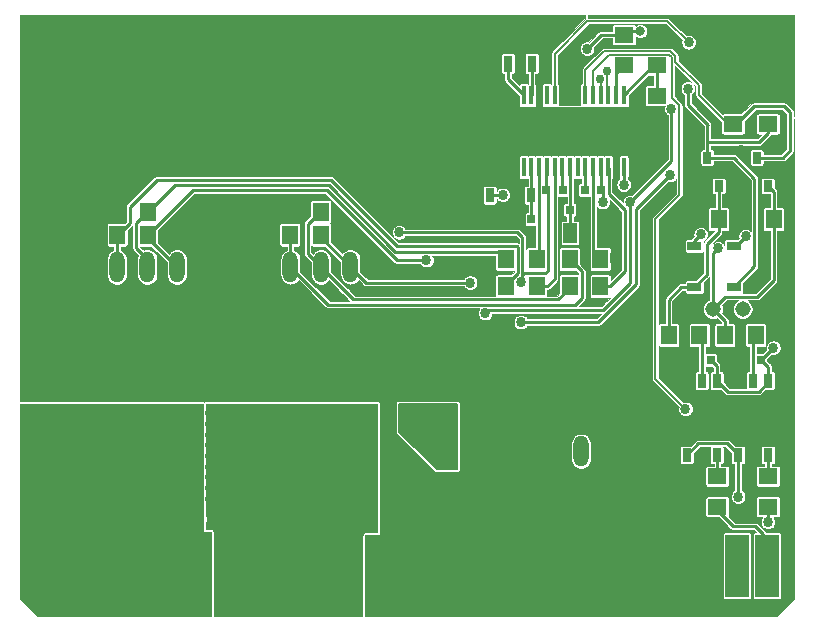
<source format=gbr>
%TF.GenerationSoftware,KiCad,Pcbnew,(5.1.10)-1*%
%TF.CreationDate,2022-09-23T13:33:22+09:00*%
%TF.ProjectId,(KiCad)DriveUnit_B-series(ver2.0),284b6943-6164-4294-9472-697665556e69,rev?*%
%TF.SameCoordinates,Original*%
%TF.FileFunction,Copper,L2,Bot*%
%TF.FilePolarity,Positive*%
%FSLAX46Y46*%
G04 Gerber Fmt 4.6, Leading zero omitted, Abs format (unit mm)*
G04 Created by KiCad (PCBNEW (5.1.10)-1) date 2022-09-23 13:33:22*
%MOMM*%
%LPD*%
G01*
G04 APERTURE LIST*
%TA.AperFunction,ComponentPad*%
%ADD10O,1.308000X2.616000*%
%TD*%
%TA.AperFunction,SMDPad,CuDef*%
%ADD11R,0.700000X0.800000*%
%TD*%
%TA.AperFunction,SMDPad,CuDef*%
%ADD12R,2.300000X1.200000*%
%TD*%
%TA.AperFunction,SMDPad,CuDef*%
%ADD13R,1.400000X0.800000*%
%TD*%
%TA.AperFunction,SMDPad,CuDef*%
%ADD14R,0.800000X1.400000*%
%TD*%
%TA.AperFunction,SMDPad,CuDef*%
%ADD15R,1.200000X1.700000*%
%TD*%
%TA.AperFunction,SMDPad,CuDef*%
%ADD16R,0.780000X1.220000*%
%TD*%
%TA.AperFunction,SMDPad,CuDef*%
%ADD17R,2.000000X5.300000*%
%TD*%
%TA.AperFunction,SMDPad,CuDef*%
%ADD18R,5.000000X3.000000*%
%TD*%
%TA.AperFunction,SMDPad,CuDef*%
%ADD19R,0.450000X1.650000*%
%TD*%
%TA.AperFunction,SMDPad,CuDef*%
%ADD20R,1.400000X1.650000*%
%TD*%
%TA.AperFunction,SMDPad,CuDef*%
%ADD21R,1.650000X1.400000*%
%TD*%
%TA.AperFunction,ComponentPad*%
%ADD22C,1.308000*%
%TD*%
%TA.AperFunction,SMDPad,CuDef*%
%ADD23R,0.800000X1.200000*%
%TD*%
%TA.AperFunction,SMDPad,CuDef*%
%ADD24R,0.800000X1.000000*%
%TD*%
%TA.AperFunction,SMDPad,CuDef*%
%ADD25R,1.220000X0.780000*%
%TD*%
%TA.AperFunction,ViaPad*%
%ADD26C,0.856400*%
%TD*%
%TA.AperFunction,ViaPad*%
%ADD27C,0.756400*%
%TD*%
%TA.AperFunction,ViaPad*%
%ADD28C,0.800000*%
%TD*%
%TA.AperFunction,Conductor*%
%ADD29C,0.254000*%
%TD*%
%TA.AperFunction,Conductor*%
%ADD30C,0.152400*%
%TD*%
%TA.AperFunction,Conductor*%
%ADD31C,0.250000*%
%TD*%
%TA.AperFunction,Conductor*%
%ADD32C,0.127000*%
%TD*%
%TA.AperFunction,Conductor*%
%ADD33C,0.100000*%
%TD*%
%TA.AperFunction,Conductor*%
%ADD34C,0.076200*%
%TD*%
G04 APERTURE END LIST*
D10*
%TO.P,HA,SOURCE*%
%TO.N,/SA*%
X129001100Y-100863600D03*
%TO.P,HA,GATE*%
%TO.N,Net-(HA1-PadGATE)*%
X123921100Y-100863600D03*
%TD*%
%TO.P,HB,SOURCE*%
%TO.N,/SB*%
X143701100Y-100853600D03*
%TO.P,HB,GATE*%
%TO.N,Net-(HB1-PadGATE)*%
X138621100Y-100853600D03*
%TD*%
%TO.P,LA,SOURCE*%
%TO.N,GND*%
X121421100Y-100863600D03*
%TO.P,LA,GATE*%
%TO.N,Net-(LA1-PadGATE)*%
X126501100Y-100863600D03*
%TD*%
%TO.P,LB,SOURCE*%
%TO.N,GND*%
X136121100Y-100863600D03*
%TO.P,LB,GATE*%
%TO.N,Net-(LB1-PadGATE)*%
X141201100Y-100863600D03*
%TD*%
D11*
%TO.P,C1,P$2*%
%TO.N,/V5*%
X174201100Y-108733600D03*
%TO.P,C1,P$1*%
%TO.N,GND*%
X172801100Y-108733600D03*
%TD*%
D10*
%TO.P,C10,C*%
%TO.N,GND*%
X168221100Y-116463600D03*
%TO.P,C10,A*%
%TO.N,VCC*%
X163221100Y-116463600D03*
%TD*%
%TO.P,C11,C*%
%TO.N,GND*%
X156371100Y-116493600D03*
%TO.P,C11,A*%
%TO.N,VCC*%
X151371100Y-116493600D03*
%TD*%
D12*
%TO.P,C12,P$2*%
%TO.N,GND*%
X151391100Y-109903600D03*
%TO.P,C12,P$1*%
%TO.N,VCC*%
X151391100Y-113303600D03*
%TD*%
D13*
%TO.P,C13,P$2*%
%TO.N,GND*%
X148631100Y-111003600D03*
%TO.P,C13,P$1*%
%TO.N,VCC*%
X148631100Y-113003600D03*
%TD*%
D11*
%TO.P,C2,P$2*%
%TO.N,/V5*%
X178461100Y-108733600D03*
%TO.P,C2,P$1*%
%TO.N,GND*%
X177061100Y-108733600D03*
%TD*%
%TO.P,C3,P$2*%
%TO.N,/V5*%
X161721100Y-83433600D03*
%TO.P,C3,P$1*%
%TO.N,GND*%
X160321100Y-83433600D03*
%TD*%
%TO.P,C4,P$2*%
%TO.N,Net-(C4-PadP$2)*%
X162251100Y-96000000D03*
%TO.P,C4,P$1*%
%TO.N,GND*%
X163651100Y-96000000D03*
%TD*%
%TO.P,C5,P$2*%
%TO.N,Net-(C5-PadP$2)*%
X159021100Y-96823600D03*
%TO.P,C5,P$1*%
%TO.N,GND*%
X157621100Y-96823600D03*
%TD*%
D14*
%TO.P,C6,P$2*%
%TO.N,Net-(C6-PadP$2)*%
X159041100Y-83643600D03*
%TO.P,C6,P$1*%
%TO.N,Net-(C6-PadP$1)*%
X157041100Y-83643600D03*
%TD*%
D11*
%TO.P,C7,P$2*%
%TO.N,/SB*%
X164921100Y-94343600D03*
%TO.P,C7,P$1*%
%TO.N,Net-(C7-PadP$1)*%
X163521100Y-94343600D03*
%TD*%
%TO.P,C8,P$2*%
%TO.N,/SA*%
X160291100Y-94343600D03*
%TO.P,C8,P$1*%
%TO.N,Net-(C8-PadP$1)*%
X161691100Y-94343600D03*
%TD*%
D15*
%TO.P,C9,P$2*%
%TO.N,GND*%
X165381100Y-98000000D03*
%TO.P,C9,P$1*%
%TO.N,Net-(C4-PadP$2)*%
X162281100Y-98000000D03*
%TD*%
D16*
%TO.P,D1,A*%
%TO.N,VCC*%
X155501100Y-94773600D03*
%TO.P,D1,C*%
%TO.N,Net-(C5-PadP$2)*%
X158981100Y-94773600D03*
%TD*%
D17*
%TO.P,EDGE1,P$50*%
%TO.N,/SA*%
X118021100Y-126153600D03*
%TO.P,EDGE1,P$49*%
X120561100Y-126153600D03*
%TO.P,EDGE1,P$48*%
X123101100Y-126153600D03*
%TO.P,EDGE1,P$47*%
X125641100Y-126153600D03*
%TO.P,EDGE1,P$46*%
X128181100Y-126153600D03*
%TO.P,EDGE1,P$45*%
X130721100Y-126153600D03*
%TO.P,EDGE1,P$44*%
%TO.N,/SB*%
X133261100Y-126153600D03*
%TO.P,EDGE1,P$43*%
X135801100Y-126153600D03*
%TO.P,EDGE1,P$42*%
X138341100Y-126153600D03*
%TO.P,EDGE1,P$41*%
X140881100Y-126153600D03*
%TO.P,EDGE1,P$40*%
X143421100Y-126153600D03*
%TO.P,EDGE1,P$39*%
%TO.N,GND*%
X145961100Y-126153600D03*
%TO.P,EDGE1,P$38*%
X148501100Y-126153600D03*
%TO.P,EDGE1,P$37*%
X151041100Y-126153600D03*
%TO.P,EDGE1,P$36*%
X153581100Y-126153600D03*
%TO.P,EDGE1,P$35*%
X156121100Y-126153600D03*
%TO.P,EDGE1,P$34*%
X158661100Y-126153600D03*
%TO.P,EDGE1,P$33*%
X161201100Y-126153600D03*
%TO.P,EDGE1,P$32*%
X163741100Y-126153600D03*
%TO.P,EDGE1,P$31*%
X166281100Y-126153600D03*
%TO.P,EDGE1,P$30*%
X168821100Y-126153600D03*
%TO.P,EDGE1,P$29*%
X171361100Y-126153600D03*
%TO.P,EDGE1,P$28*%
X173901100Y-126153600D03*
%TO.P,EDGE1,P$27*%
%TO.N,/VCC_IN*%
X176441100Y-126153600D03*
%TO.P,EDGE1,P$26*%
%TO.N,/DIR_IN*%
X178981100Y-126153600D03*
%TD*%
D18*
%TO.P,A3921,PAD*%
%TO.N,GND*%
X162606100Y-89363600D03*
D19*
%TO.P,A3921,28*%
%TO.N,Net-(IC1-Pad28)*%
X166831100Y-86313600D03*
%TO.P,A3921,27*%
%TO.N,Net-(IC1-Pad27)*%
X166181100Y-86313600D03*
%TO.P,A3921,26*%
%TO.N,/FF2*%
X165531100Y-86313600D03*
%TO.P,A3921,25*%
%TO.N,/FF1*%
X164881100Y-86313600D03*
%TO.P,A3921,24*%
%TO.N,/RESET*%
X164231100Y-86313600D03*
%TO.P,A3921,23*%
%TO.N,/PWM*%
X163581100Y-86313600D03*
%TO.P,A3921,22*%
%TO.N,/V5*%
X162931100Y-86313600D03*
%TO.P,A3921,21*%
X162281100Y-86313600D03*
%TO.P,A3921,20*%
X161631100Y-86313600D03*
%TO.P,A3921,19*%
%TO.N,/DIR*%
X160981100Y-86313600D03*
%TO.P,A3921,18*%
%TO.N,Net-(IC1-Pad18)*%
X160331100Y-86313600D03*
%TO.P,A3921,17*%
%TO.N,GND*%
X159681100Y-86313600D03*
%TO.P,A3921,16*%
%TO.N,Net-(C6-PadP$2)*%
X159031100Y-86313600D03*
%TO.P,A3921,15*%
%TO.N,Net-(C6-PadP$1)*%
X158381100Y-86313600D03*
%TO.P,A3921,14*%
%TO.N,Net-(IC1-Pad14)*%
X158381100Y-92413600D03*
%TO.P,A3921,13*%
%TO.N,Net-(C5-PadP$2)*%
X159031100Y-92413600D03*
%TO.P,A3921,12*%
%TO.N,/GLA*%
X159681100Y-92413600D03*
%TO.P,A3921,11*%
%TO.N,/SA*%
X160331100Y-92413600D03*
%TO.P,A3921,10*%
%TO.N,/GHA*%
X160981100Y-92413600D03*
%TO.P,A3921,9*%
%TO.N,Net-(C8-PadP$1)*%
X161631100Y-92413600D03*
%TO.P,A3921,8*%
%TO.N,Net-(C4-PadP$2)*%
X162281100Y-92413600D03*
%TO.P,A3921,7*%
%TO.N,Net-(IC1-Pad7)*%
X162931100Y-92413600D03*
%TO.P,A3921,6*%
%TO.N,Net-(C7-PadP$1)*%
X163581100Y-92413600D03*
%TO.P,A3921,5*%
%TO.N,/GHB*%
X164231100Y-92413600D03*
%TO.P,A3921,4*%
%TO.N,/SB*%
X164881100Y-92413600D03*
%TO.P,A3921,3*%
%TO.N,/GLB*%
X165531100Y-92413600D03*
%TO.P,A3921,1*%
%TO.N,VCC*%
X166831100Y-92413600D03*
%TO.P,A3921,2*%
%TO.N,GND*%
X166181100Y-92413600D03*
%TD*%
D20*
%TO.P,R1,RIGHT*%
%TO.N,Net-(R1-PadRIGHT)*%
X173251100Y-106633600D03*
%TO.P,R1,LEFT*%
%TO.N,Net-(D2-PadA)*%
X170651100Y-106633600D03*
%TD*%
%TO.P,R10,RIGHT*%
%TO.N,Net-(LB1-PadGATE)*%
X162261100Y-102500000D03*
%TO.P,R10,LEFT*%
%TO.N,/GLB*%
X164861100Y-102500000D03*
%TD*%
%TO.P,R12,RIGHT*%
%TO.N,Net-(HB1-PadGATE)*%
X162261100Y-100200000D03*
%TO.P,R12,LEFT*%
%TO.N,/GHB*%
X164861100Y-100200000D03*
%TD*%
D21*
%TO.P,R13,RIGHT*%
%TO.N,GND*%
X166860000Y-81200000D03*
%TO.P,R13,LEFT*%
%TO.N,Net-(IC1-Pad27)*%
X166860000Y-83800000D03*
%TD*%
%TO.P,R14,RIGHT*%
%TO.N,Net-(IC1-Pad28)*%
X169651100Y-83800000D03*
%TO.P,R14,LEFT*%
%TO.N,/V5*%
X169651100Y-81200000D03*
%TD*%
D20*
%TO.P,R15,RIGHT*%
%TO.N,Net-(LA1-PadGATE)*%
X126542100Y-96193600D03*
%TO.P,R15,LEFT*%
%TO.N,GND*%
X123942100Y-96193600D03*
%TD*%
%TO.P,R16,RIGHT*%
%TO.N,Net-(HA1-PadGATE)*%
X123941100Y-98123600D03*
%TO.P,R16,LEFT*%
%TO.N,/SA*%
X126541100Y-98123600D03*
%TD*%
%TO.P,R18,RIGHT*%
%TO.N,Net-(LB1-PadGATE)*%
X141181100Y-96193600D03*
%TO.P,R18,LEFT*%
%TO.N,GND*%
X138581100Y-96193600D03*
%TD*%
%TO.P,R19,RIGHT*%
%TO.N,Net-(HB1-PadGATE)*%
X138581100Y-98123600D03*
%TO.P,R19,LEFT*%
%TO.N,/SB*%
X141181100Y-98123600D03*
%TD*%
D21*
%TO.P,R2,RIGHT*%
%TO.N,GND*%
X169651100Y-88953600D03*
%TO.P,R2,LEFT*%
%TO.N,Net-(IC1-Pad28)*%
X169651100Y-86353600D03*
%TD*%
D20*
%TO.P,R20,RIGHT*%
%TO.N,/GLA*%
X159461100Y-100200000D03*
%TO.P,R20,LEFT*%
%TO.N,Net-(LA1-PadGATE)*%
X156861100Y-100200000D03*
%TD*%
%TO.P,R21,RIGHT*%
%TO.N,/GHA*%
X159461100Y-102500000D03*
%TO.P,R21,LEFT*%
%TO.N,Net-(HA1-PadGATE)*%
X156861100Y-102500000D03*
%TD*%
%TO.P,R24,RIGHT*%
%TO.N,GND*%
X172271100Y-96823600D03*
%TO.P,R24,LEFT*%
%TO.N,Net-(D2-PadA)*%
X174871100Y-96823600D03*
%TD*%
%TO.P,R25,RIGHT*%
%TO.N,GND*%
X176931100Y-96823600D03*
%TO.P,R25,LEFT*%
%TO.N,/LAP*%
X179531100Y-96823600D03*
%TD*%
D21*
%TO.P,R26,RIGHT*%
%TO.N,/DIR_IN*%
X174771100Y-121173600D03*
%TO.P,R26,LEFT*%
%TO.N,Net-(R26-PadLEFT)*%
X174771100Y-118573600D03*
%TD*%
%TO.P,R27,RIGHT*%
%TO.N,/PWM_IN*%
X179061100Y-121173600D03*
%TO.P,R27,LEFT*%
%TO.N,Net-(R27-PadLEFT)*%
X179061100Y-118573600D03*
%TD*%
%TO.P,R6,RIGHT*%
%TO.N,/PWM*%
X176071100Y-88753600D03*
%TO.P,R6,LEFT*%
%TO.N,/V5*%
X176071100Y-86153600D03*
%TD*%
D20*
%TO.P,R9,RIGHT*%
%TO.N,Net-(R9-PadRIGHT)*%
X178011100Y-106633600D03*
%TO.P,R9,LEFT*%
%TO.N,/LAP*%
X175411100Y-106633600D03*
%TD*%
D22*
%TO.P,SW4,L*%
%TO.N,Net-(SW4-PadL)*%
X176901100Y-104413600D03*
%TO.P,SW4,R*%
%TO.N,GND*%
X171901100Y-104413600D03*
%TO.P,SW4,C*%
%TO.N,/LAP*%
X174401100Y-104413600D03*
%TD*%
D23*
%TO.P,TLP1,5*%
%TO.N,Net-(R1-PadRIGHT)*%
X173441100Y-110483600D03*
%TO.P,TLP1,4*%
%TO.N,GND*%
X172171100Y-110483600D03*
%TO.P,TLP1,3*%
%TO.N,/GND_IN*%
X172171100Y-116783600D03*
%TO.P,TLP1,6*%
%TO.N,/V5*%
X174711100Y-110483600D03*
%TO.P,TLP1,1*%
%TO.N,Net-(R26-PadLEFT)*%
X174711100Y-116783600D03*
%TD*%
%TO.P,TLP2,5*%
%TO.N,Net-(R9-PadRIGHT)*%
X177791100Y-110483600D03*
%TO.P,TLP2,4*%
%TO.N,GND*%
X176521100Y-110483600D03*
%TO.P,TLP2,3*%
%TO.N,/GND_IN*%
X176521100Y-116783600D03*
%TO.P,TLP2,6*%
%TO.N,/V5*%
X179061100Y-110483600D03*
%TO.P,TLP2,1*%
%TO.N,Net-(R27-PadLEFT)*%
X179061100Y-116783600D03*
%TD*%
D24*
%TO.P,TR3,C*%
%TO.N,/PWM*%
X178091100Y-91600000D03*
%TO.P,TR3,B*%
%TO.N,/LAP*%
X179041100Y-94000000D03*
%TO.P,TR3,E*%
%TO.N,GND*%
X177141100Y-94000000D03*
%TD*%
%TO.P,TR4,C*%
%TO.N,/DIR*%
X173931100Y-91600000D03*
%TO.P,TR4,B*%
%TO.N,Net-(D2-PadA)*%
X174881100Y-94000000D03*
%TO.P,TR4,E*%
%TO.N,GND*%
X172981100Y-94000000D03*
%TD*%
D21*
%TO.P,R17,RIGHT*%
%TO.N,/DIR*%
X179081100Y-88753600D03*
%TO.P,R17,LEFT*%
%TO.N,/V5*%
X179081100Y-86153600D03*
%TD*%
D25*
%TO.P,D2,A*%
%TO.N,Net-(D2-PadA)*%
X172821100Y-102553600D03*
%TO.P,D2,C*%
%TO.N,Net-(D2-PadC)*%
X172821100Y-99073600D03*
%TD*%
%TO.P,D3,A*%
%TO.N,/DIR*%
X176161100Y-102553600D03*
%TO.P,D3,C*%
%TO.N,Net-(D3-PadC)*%
X176161100Y-99073600D03*
%TD*%
D26*
%TO.N,VCC*%
X166831100Y-93883600D03*
X156601100Y-94753600D03*
D27*
X148361100Y-114503600D03*
X149271100Y-114503600D03*
X149271100Y-115413600D03*
X150181100Y-115423600D03*
X150181100Y-116333600D03*
X150181100Y-114503600D03*
X151091100Y-114503600D03*
X152001100Y-114503600D03*
D28*
%TO.N,GND*%
X168250000Y-80890000D03*
D26*
X177661100Y-115503600D03*
X163744006Y-82370641D03*
X160430000Y-82370641D03*
X166190000Y-100040000D03*
X168710000Y-100060000D03*
X176790000Y-90980000D03*
X172920500Y-89584850D03*
%TO.N,/SA*%
X147821100Y-97926800D03*
X150141100Y-100283600D03*
X158160500Y-102136797D03*
X170754300Y-93088550D03*
D27*
X130561100Y-121363600D03*
X129661100Y-121363600D03*
X128761100Y-121363600D03*
X127861100Y-121363600D03*
X126961100Y-121363600D03*
X126061100Y-121363600D03*
X125161100Y-121363600D03*
X124261100Y-121363600D03*
X123361100Y-121363600D03*
X122461100Y-121363600D03*
X121561100Y-121363600D03*
X117061100Y-115963600D03*
X120661100Y-121363600D03*
X119761100Y-121363600D03*
X117061100Y-116863600D03*
X117061100Y-117763600D03*
X118861100Y-121363600D03*
X117961100Y-121363600D03*
X117061100Y-118663600D03*
X117061100Y-119563600D03*
X117061100Y-121363600D03*
X117061100Y-120463600D03*
X117061100Y-122973600D03*
X117961100Y-122973600D03*
X118861100Y-122973600D03*
X119761100Y-122973600D03*
X120661100Y-122973600D03*
X121561100Y-122973600D03*
X122461100Y-122973600D03*
X123361100Y-122973600D03*
X124261100Y-122973600D03*
X125161100Y-122973600D03*
X126061100Y-122973600D03*
X126961100Y-122973600D03*
X127861100Y-122973600D03*
X128761100Y-122973600D03*
X129661100Y-122973600D03*
X130530000Y-122900000D03*
X117501100Y-122163600D03*
X118401100Y-122163600D03*
X119301100Y-122163600D03*
X120201100Y-122163600D03*
X121101100Y-122163600D03*
X122001100Y-122163600D03*
X122901100Y-122163600D03*
X123801100Y-122163600D03*
X124701100Y-122163600D03*
X125601100Y-122163600D03*
X126501100Y-122163600D03*
X127401100Y-122163600D03*
X128301100Y-122163600D03*
X129201100Y-122163600D03*
X130101100Y-122163600D03*
X131001100Y-122163600D03*
X130841100Y-120463600D03*
X130841100Y-119563600D03*
X130841100Y-118663600D03*
X130841100Y-117763600D03*
X130841100Y-116863600D03*
X130841100Y-115963600D03*
X117061100Y-115063600D03*
X117061100Y-114163600D03*
X117061100Y-113263600D03*
X130841100Y-115063600D03*
X130841100Y-113263600D03*
X130841100Y-114163600D03*
D26*
X158140000Y-105530000D03*
%TO.N,/SB*%
X165051100Y-95363600D03*
X167361100Y-95373600D03*
X155100000Y-104760000D03*
X153831100Y-102183600D03*
X170884300Y-87475782D03*
D27*
X132361100Y-121363600D03*
X131911100Y-122163600D03*
X134161100Y-121363600D03*
X133261100Y-121363600D03*
X135061100Y-121363600D03*
X135961100Y-121363600D03*
X136861100Y-121363600D03*
X137761100Y-121363600D03*
X133711100Y-122163600D03*
X132811100Y-122163600D03*
X134611100Y-122163600D03*
X135511100Y-122163600D03*
X136411100Y-122163600D03*
X137311100Y-122163600D03*
X138211100Y-122163600D03*
X138661100Y-121363600D03*
X139561100Y-121363600D03*
X139111100Y-122163600D03*
X140011100Y-122163600D03*
X140461100Y-121363600D03*
X142261100Y-121363600D03*
X141361100Y-121363600D03*
X140911100Y-122163600D03*
X141811100Y-122163600D03*
X142711100Y-122163600D03*
X143161100Y-121363600D03*
X144061100Y-121363600D03*
X143611100Y-122163600D03*
X144511100Y-122163600D03*
X144961100Y-121363600D03*
X145411100Y-122163600D03*
X131751100Y-120463600D03*
X131751100Y-119563600D03*
X131751100Y-118663600D03*
X131751100Y-117763600D03*
X131751100Y-116863600D03*
X131751100Y-115963600D03*
X145541100Y-120463600D03*
X145541100Y-119563600D03*
X145541100Y-118663600D03*
X145541100Y-117763600D03*
X145541100Y-116863600D03*
X145541100Y-115963600D03*
X132361100Y-122973600D03*
X133261100Y-122973600D03*
X134161100Y-122973600D03*
X135061100Y-122973600D03*
X135961100Y-122973600D03*
X137761100Y-122973600D03*
X136861100Y-122973600D03*
X138661100Y-122973600D03*
X139561100Y-122973600D03*
X140461100Y-122973600D03*
X141361100Y-122973600D03*
X142261100Y-122973600D03*
X144061100Y-122973600D03*
X143161100Y-122973600D03*
X144950000Y-122900000D03*
X145541100Y-115063600D03*
X145541100Y-114163600D03*
X145541100Y-113263600D03*
X131751100Y-114163600D03*
X131751100Y-113263600D03*
X131751100Y-115063600D03*
%TO.N,/FF1*%
X164834300Y-84937638D03*
%TO.N,/FF2*%
X165455500Y-84273600D03*
D26*
%TO.N,Net-(D2-PadC)*%
X173363790Y-98096291D03*
%TO.N,Net-(D3-PadC)*%
X177161100Y-98253613D03*
%TO.N,/RESET*%
X172070000Y-112880000D03*
%TO.N,/LAP*%
X174821100Y-99293600D03*
D27*
%TO.N,/V5*%
X177550000Y-84910000D03*
D26*
X179501100Y-107703600D03*
%TO.N,/GND_IN*%
X176521100Y-120313600D03*
%TO.N,/PWM_IN*%
X179051100Y-122453600D03*
%TO.N,/DIR*%
X172267950Y-85750000D03*
X172330000Y-81830000D03*
%TD*%
D29*
%TO.N,VCC*%
X166831100Y-92413600D02*
X166831100Y-93883600D01*
X155501100Y-94773600D02*
X155521100Y-94753600D01*
X156601100Y-94753600D02*
X155521100Y-94753600D01*
D30*
%TO.N,GND*%
X172801100Y-108733600D02*
X172171100Y-109363600D01*
X172171100Y-109363600D02*
X172171100Y-110483600D01*
X177061100Y-108733600D02*
X176521100Y-109273600D01*
X176521100Y-109273600D02*
X176521100Y-110483600D01*
X160791100Y-82353600D02*
X160791100Y-82373600D01*
X160321100Y-82843600D02*
X160321100Y-83433600D01*
X160791100Y-82373600D02*
X160321100Y-82843600D01*
X163651100Y-95613600D02*
X163872500Y-95835000D01*
X163872500Y-95835000D02*
X163872500Y-100363288D01*
X165789700Y-100423288D02*
X165789700Y-99730200D01*
X166234300Y-99293600D02*
X166226300Y-99293600D01*
X166226300Y-99293600D02*
X165789700Y-99730200D01*
X168611100Y-99293600D02*
X168364300Y-99293600D01*
D31*
X164914647Y-81200000D02*
X166860000Y-81200000D01*
X163744006Y-82370641D02*
X164914647Y-81200000D01*
X167210000Y-80850000D02*
X166860000Y-81200000D01*
X167170000Y-80890000D02*
X166860000Y-81200000D01*
X168250000Y-80890000D02*
X167170000Y-80890000D01*
D29*
%TO.N,/SA*%
X160291100Y-94343600D02*
X160291100Y-92453600D01*
D30*
X160291100Y-92453600D02*
X160331100Y-92413600D01*
X160287900Y-94346800D02*
X160291100Y-94343600D01*
D29*
X158261100Y-100241888D02*
X158261100Y-98363600D01*
X158261100Y-98363600D02*
X157821100Y-97923600D01*
D30*
X147821100Y-97926800D02*
X147824300Y-97923600D01*
D29*
X157821100Y-97923600D02*
X147824300Y-97923600D01*
X160439700Y-94498600D02*
X160287900Y-94346800D01*
X150141100Y-100283600D02*
X147660043Y-100283600D01*
X147660043Y-100283600D02*
X141710571Y-94334129D01*
X167904700Y-102259344D02*
X167904700Y-95930000D01*
D30*
X170754300Y-93088550D02*
X170746150Y-93088550D01*
D29*
X170746150Y-93088550D02*
X167904700Y-95930000D01*
X129001100Y-100863600D02*
X126541100Y-98403600D01*
D30*
X126541100Y-98403600D02*
X126541100Y-98123600D01*
D29*
X141710571Y-94334129D02*
X130370571Y-94334129D01*
X130370571Y-94334129D02*
X126581100Y-98123600D01*
X126581100Y-98123600D02*
X126541100Y-98123600D01*
D31*
X167904700Y-102295300D02*
X167904700Y-102259344D01*
X164670000Y-105530000D02*
X167904700Y-102295300D01*
X158140000Y-105530000D02*
X164670000Y-105530000D01*
X158261100Y-102036197D02*
X158160500Y-102136797D01*
X158261100Y-101498900D02*
X158362401Y-101397599D01*
X158261100Y-100241888D02*
X158261100Y-101498900D01*
X158261100Y-101498900D02*
X158261100Y-102036197D01*
X160438501Y-94491001D02*
X160291100Y-94343600D01*
X160438501Y-101171499D02*
X160438501Y-94491001D01*
X160212401Y-101397599D02*
X160438501Y-101171499D01*
X158362401Y-101397599D02*
X160212401Y-101397599D01*
D29*
%TO.N,/SB*%
X164921100Y-94343600D02*
X164921100Y-92453600D01*
D30*
X164921100Y-92453600D02*
X164881100Y-92413600D01*
X164921100Y-94343600D02*
X165051100Y-94473600D01*
D29*
X165051100Y-94473600D02*
X165051100Y-95363600D01*
X167361100Y-95373600D02*
X167361100Y-101841888D01*
X170884300Y-87475782D02*
X170884300Y-91850400D01*
X170884300Y-91850400D02*
X167361100Y-95373600D01*
X153831100Y-102183600D02*
X145031100Y-102183600D01*
X145031100Y-102183600D02*
X143701100Y-100853600D01*
X143701100Y-100853600D02*
X141181100Y-98333600D01*
D30*
X141181100Y-98333600D02*
X141181100Y-98123600D01*
D31*
X167361100Y-101841888D02*
X167361100Y-102233852D01*
X167361100Y-102233852D02*
X165420553Y-104174399D01*
X165420553Y-104174399D02*
X165420553Y-104179447D01*
X165420553Y-104179447D02*
X165090000Y-104510000D01*
X155350000Y-104510000D02*
X155100000Y-104760000D01*
X165090000Y-104510000D02*
X155350000Y-104510000D01*
D30*
%TO.N,/FF1*%
X164881100Y-86313600D02*
X164881100Y-84984438D01*
X164881100Y-84984438D02*
X164834300Y-84937638D01*
%TO.N,/FF2*%
X165531100Y-86313600D02*
X165445500Y-86228000D01*
X165445500Y-84283600D02*
X165445500Y-86228000D01*
X165445500Y-84283600D02*
X165455500Y-84273600D01*
D29*
%TO.N,Net-(D2-PadC)*%
X172821100Y-99073600D02*
X172821100Y-98638982D01*
X172821100Y-98638982D02*
X173363790Y-98096291D01*
%TO.N,Net-(D3-PadC)*%
X177161100Y-98253613D02*
X177161087Y-98253600D01*
X176511112Y-99073600D02*
X176161100Y-99073600D01*
X177161100Y-98253613D02*
X176341112Y-99073600D01*
X176341112Y-99073600D02*
X176161100Y-99073600D01*
D30*
%TO.N,/RESET*%
X164227500Y-86310000D02*
X164231100Y-86313600D01*
X164227500Y-84258913D02*
X164227500Y-86310000D01*
X165618601Y-82871399D02*
X164986400Y-83503600D01*
X164986400Y-83503600D02*
X164982812Y-83503600D01*
X164982812Y-83503600D02*
X164227500Y-84258913D01*
X171551100Y-87170516D02*
X170910000Y-86529416D01*
X171551100Y-94763600D02*
X171551100Y-87170516D01*
X170658981Y-82871399D02*
X165618601Y-82871399D01*
X170910000Y-83122418D02*
X170658981Y-82871399D01*
X170910000Y-86529416D02*
X170910000Y-83122418D01*
X172070000Y-112880000D02*
X169520000Y-110330000D01*
X169520000Y-96794700D02*
X171551100Y-94763600D01*
X169520000Y-110330000D02*
X169520000Y-96794700D01*
D29*
%TO.N,Net-(R1-PadRIGHT)*%
X173251100Y-106633600D02*
X173471100Y-106853600D01*
X173441100Y-110483600D02*
X173471100Y-110453600D01*
X173471100Y-106853600D02*
X173471100Y-110453600D01*
%TO.N,Net-(D2-PadA)*%
X172821100Y-102553600D02*
X171721100Y-102553600D01*
X170651100Y-103623600D02*
X170651100Y-106633600D01*
X171721100Y-102553600D02*
X170651100Y-103623600D01*
X174881100Y-95143600D02*
X174881100Y-96813600D01*
X174881100Y-96813600D02*
X174871100Y-96823600D01*
X172821100Y-102553600D02*
X173861100Y-101513600D01*
X174871100Y-97923600D02*
X174871100Y-96823600D01*
X173861100Y-101513600D02*
X173861100Y-98933600D01*
X173861100Y-98933600D02*
X174871100Y-97923600D01*
D31*
X174881100Y-95143600D02*
X174881100Y-94000000D01*
D29*
%TO.N,Net-(R9-PadRIGHT)*%
X177791100Y-110483600D02*
X177791100Y-106863600D01*
D30*
X177791100Y-106863600D02*
X178011100Y-106633600D01*
D29*
%TO.N,/LAP*%
X174401100Y-104413600D02*
X175411100Y-105423600D01*
X175411100Y-105423600D02*
X175411100Y-106633600D01*
X179531100Y-95633600D02*
X179531100Y-96823600D01*
X174401100Y-104413600D02*
X174401100Y-99713600D01*
X174401100Y-99713600D02*
X174821100Y-99293600D01*
X179531100Y-96823600D02*
X179531100Y-101993600D01*
X175451100Y-103363600D02*
X174401100Y-104413600D01*
X179531100Y-101993600D02*
X178161100Y-103363600D01*
X178161100Y-103363600D02*
X175451100Y-103363600D01*
D31*
X179531100Y-94490000D02*
X179041100Y-94000000D01*
X179531100Y-95633600D02*
X179531100Y-94490000D01*
D29*
%TO.N,/GLB*%
X165531100Y-92413600D02*
X165561100Y-92443600D01*
X165561100Y-92443600D02*
X165561100Y-94653600D01*
X165561100Y-94653600D02*
X166951100Y-96043600D01*
X166951100Y-96043600D02*
X166951100Y-100733600D01*
D31*
X166951100Y-100733600D02*
X166951100Y-101238900D01*
X165690000Y-102500000D02*
X164861100Y-102500000D01*
X166951100Y-101238900D02*
X165690000Y-102500000D01*
D30*
%TO.N,/GHB*%
X164281100Y-92463600D02*
X164231100Y-92413600D01*
X164231100Y-92413600D02*
X164284300Y-92466800D01*
D31*
X164231100Y-93068900D02*
X164280000Y-93117800D01*
X164231100Y-92413600D02*
X164231100Y-93068900D01*
X164280000Y-99618900D02*
X164861100Y-100200000D01*
X164280000Y-93117800D02*
X164280000Y-99618900D01*
D29*
%TO.N,/GLA*%
X159681100Y-92413600D02*
X159661100Y-92433600D01*
D31*
X159663699Y-100097401D02*
X159461100Y-100300000D01*
X159663699Y-92431001D02*
X159663699Y-100097401D01*
X159681100Y-92413600D02*
X159663699Y-92431001D01*
D29*
%TO.N,/GHA*%
X160981100Y-100858469D02*
X160981100Y-92413600D01*
D31*
X160981100Y-100858469D02*
X160981100Y-100980000D01*
X160981100Y-100858469D02*
X160981100Y-101858900D01*
X160340000Y-102500000D02*
X159461100Y-102500000D01*
X160981100Y-101858900D02*
X160340000Y-102500000D01*
D29*
%TO.N,/V5*%
X174201100Y-108733600D02*
X174711100Y-109243600D01*
X174711100Y-109243600D02*
X174711100Y-110483600D01*
X178461100Y-108733600D02*
X179061100Y-109333600D01*
X179061100Y-109333600D02*
X179061100Y-110483600D01*
D30*
X161721100Y-83433600D02*
X161631100Y-83603600D01*
D29*
X161631100Y-83603600D02*
X161631100Y-86313600D01*
D30*
X164271100Y-80903600D02*
X161721100Y-83433600D01*
D29*
X174711100Y-110483600D02*
X175651100Y-111423600D01*
X175651100Y-111423600D02*
X178261100Y-111423600D01*
D30*
X179061100Y-110623600D02*
X179061100Y-110483600D01*
D29*
X178261100Y-111423600D02*
X179061100Y-110623600D01*
X161631100Y-86313600D02*
X162281100Y-86313600D01*
X162281100Y-86313600D02*
X162931100Y-86313600D01*
X179501100Y-107703600D02*
X178471100Y-108733600D01*
X178471100Y-108733600D02*
X178461100Y-108733600D01*
D30*
X177564300Y-84924200D02*
X177441700Y-84924200D01*
%TO.N,Net-(IC1-Pad27)*%
X166171100Y-86303600D02*
X166181100Y-86313600D01*
D31*
X166181100Y-84478900D02*
X166860000Y-83800000D01*
X166181100Y-86313600D02*
X166181100Y-84478900D01*
D30*
%TO.N,Net-(IC1-Pad28)*%
X166831100Y-86313600D02*
X166971100Y-86313600D01*
X169671100Y-84533600D02*
X169651100Y-84553600D01*
X169671100Y-84533600D02*
X169661100Y-84523600D01*
D31*
X169651100Y-86353600D02*
X169651100Y-83800000D01*
X169344700Y-83800000D02*
X166831100Y-86313600D01*
X169651100Y-83800000D02*
X169344700Y-83800000D01*
D30*
%TO.N,Net-(C5-PadP$2)*%
X158981100Y-94773600D02*
X159031100Y-94723600D01*
D29*
X159031100Y-94723600D02*
X159031100Y-92413600D01*
X159021100Y-96823600D02*
X159021100Y-94813600D01*
D30*
X159021100Y-94813600D02*
X158981100Y-94773600D01*
D29*
%TO.N,/GND_IN*%
X172171100Y-116783600D02*
X173161100Y-115793600D01*
X173161100Y-115793600D02*
X175581100Y-115793600D01*
X175581100Y-115793600D02*
X176521100Y-116733600D01*
D30*
X176521100Y-116733600D02*
X176521100Y-116783600D01*
D29*
X176521100Y-116783600D02*
X176521100Y-120313600D01*
D30*
%TO.N,Net-(R26-PadLEFT)*%
X174711100Y-116783600D02*
X174771100Y-116843600D01*
D29*
X174771100Y-116843600D02*
X174771100Y-118573600D01*
%TO.N,Net-(R27-PadLEFT)*%
X179061100Y-118573600D02*
X179061100Y-116783600D01*
D30*
%TO.N,Net-(C4-PadP$2)*%
X162281100Y-97323600D02*
X162311100Y-97293600D01*
D29*
X162281100Y-97323600D02*
X162251100Y-97293600D01*
X162281100Y-92413600D02*
X162329700Y-92462200D01*
D31*
X162281100Y-96030000D02*
X162251100Y-96000000D01*
X162281100Y-98000000D02*
X162281100Y-96030000D01*
X162318501Y-92451001D02*
X162281100Y-92413600D01*
X162318501Y-95932599D02*
X162318501Y-92451001D01*
X162251100Y-96000000D02*
X162318501Y-95932599D01*
D29*
%TO.N,Net-(C7-PadP$1)*%
X163521100Y-94343600D02*
X163521100Y-92473600D01*
D30*
X163521100Y-92473600D02*
X163581100Y-92413600D01*
%TO.N,Net-(C8-PadP$1)*%
X161691100Y-94343600D02*
X161631100Y-94283600D01*
D29*
X161631100Y-94283600D02*
X161631100Y-92413600D01*
%TO.N,Net-(C6-PadP$2)*%
X159041100Y-83643600D02*
X159041100Y-86303600D01*
D30*
X159041100Y-86303600D02*
X159031100Y-86313600D01*
D29*
%TO.N,Net-(C6-PadP$1)*%
X157041100Y-83643600D02*
X157041100Y-84973600D01*
X157041100Y-84973600D02*
X158381100Y-86313600D01*
D30*
%TO.N,/DIR_IN*%
X178981100Y-123943600D02*
X178981100Y-126153600D01*
X178981100Y-126153600D02*
X178661100Y-125833600D01*
D29*
X178661100Y-125833600D02*
X178661100Y-123503600D01*
X178661100Y-123503600D02*
X177971100Y-122813600D01*
X177971100Y-122813600D02*
X176111100Y-122813600D01*
X176111100Y-122813600D02*
X174771100Y-121473600D01*
X174771100Y-121473600D02*
X174771100Y-121173600D01*
D30*
%TO.N,/PWM_IN*%
X179061100Y-121173600D02*
X179051100Y-121183600D01*
D29*
X179051100Y-121183600D02*
X179051100Y-122453600D01*
D30*
%TO.N,/PWM*%
X176071100Y-88342544D02*
X176071100Y-88753600D01*
D31*
X180320000Y-91600000D02*
X178091100Y-91600000D01*
X180930000Y-90990000D02*
X180320000Y-91600000D01*
X180930000Y-87770000D02*
X180930000Y-90990000D01*
X180400000Y-87240000D02*
X180930000Y-87770000D01*
X177880000Y-87240000D02*
X180400000Y-87240000D01*
X176366400Y-88753600D02*
X177880000Y-87240000D01*
X176071100Y-88753600D02*
X176366400Y-88753600D01*
D30*
X164541100Y-83193600D02*
X163581100Y-84153600D01*
X165173411Y-82566589D02*
X164546400Y-83193600D01*
X163581100Y-84153600D02*
X163581100Y-86313600D01*
X171214809Y-82996161D02*
X170785238Y-82566590D01*
X164546400Y-83193600D02*
X164541100Y-83193600D01*
X170785238Y-82566590D02*
X165173411Y-82566589D01*
X176071100Y-88753600D02*
X175633600Y-88753600D01*
X175633600Y-88753600D02*
X173180000Y-86300000D01*
X173180000Y-85460382D02*
X171214809Y-83495191D01*
X173180000Y-86300000D02*
X173180000Y-85460382D01*
X171214809Y-83495191D02*
X171214809Y-82996161D01*
D29*
%TO.N,/DIR*%
X172267950Y-85478600D02*
X172277950Y-85488600D01*
X173951100Y-88801750D02*
X172277950Y-87128600D01*
X173931100Y-89743600D02*
X173931100Y-88821750D01*
X173931100Y-88821750D02*
X173951100Y-88801750D01*
X176161100Y-102553600D02*
X177911100Y-100803600D01*
X177911100Y-100803600D02*
X177911100Y-94553600D01*
D31*
X176140422Y-91600000D02*
X173931100Y-91600000D01*
X177911100Y-93370678D02*
X176140422Y-91600000D01*
X177911100Y-94553600D02*
X177911100Y-93370678D01*
X173931100Y-89743600D02*
X173931100Y-89991100D01*
X179081100Y-88753600D02*
X179081100Y-89498900D01*
X173946599Y-90274399D02*
X173931100Y-90258900D01*
X178305601Y-90274399D02*
X173946599Y-90274399D01*
X179081100Y-89498900D02*
X178305601Y-90274399D01*
X173931100Y-90258900D02*
X173931100Y-91600000D01*
X173931100Y-89991100D02*
X173931100Y-90258900D01*
X172277950Y-85760000D02*
X172267950Y-85750000D01*
X172277950Y-87128600D02*
X172277950Y-85760000D01*
D30*
X160981100Y-82791607D02*
X160981100Y-86313600D01*
X163762707Y-80010000D02*
X160981100Y-82791607D01*
X170510000Y-80010000D02*
X163762707Y-80010000D01*
X172330000Y-81830000D02*
X170510000Y-80010000D01*
D29*
%TO.N,Net-(HA1-PadGATE)*%
X125001100Y-95783600D02*
X125001100Y-97153600D01*
X125001100Y-97153600D02*
X124031100Y-98123600D01*
D30*
X123941100Y-98123600D02*
X124031100Y-98123600D01*
D29*
X142037356Y-93488800D02*
X127295900Y-93488800D01*
X127295900Y-93488800D02*
X125001100Y-95783600D01*
X123921100Y-100863600D02*
X123921100Y-98143600D01*
D30*
X123921100Y-98143600D02*
X123941100Y-98123600D01*
D31*
X142037356Y-93519190D02*
X142048613Y-93519191D01*
X142037356Y-93488800D02*
X142037356Y-93519190D01*
X157783021Y-99097599D02*
X157856690Y-99171268D01*
X147627021Y-99097599D02*
X157783021Y-99097599D01*
X142048613Y-93519191D02*
X147627021Y-99097599D01*
X156861100Y-102375000D02*
X156861100Y-102500000D01*
X157856690Y-101379410D02*
X156861100Y-102375000D01*
X157856690Y-99171268D02*
X157856690Y-101379410D01*
D29*
%TO.N,Net-(LA1-PadGATE)*%
X141881100Y-93923600D02*
X147513800Y-99556300D01*
X125542500Y-97113913D02*
X125542500Y-99213288D01*
X126542100Y-96193600D02*
X126462812Y-96193600D01*
X126462812Y-96193600D02*
X125542500Y-97113913D01*
X125542500Y-99213288D02*
X126501100Y-100171888D01*
X126501100Y-100171888D02*
X126501100Y-100863600D01*
X126542100Y-96193600D02*
X128812100Y-93923600D01*
X128812100Y-93923600D02*
X141881100Y-93923600D01*
D31*
X156239099Y-99577999D02*
X156861100Y-100200000D01*
X149837999Y-99577999D02*
X156239099Y-99577999D01*
X149816300Y-99556300D02*
X149837999Y-99577999D01*
X147513800Y-99556300D02*
X149816300Y-99556300D01*
D29*
%TO.N,Net-(HB1-PadGATE)*%
X138621100Y-100853600D02*
X138621100Y-98163600D01*
D30*
X138621100Y-98163600D02*
X138581100Y-98123600D01*
D29*
X138621100Y-100853600D02*
X141071100Y-103303600D01*
D31*
X163301100Y-103484322D02*
X163301100Y-101240000D01*
X141810000Y-104040000D02*
X162745422Y-104040000D01*
X162745422Y-104040000D02*
X163301100Y-103484322D01*
X141073600Y-103303600D02*
X141810000Y-104040000D01*
X141071100Y-103303600D02*
X141073600Y-103303600D01*
X163301100Y-101240000D02*
X162261100Y-100200000D01*
D29*
%TO.N,Net-(LB1-PadGATE)*%
X162261100Y-101903600D02*
X162261100Y-101923600D01*
X140661100Y-96635313D02*
X140661100Y-96503600D01*
X140072500Y-97223913D02*
X140661100Y-96635313D01*
X141201100Y-100863600D02*
X140072500Y-99735000D01*
X140072500Y-99735000D02*
X140072500Y-97223913D01*
X140661100Y-96503600D02*
X140971100Y-96193600D01*
D30*
X140971100Y-96193600D02*
X141181100Y-96193600D01*
D29*
X141201100Y-100863600D02*
X143231100Y-102893600D01*
D31*
X143942401Y-103602401D02*
X143233600Y-102893600D01*
X161317599Y-103602401D02*
X143942401Y-103602401D01*
X162261100Y-102658900D02*
X161317599Y-103602401D01*
X143233600Y-102893600D02*
X143231100Y-102893600D01*
X162261100Y-102500000D02*
X162261100Y-102658900D01*
%TD*%
D32*
%TO.N,VCC*%
X152694600Y-118007100D02*
X151004797Y-118007100D01*
X147787600Y-114789903D01*
X147787600Y-112440100D01*
X152694600Y-112440100D01*
X152694600Y-118007100D01*
%TA.AperFunction,Conductor*%
D33*
G36*
X152694600Y-118007100D02*
G01*
X151004797Y-118007100D01*
X147787600Y-114789903D01*
X147787600Y-112440100D01*
X152694600Y-112440100D01*
X152694600Y-118007100D01*
G37*
%TD.AperFunction*%
%TD*%
D34*
%TO.N,GND*%
X163557465Y-79838072D02*
X160801784Y-82593753D01*
X160791602Y-82602109D01*
X160758274Y-82642720D01*
X160733510Y-82689053D01*
X160718259Y-82739326D01*
X160715352Y-82768844D01*
X160713110Y-82791607D01*
X160714400Y-82804703D01*
X160714401Y-85302178D01*
X160682846Y-85311750D01*
X160656100Y-85326046D01*
X160629354Y-85311750D01*
X160593444Y-85300857D01*
X160556100Y-85297179D01*
X160106100Y-85297179D01*
X160068756Y-85300857D01*
X160032846Y-85311750D01*
X159999752Y-85329439D01*
X159970745Y-85353245D01*
X159946939Y-85382252D01*
X159929250Y-85415346D01*
X159918357Y-85451256D01*
X159914679Y-85488600D01*
X159914679Y-87138600D01*
X159918357Y-87175944D01*
X159929250Y-87211854D01*
X159946939Y-87244948D01*
X159970745Y-87273955D01*
X159999752Y-87297761D01*
X160032846Y-87315450D01*
X160068756Y-87326343D01*
X160106100Y-87330021D01*
X160556100Y-87330021D01*
X160593444Y-87326343D01*
X160629354Y-87315450D01*
X160656100Y-87301154D01*
X160682846Y-87315450D01*
X160718756Y-87326343D01*
X160756100Y-87330021D01*
X160886379Y-87330021D01*
X160902411Y-87338548D01*
X160938169Y-87349316D01*
X160975341Y-87352900D01*
X167107691Y-87340300D01*
X167144465Y-87336640D01*
X167180201Y-87325799D01*
X167213136Y-87308195D01*
X167242004Y-87284504D01*
X167265695Y-87255636D01*
X167283299Y-87222701D01*
X167294140Y-87186965D01*
X167297800Y-87149800D01*
X167297800Y-86293083D01*
X168899463Y-84691421D01*
X169335601Y-84691421D01*
X169335600Y-85462179D01*
X168826100Y-85462179D01*
X168788756Y-85465857D01*
X168752846Y-85476750D01*
X168719752Y-85494439D01*
X168690745Y-85518245D01*
X168666939Y-85547252D01*
X168649250Y-85580346D01*
X168638357Y-85616256D01*
X168634679Y-85653600D01*
X168634679Y-87053600D01*
X168638357Y-87090944D01*
X168649250Y-87126854D01*
X168666939Y-87159948D01*
X168690745Y-87188955D01*
X168719752Y-87212761D01*
X168752846Y-87230450D01*
X168788756Y-87241343D01*
X168826100Y-87245021D01*
X170310208Y-87245021D01*
X170289376Y-87295314D01*
X170265600Y-87414845D01*
X170265600Y-87536719D01*
X170289376Y-87656250D01*
X170336015Y-87768847D01*
X170403724Y-87870180D01*
X170489902Y-87956358D01*
X170566800Y-88007740D01*
X170566801Y-91718886D01*
X167512745Y-94772943D01*
X167422037Y-94754900D01*
X167300163Y-94754900D01*
X167180632Y-94778676D01*
X167068035Y-94825315D01*
X166966702Y-94893024D01*
X166880524Y-94979202D01*
X166812815Y-95080535D01*
X166766176Y-95193132D01*
X166742400Y-95312663D01*
X166742400Y-95385887D01*
X165878600Y-94522088D01*
X165878600Y-93822663D01*
X166212400Y-93822663D01*
X166212400Y-93944537D01*
X166236176Y-94064068D01*
X166282815Y-94176665D01*
X166350524Y-94277998D01*
X166436702Y-94364176D01*
X166538035Y-94431885D01*
X166650632Y-94478524D01*
X166770163Y-94502300D01*
X166892037Y-94502300D01*
X167011568Y-94478524D01*
X167124165Y-94431885D01*
X167225498Y-94364176D01*
X167311676Y-94277998D01*
X167379385Y-94176665D01*
X167426024Y-94064068D01*
X167449800Y-93944537D01*
X167449800Y-93822663D01*
X167426024Y-93703132D01*
X167379385Y-93590535D01*
X167311676Y-93489202D01*
X167225498Y-93403024D01*
X167187209Y-93377440D01*
X167191455Y-93373955D01*
X167215261Y-93344948D01*
X167232950Y-93311854D01*
X167243843Y-93275944D01*
X167247521Y-93238600D01*
X167247521Y-91588600D01*
X167243843Y-91551256D01*
X167232950Y-91515346D01*
X167215261Y-91482252D01*
X167191455Y-91453245D01*
X167162448Y-91429439D01*
X167129354Y-91411750D01*
X167093444Y-91400857D01*
X167056100Y-91397179D01*
X166606100Y-91397179D01*
X166568756Y-91400857D01*
X166532846Y-91411750D01*
X166499752Y-91429439D01*
X166470745Y-91453245D01*
X166446939Y-91482252D01*
X166429250Y-91515346D01*
X166418357Y-91551256D01*
X166414679Y-91588600D01*
X166414679Y-93238600D01*
X166418357Y-93275944D01*
X166429250Y-93311854D01*
X166446939Y-93344948D01*
X166470745Y-93373955D01*
X166474991Y-93377440D01*
X166436702Y-93403024D01*
X166350524Y-93489202D01*
X166282815Y-93590535D01*
X166236176Y-93703132D01*
X166212400Y-93822663D01*
X165878600Y-93822663D01*
X165878600Y-93384505D01*
X165891455Y-93373955D01*
X165915261Y-93344948D01*
X165932950Y-93311854D01*
X165943843Y-93275944D01*
X165947521Y-93238600D01*
X165947521Y-91588600D01*
X165943843Y-91551256D01*
X165932950Y-91515346D01*
X165915261Y-91482252D01*
X165891455Y-91453245D01*
X165862448Y-91429439D01*
X165829354Y-91411750D01*
X165793444Y-91400857D01*
X165756100Y-91397179D01*
X165306100Y-91397179D01*
X165268756Y-91400857D01*
X165232846Y-91411750D01*
X165206100Y-91426046D01*
X165179354Y-91411750D01*
X165143444Y-91400857D01*
X165106100Y-91397179D01*
X164656100Y-91397179D01*
X164618756Y-91400857D01*
X164582846Y-91411750D01*
X164556100Y-91426046D01*
X164529354Y-91411750D01*
X164493444Y-91400857D01*
X164456100Y-91397179D01*
X164006100Y-91397179D01*
X163968756Y-91400857D01*
X163932846Y-91411750D01*
X163906100Y-91426046D01*
X163879354Y-91411750D01*
X163843444Y-91400857D01*
X163806100Y-91397179D01*
X163356100Y-91397179D01*
X163318756Y-91400857D01*
X163282846Y-91411750D01*
X163256100Y-91426046D01*
X163229354Y-91411750D01*
X163193444Y-91400857D01*
X163156100Y-91397179D01*
X162706100Y-91397179D01*
X162668756Y-91400857D01*
X162632846Y-91411750D01*
X162606100Y-91426046D01*
X162579354Y-91411750D01*
X162543444Y-91400857D01*
X162506100Y-91397179D01*
X162056100Y-91397179D01*
X162018756Y-91400857D01*
X161982846Y-91411750D01*
X161956100Y-91426046D01*
X161929354Y-91411750D01*
X161893444Y-91400857D01*
X161856100Y-91397179D01*
X161406100Y-91397179D01*
X161368756Y-91400857D01*
X161332846Y-91411750D01*
X161306100Y-91426046D01*
X161279354Y-91411750D01*
X161243444Y-91400857D01*
X161206100Y-91397179D01*
X160756100Y-91397179D01*
X160718756Y-91400857D01*
X160682846Y-91411750D01*
X160656100Y-91426046D01*
X160629354Y-91411750D01*
X160593444Y-91400857D01*
X160556100Y-91397179D01*
X160106100Y-91397179D01*
X160068756Y-91400857D01*
X160032846Y-91411750D01*
X160006100Y-91426046D01*
X159979354Y-91411750D01*
X159943444Y-91400857D01*
X159906100Y-91397179D01*
X159456100Y-91397179D01*
X159418756Y-91400857D01*
X159382846Y-91411750D01*
X159356100Y-91426046D01*
X159329354Y-91411750D01*
X159293444Y-91400857D01*
X159256100Y-91397179D01*
X158806100Y-91397179D01*
X158768756Y-91400857D01*
X158732846Y-91411750D01*
X158706100Y-91426046D01*
X158679354Y-91411750D01*
X158643444Y-91400857D01*
X158606100Y-91397179D01*
X158156100Y-91397179D01*
X158118756Y-91400857D01*
X158082846Y-91411750D01*
X158049752Y-91429439D01*
X158020745Y-91453245D01*
X157996939Y-91482252D01*
X157979250Y-91515346D01*
X157968357Y-91551256D01*
X157964679Y-91588600D01*
X157964679Y-93238600D01*
X157968357Y-93275944D01*
X157979250Y-93311854D01*
X157996939Y-93344948D01*
X158020745Y-93373955D01*
X158049752Y-93397761D01*
X158082846Y-93415450D01*
X158118756Y-93426343D01*
X158156100Y-93430021D01*
X158606100Y-93430021D01*
X158643444Y-93426343D01*
X158679354Y-93415450D01*
X158706100Y-93401154D01*
X158713601Y-93405163D01*
X158713600Y-93972179D01*
X158591100Y-93972179D01*
X158553756Y-93975857D01*
X158517846Y-93986750D01*
X158484752Y-94004439D01*
X158455745Y-94028245D01*
X158431939Y-94057252D01*
X158414250Y-94090346D01*
X158403357Y-94126256D01*
X158399679Y-94163600D01*
X158399679Y-95383600D01*
X158403357Y-95420944D01*
X158414250Y-95456854D01*
X158431939Y-95489948D01*
X158455745Y-95518955D01*
X158484752Y-95542761D01*
X158517846Y-95560450D01*
X158553756Y-95571343D01*
X158591100Y-95575021D01*
X158703601Y-95575021D01*
X158703600Y-96232179D01*
X158671100Y-96232179D01*
X158633756Y-96235857D01*
X158597846Y-96246750D01*
X158564752Y-96264439D01*
X158535745Y-96288245D01*
X158511939Y-96317252D01*
X158494250Y-96350346D01*
X158483357Y-96386256D01*
X158479679Y-96423600D01*
X158479679Y-97223600D01*
X158483357Y-97260944D01*
X158494250Y-97296854D01*
X158511939Y-97329948D01*
X158535745Y-97358955D01*
X158564752Y-97382761D01*
X158597846Y-97400450D01*
X158633756Y-97411343D01*
X158671100Y-97415021D01*
X159348200Y-97415021D01*
X159348200Y-99183579D01*
X158761100Y-99183579D01*
X158723756Y-99187257D01*
X158687846Y-99198150D01*
X158654752Y-99215839D01*
X158625745Y-99239645D01*
X158601939Y-99268652D01*
X158584250Y-99301746D01*
X158578600Y-99320372D01*
X158578600Y-98379196D01*
X158580136Y-98363600D01*
X158574006Y-98301359D01*
X158555851Y-98241510D01*
X158526369Y-98186353D01*
X158525948Y-98185840D01*
X158486693Y-98138007D01*
X158474576Y-98128063D01*
X158056642Y-97710129D01*
X158046693Y-97698007D01*
X157998347Y-97658331D01*
X157943190Y-97628849D01*
X157883341Y-97610694D01*
X157836696Y-97606100D01*
X157821100Y-97604564D01*
X157805504Y-97606100D01*
X148350920Y-97606100D01*
X148301676Y-97532402D01*
X148215498Y-97446224D01*
X148114165Y-97378515D01*
X148001568Y-97331876D01*
X147882037Y-97308100D01*
X147760163Y-97308100D01*
X147640632Y-97331876D01*
X147528035Y-97378515D01*
X147426702Y-97446224D01*
X147340524Y-97532402D01*
X147272815Y-97633735D01*
X147226176Y-97746332D01*
X147202400Y-97865863D01*
X147202400Y-97987737D01*
X147226176Y-98107268D01*
X147272815Y-98219865D01*
X147340524Y-98321198D01*
X147426702Y-98407376D01*
X147528035Y-98475085D01*
X147640632Y-98521724D01*
X147760163Y-98545500D01*
X147882037Y-98545500D01*
X148001568Y-98521724D01*
X148114165Y-98475085D01*
X148215498Y-98407376D01*
X148301676Y-98321198D01*
X148355196Y-98241100D01*
X157689588Y-98241100D01*
X157943601Y-98495114D01*
X157943601Y-98825690D01*
X157904342Y-98804705D01*
X157844870Y-98786665D01*
X157798514Y-98782099D01*
X157798503Y-98782099D01*
X157783021Y-98780574D01*
X157767539Y-98782099D01*
X147757706Y-98782099D01*
X143139206Y-94163600D01*
X154919679Y-94163600D01*
X154919679Y-95383600D01*
X154923357Y-95420944D01*
X154934250Y-95456854D01*
X154951939Y-95489948D01*
X154975745Y-95518955D01*
X155004752Y-95542761D01*
X155037846Y-95560450D01*
X155073756Y-95571343D01*
X155111100Y-95575021D01*
X155891100Y-95575021D01*
X155928444Y-95571343D01*
X155964354Y-95560450D01*
X155997448Y-95542761D01*
X156026455Y-95518955D01*
X156050261Y-95489948D01*
X156067950Y-95456854D01*
X156078843Y-95420944D01*
X156082521Y-95383600D01*
X156082521Y-95091123D01*
X156120524Y-95147998D01*
X156206702Y-95234176D01*
X156308035Y-95301885D01*
X156420632Y-95348524D01*
X156540163Y-95372300D01*
X156662037Y-95372300D01*
X156781568Y-95348524D01*
X156894165Y-95301885D01*
X156995498Y-95234176D01*
X157081676Y-95147998D01*
X157149385Y-95046665D01*
X157196024Y-94934068D01*
X157219800Y-94814537D01*
X157219800Y-94692663D01*
X157196024Y-94573132D01*
X157149385Y-94460535D01*
X157081676Y-94359202D01*
X156995498Y-94273024D01*
X156894165Y-94205315D01*
X156781568Y-94158676D01*
X156662037Y-94134900D01*
X156540163Y-94134900D01*
X156420632Y-94158676D01*
X156308035Y-94205315D01*
X156206702Y-94273024D01*
X156120524Y-94359202D01*
X156082521Y-94416077D01*
X156082521Y-94163600D01*
X156078843Y-94126256D01*
X156067950Y-94090346D01*
X156050261Y-94057252D01*
X156026455Y-94028245D01*
X155997448Y-94004439D01*
X155964354Y-93986750D01*
X155928444Y-93975857D01*
X155891100Y-93972179D01*
X155111100Y-93972179D01*
X155073756Y-93975857D01*
X155037846Y-93986750D01*
X155004752Y-94004439D01*
X154975745Y-94028245D01*
X154951939Y-94057252D01*
X154934250Y-94090346D01*
X154923357Y-94126256D01*
X154919679Y-94163600D01*
X143139206Y-94163600D01*
X142320385Y-93344780D01*
X142302625Y-93311553D01*
X142262949Y-93263207D01*
X142214603Y-93223531D01*
X142159446Y-93194049D01*
X142099597Y-93175894D01*
X142052952Y-93171300D01*
X127311492Y-93171300D01*
X127295899Y-93169764D01*
X127280306Y-93171300D01*
X127280304Y-93171300D01*
X127233659Y-93175894D01*
X127173810Y-93194049D01*
X127118653Y-93223531D01*
X127070307Y-93263207D01*
X127060363Y-93275324D01*
X124787630Y-95548058D01*
X124775507Y-95558007D01*
X124735831Y-95606354D01*
X124718452Y-95638868D01*
X124706349Y-95661511D01*
X124688194Y-95721360D01*
X124682064Y-95783600D01*
X124683600Y-95799196D01*
X124683601Y-97022086D01*
X124598508Y-97107179D01*
X123241100Y-97107179D01*
X123203756Y-97110857D01*
X123167846Y-97121750D01*
X123134752Y-97139439D01*
X123105745Y-97163245D01*
X123081939Y-97192252D01*
X123064250Y-97225346D01*
X123053357Y-97261256D01*
X123049679Y-97298600D01*
X123049679Y-98948600D01*
X123053357Y-98985944D01*
X123064250Y-99021854D01*
X123081939Y-99054948D01*
X123105745Y-99083955D01*
X123134752Y-99107761D01*
X123167846Y-99125450D01*
X123203756Y-99136343D01*
X123241100Y-99140021D01*
X123603601Y-99140021D01*
X123603601Y-99423413D01*
X123596360Y-99425609D01*
X123449651Y-99504027D01*
X123321059Y-99609559D01*
X123215527Y-99738152D01*
X123137109Y-99884861D01*
X123088819Y-100044050D01*
X123076600Y-100168114D01*
X123076601Y-101559087D01*
X123088820Y-101683151D01*
X123137110Y-101842340D01*
X123215528Y-101989049D01*
X123321060Y-102117641D01*
X123449652Y-102223173D01*
X123596361Y-102301591D01*
X123755550Y-102349881D01*
X123921100Y-102366186D01*
X124086651Y-102349881D01*
X124245840Y-102301591D01*
X124392549Y-102223173D01*
X124521141Y-102117641D01*
X124626673Y-101989049D01*
X124705091Y-101842340D01*
X124753381Y-101683151D01*
X124765600Y-101559087D01*
X124765600Y-100168113D01*
X124753381Y-100044049D01*
X124705091Y-99884860D01*
X124626673Y-99738151D01*
X124521141Y-99609559D01*
X124392548Y-99504027D01*
X124245839Y-99425609D01*
X124238600Y-99423413D01*
X124238600Y-99140021D01*
X124641100Y-99140021D01*
X124678444Y-99136343D01*
X124714354Y-99125450D01*
X124747448Y-99107761D01*
X124776455Y-99083955D01*
X124800261Y-99054948D01*
X124817950Y-99021854D01*
X124828843Y-98985944D01*
X124832521Y-98948600D01*
X124832521Y-97771192D01*
X125214576Y-97389137D01*
X125225000Y-97380582D01*
X125225001Y-99197682D01*
X125223464Y-99213288D01*
X125229594Y-99275528D01*
X125247749Y-99335377D01*
X125257612Y-99353828D01*
X125277232Y-99390535D01*
X125316908Y-99438881D01*
X125329025Y-99448825D01*
X125733812Y-99853613D01*
X125717110Y-99884860D01*
X125668820Y-100044049D01*
X125656601Y-100168113D01*
X125656600Y-101559086D01*
X125668819Y-101683150D01*
X125717109Y-101842339D01*
X125795527Y-101989048D01*
X125901059Y-102117641D01*
X126029651Y-102223173D01*
X126176360Y-102301591D01*
X126335549Y-102349881D01*
X126501100Y-102366186D01*
X126666650Y-102349881D01*
X126825839Y-102301591D01*
X126972548Y-102223173D01*
X127101141Y-102117641D01*
X127206673Y-101989049D01*
X127285091Y-101842340D01*
X127333381Y-101683151D01*
X127345600Y-101559087D01*
X127345600Y-100168113D01*
X127333381Y-100044049D01*
X127285091Y-99884860D01*
X127206673Y-99738151D01*
X127101141Y-99609559D01*
X126972549Y-99504027D01*
X126825840Y-99425609D01*
X126666651Y-99377319D01*
X126501100Y-99361014D01*
X126335550Y-99377319D01*
X126197439Y-99419215D01*
X125918245Y-99140021D01*
X126828509Y-99140021D01*
X128156600Y-100468113D01*
X128156601Y-101559087D01*
X128168820Y-101683151D01*
X128217110Y-101842340D01*
X128295528Y-101989049D01*
X128401060Y-102117641D01*
X128529652Y-102223173D01*
X128676361Y-102301591D01*
X128835550Y-102349881D01*
X129001100Y-102366186D01*
X129166651Y-102349881D01*
X129325840Y-102301591D01*
X129472549Y-102223173D01*
X129601141Y-102117641D01*
X129706673Y-101989049D01*
X129785091Y-101842340D01*
X129833381Y-101683151D01*
X129845600Y-101559087D01*
X129845600Y-100168113D01*
X129833381Y-100044049D01*
X129785091Y-99884860D01*
X129706673Y-99738151D01*
X129601141Y-99609559D01*
X129472548Y-99504027D01*
X129325839Y-99425609D01*
X129166650Y-99377319D01*
X129001100Y-99361014D01*
X128835549Y-99377319D01*
X128676360Y-99425609D01*
X128529651Y-99504027D01*
X128401059Y-99609559D01*
X128308661Y-99722148D01*
X127432521Y-98846009D01*
X127432521Y-97721191D01*
X130502084Y-94651629D01*
X141579059Y-94651629D01*
X147424506Y-100497076D01*
X147434450Y-100509193D01*
X147482796Y-100548869D01*
X147537953Y-100578351D01*
X147597802Y-100596506D01*
X147644447Y-100601100D01*
X147644449Y-100601100D01*
X147660042Y-100602636D01*
X147675635Y-100601100D01*
X149609142Y-100601100D01*
X149660524Y-100677998D01*
X149746702Y-100764176D01*
X149848035Y-100831885D01*
X149960632Y-100878524D01*
X150080163Y-100902300D01*
X150202037Y-100902300D01*
X150321568Y-100878524D01*
X150434165Y-100831885D01*
X150535498Y-100764176D01*
X150621676Y-100677998D01*
X150689385Y-100576665D01*
X150736024Y-100464068D01*
X150759800Y-100344537D01*
X150759800Y-100222663D01*
X150736024Y-100103132D01*
X150689385Y-99990535D01*
X150624547Y-99893499D01*
X155969679Y-99893499D01*
X155969679Y-101025000D01*
X155973357Y-101062344D01*
X155984250Y-101098254D01*
X156001939Y-101131348D01*
X156025745Y-101160355D01*
X156054752Y-101184161D01*
X156087846Y-101201850D01*
X156123756Y-101212743D01*
X156161100Y-101216421D01*
X157541191Y-101216421D01*
X157541191Y-101248725D01*
X157306337Y-101483579D01*
X156161100Y-101483579D01*
X156123756Y-101487257D01*
X156087846Y-101498150D01*
X156054752Y-101515839D01*
X156025745Y-101539645D01*
X156001939Y-101568652D01*
X155984250Y-101601746D01*
X155973357Y-101637656D01*
X155969679Y-101675000D01*
X155969679Y-103286901D01*
X144073085Y-103286901D01*
X143468144Y-102681961D01*
X143466634Y-102680121D01*
X143466141Y-102679628D01*
X143457771Y-102669429D01*
X143447572Y-102661059D01*
X142045600Y-101259088D01*
X142045600Y-100168113D01*
X142033381Y-100044049D01*
X141985091Y-99884860D01*
X141906673Y-99738151D01*
X141801141Y-99609559D01*
X141672549Y-99504027D01*
X141525840Y-99425609D01*
X141366651Y-99377319D01*
X141201100Y-99361014D01*
X141035550Y-99377319D01*
X140876361Y-99425609D01*
X140729652Y-99504027D01*
X140601060Y-99609559D01*
X140508661Y-99722149D01*
X140390000Y-99603488D01*
X140390000Y-99115911D01*
X140407846Y-99125450D01*
X140443756Y-99136343D01*
X140481100Y-99140021D01*
X141538509Y-99140021D01*
X142856600Y-100458113D01*
X142856601Y-101549087D01*
X142868820Y-101673151D01*
X142917110Y-101832340D01*
X142995528Y-101979049D01*
X143101060Y-102107641D01*
X143229652Y-102213173D01*
X143376361Y-102291591D01*
X143535550Y-102339881D01*
X143701100Y-102356186D01*
X143866651Y-102339881D01*
X144025840Y-102291591D01*
X144172549Y-102213173D01*
X144301141Y-102107641D01*
X144393540Y-101995052D01*
X144795563Y-102397076D01*
X144805507Y-102409193D01*
X144853853Y-102448869D01*
X144896060Y-102471429D01*
X144909010Y-102478351D01*
X144968859Y-102496506D01*
X145031099Y-102502636D01*
X145046695Y-102501100D01*
X153299142Y-102501100D01*
X153350524Y-102577998D01*
X153436702Y-102664176D01*
X153538035Y-102731885D01*
X153650632Y-102778524D01*
X153770163Y-102802300D01*
X153892037Y-102802300D01*
X154011568Y-102778524D01*
X154124165Y-102731885D01*
X154225498Y-102664176D01*
X154311676Y-102577998D01*
X154379385Y-102476665D01*
X154426024Y-102364068D01*
X154449800Y-102244537D01*
X154449800Y-102122663D01*
X154426024Y-102003132D01*
X154379385Y-101890535D01*
X154311676Y-101789202D01*
X154225498Y-101703024D01*
X154124165Y-101635315D01*
X154011568Y-101588676D01*
X153892037Y-101564900D01*
X153770163Y-101564900D01*
X153650632Y-101588676D01*
X153538035Y-101635315D01*
X153436702Y-101703024D01*
X153350524Y-101789202D01*
X153299142Y-101866100D01*
X145162613Y-101866100D01*
X144545600Y-101249088D01*
X144545600Y-100158113D01*
X144533381Y-100034049D01*
X144485091Y-99874860D01*
X144406673Y-99728151D01*
X144301141Y-99599559D01*
X144172548Y-99494027D01*
X144025839Y-99415609D01*
X143866650Y-99367319D01*
X143701100Y-99351014D01*
X143535549Y-99367319D01*
X143376360Y-99415609D01*
X143229651Y-99494027D01*
X143101059Y-99599559D01*
X143008661Y-99712148D01*
X142072521Y-98776009D01*
X142072521Y-97298600D01*
X142068843Y-97261256D01*
X142057950Y-97225346D01*
X142040261Y-97192252D01*
X142016455Y-97163245D01*
X142010795Y-97158600D01*
X142016455Y-97153955D01*
X142040261Y-97124948D01*
X142057950Y-97091854D01*
X142068843Y-97055944D01*
X142072521Y-97018600D01*
X142072521Y-95368600D01*
X142068843Y-95331256D01*
X142057950Y-95295346D01*
X142040261Y-95262252D01*
X142016455Y-95233245D01*
X141987448Y-95209439D01*
X141954354Y-95191750D01*
X141918444Y-95180857D01*
X141881100Y-95177179D01*
X140481100Y-95177179D01*
X140443756Y-95180857D01*
X140407846Y-95191750D01*
X140374752Y-95209439D01*
X140345745Y-95233245D01*
X140321939Y-95262252D01*
X140304250Y-95295346D01*
X140293357Y-95331256D01*
X140289679Y-95368600D01*
X140289679Y-96557721D01*
X139859025Y-96988376D01*
X139846908Y-96998320D01*
X139807232Y-97046666D01*
X139791473Y-97076149D01*
X139777749Y-97101824D01*
X139759594Y-97161673D01*
X139753464Y-97223913D01*
X139755001Y-97239519D01*
X139755000Y-99719404D01*
X139753464Y-99735000D01*
X139755000Y-99750595D01*
X139759594Y-99797240D01*
X139777749Y-99857089D01*
X139807231Y-99912246D01*
X139846907Y-99960593D01*
X139859030Y-99970542D01*
X140356601Y-100468113D01*
X140356600Y-101559086D01*
X140368819Y-101683150D01*
X140417109Y-101842339D01*
X140495527Y-101989048D01*
X140601059Y-102117641D01*
X140729651Y-102223173D01*
X140876360Y-102301591D01*
X141035549Y-102349881D01*
X141201100Y-102366186D01*
X141366650Y-102349881D01*
X141525839Y-102301591D01*
X141672548Y-102223173D01*
X141801141Y-102117641D01*
X141893540Y-102005052D01*
X143017621Y-103129134D01*
X143047345Y-103153528D01*
X143618316Y-103724500D01*
X141940684Y-103724500D01*
X141308144Y-103091961D01*
X141306634Y-103090121D01*
X141306141Y-103089628D01*
X141297771Y-103079429D01*
X141287572Y-103071059D01*
X139465600Y-101249088D01*
X139465600Y-100158113D01*
X139453381Y-100034049D01*
X139405091Y-99874860D01*
X139326673Y-99728151D01*
X139221141Y-99599559D01*
X139092548Y-99494027D01*
X138945839Y-99415609D01*
X138938600Y-99413413D01*
X138938600Y-99140021D01*
X139281100Y-99140021D01*
X139318444Y-99136343D01*
X139354354Y-99125450D01*
X139387448Y-99107761D01*
X139416455Y-99083955D01*
X139440261Y-99054948D01*
X139457950Y-99021854D01*
X139468843Y-98985944D01*
X139472521Y-98948600D01*
X139472521Y-97298600D01*
X139468843Y-97261256D01*
X139457950Y-97225346D01*
X139440261Y-97192252D01*
X139416455Y-97163245D01*
X139387448Y-97139439D01*
X139354354Y-97121750D01*
X139318444Y-97110857D01*
X139281100Y-97107179D01*
X137881100Y-97107179D01*
X137843756Y-97110857D01*
X137807846Y-97121750D01*
X137774752Y-97139439D01*
X137745745Y-97163245D01*
X137721939Y-97192252D01*
X137704250Y-97225346D01*
X137693357Y-97261256D01*
X137689679Y-97298600D01*
X137689679Y-98948600D01*
X137693357Y-98985944D01*
X137704250Y-99021854D01*
X137721939Y-99054948D01*
X137745745Y-99083955D01*
X137774752Y-99107761D01*
X137807846Y-99125450D01*
X137843756Y-99136343D01*
X137881100Y-99140021D01*
X138303601Y-99140021D01*
X138303601Y-99413413D01*
X138296360Y-99415609D01*
X138149651Y-99494027D01*
X138021059Y-99599559D01*
X137915527Y-99728152D01*
X137837109Y-99874861D01*
X137788819Y-100034050D01*
X137776600Y-100158114D01*
X137776601Y-101549087D01*
X137788820Y-101673151D01*
X137837110Y-101832340D01*
X137915528Y-101979049D01*
X138021060Y-102107641D01*
X138149652Y-102213173D01*
X138296361Y-102291591D01*
X138455550Y-102339881D01*
X138621100Y-102356186D01*
X138786651Y-102339881D01*
X138945840Y-102291591D01*
X139092549Y-102213173D01*
X139221141Y-102107641D01*
X139313540Y-101995052D01*
X140857621Y-103539134D01*
X140887344Y-103563527D01*
X141575953Y-104252137D01*
X141585829Y-104264171D01*
X141597863Y-104274047D01*
X141612221Y-104285830D01*
X141633870Y-104303597D01*
X141688679Y-104332894D01*
X141748151Y-104350934D01*
X141794507Y-104355500D01*
X141794515Y-104355500D01*
X141810000Y-104357025D01*
X141825485Y-104355500D01*
X154629526Y-104355500D01*
X154619424Y-104365602D01*
X154551715Y-104466935D01*
X154505076Y-104579532D01*
X154481300Y-104699063D01*
X154481300Y-104820937D01*
X154505076Y-104940468D01*
X154551715Y-105053065D01*
X154619424Y-105154398D01*
X154705602Y-105240576D01*
X154806935Y-105308285D01*
X154919532Y-105354924D01*
X155039063Y-105378700D01*
X155160937Y-105378700D01*
X155280468Y-105354924D01*
X155393065Y-105308285D01*
X155494398Y-105240576D01*
X155580576Y-105154398D01*
X155648285Y-105053065D01*
X155694924Y-104940468D01*
X155717792Y-104825500D01*
X164928317Y-104825500D01*
X164539317Y-105214500D01*
X158673294Y-105214500D01*
X158620576Y-105135602D01*
X158534398Y-105049424D01*
X158433065Y-104981715D01*
X158320468Y-104935076D01*
X158200937Y-104911300D01*
X158079063Y-104911300D01*
X157959532Y-104935076D01*
X157846935Y-104981715D01*
X157745602Y-105049424D01*
X157659424Y-105135602D01*
X157591715Y-105236935D01*
X157545076Y-105349532D01*
X157521300Y-105469063D01*
X157521300Y-105590937D01*
X157545076Y-105710468D01*
X157591715Y-105823065D01*
X157659424Y-105924398D01*
X157745602Y-106010576D01*
X157846935Y-106078285D01*
X157959532Y-106124924D01*
X158079063Y-106148700D01*
X158200937Y-106148700D01*
X158320468Y-106124924D01*
X158433065Y-106078285D01*
X158534398Y-106010576D01*
X158620576Y-105924398D01*
X158673294Y-105845500D01*
X164654518Y-105845500D01*
X164670000Y-105847025D01*
X164685482Y-105845500D01*
X164685493Y-105845500D01*
X164731849Y-105840934D01*
X164791321Y-105822894D01*
X164846130Y-105793597D01*
X164894171Y-105754171D01*
X164904051Y-105742132D01*
X168116838Y-102529346D01*
X168128871Y-102519471D01*
X168168297Y-102471430D01*
X168197594Y-102416621D01*
X168215634Y-102357149D01*
X168220200Y-102310793D01*
X168220200Y-102310785D01*
X168221725Y-102295300D01*
X168220960Y-102287531D01*
X168222200Y-102274940D01*
X168222200Y-96061512D01*
X170595858Y-93687855D01*
X170693363Y-93707250D01*
X170815237Y-93707250D01*
X170934768Y-93683474D01*
X171047365Y-93636835D01*
X171148698Y-93569126D01*
X171234876Y-93482948D01*
X171284400Y-93408830D01*
X171284400Y-94653130D01*
X169340679Y-96596851D01*
X169330503Y-96605202D01*
X169322153Y-96615377D01*
X169297175Y-96645813D01*
X169272411Y-96692145D01*
X169257160Y-96742418D01*
X169252010Y-96794700D01*
X169253301Y-96807806D01*
X169253300Y-110316904D01*
X169252010Y-110330000D01*
X169253300Y-110343096D01*
X169253300Y-110343097D01*
X169257159Y-110382281D01*
X169272410Y-110432554D01*
X169297174Y-110478887D01*
X169330502Y-110519498D01*
X169340684Y-110527854D01*
X171485997Y-112673167D01*
X171475076Y-112699532D01*
X171451300Y-112819063D01*
X171451300Y-112940937D01*
X171475076Y-113060468D01*
X171521715Y-113173065D01*
X171589424Y-113274398D01*
X171675602Y-113360576D01*
X171776935Y-113428285D01*
X171889532Y-113474924D01*
X172009063Y-113498700D01*
X172130937Y-113498700D01*
X172250468Y-113474924D01*
X172363065Y-113428285D01*
X172464398Y-113360576D01*
X172550576Y-113274398D01*
X172618285Y-113173065D01*
X172664924Y-113060468D01*
X172688700Y-112940937D01*
X172688700Y-112819063D01*
X172664924Y-112699532D01*
X172618285Y-112586935D01*
X172550576Y-112485602D01*
X172464398Y-112399424D01*
X172363065Y-112331715D01*
X172250468Y-112285076D01*
X172130937Y-112261300D01*
X172009063Y-112261300D01*
X171889532Y-112285076D01*
X171863167Y-112295997D01*
X169786700Y-110219530D01*
X169786700Y-107555146D01*
X169791939Y-107564948D01*
X169815745Y-107593955D01*
X169844752Y-107617761D01*
X169877846Y-107635450D01*
X169913756Y-107646343D01*
X169951100Y-107650021D01*
X171351100Y-107650021D01*
X171388444Y-107646343D01*
X171424354Y-107635450D01*
X171457448Y-107617761D01*
X171486455Y-107593955D01*
X171510261Y-107564948D01*
X171527950Y-107531854D01*
X171538843Y-107495944D01*
X171542521Y-107458600D01*
X171542521Y-105808600D01*
X172359679Y-105808600D01*
X172359679Y-107458600D01*
X172363357Y-107495944D01*
X172374250Y-107531854D01*
X172391939Y-107564948D01*
X172415745Y-107593955D01*
X172444752Y-107617761D01*
X172477846Y-107635450D01*
X172513756Y-107646343D01*
X172551100Y-107650021D01*
X173153600Y-107650021D01*
X173153601Y-109692179D01*
X173041100Y-109692179D01*
X173003756Y-109695857D01*
X172967846Y-109706750D01*
X172934752Y-109724439D01*
X172905745Y-109748245D01*
X172881939Y-109777252D01*
X172864250Y-109810346D01*
X172853357Y-109846256D01*
X172849679Y-109883600D01*
X172849679Y-111083600D01*
X172853357Y-111120944D01*
X172864250Y-111156854D01*
X172881939Y-111189948D01*
X172905745Y-111218955D01*
X172934752Y-111242761D01*
X172967846Y-111260450D01*
X173003756Y-111271343D01*
X173041100Y-111275021D01*
X173841100Y-111275021D01*
X173878444Y-111271343D01*
X173914354Y-111260450D01*
X173947448Y-111242761D01*
X173976455Y-111218955D01*
X174000261Y-111189948D01*
X174017950Y-111156854D01*
X174028843Y-111120944D01*
X174032521Y-111083600D01*
X174032521Y-109883600D01*
X174028843Y-109846256D01*
X174017950Y-109810346D01*
X174000261Y-109777252D01*
X173976455Y-109748245D01*
X173947448Y-109724439D01*
X173914354Y-109706750D01*
X173878444Y-109695857D01*
X173841100Y-109692179D01*
X173788600Y-109692179D01*
X173788600Y-109313712D01*
X173813756Y-109321343D01*
X173851100Y-109325021D01*
X174343508Y-109325021D01*
X174393600Y-109375113D01*
X174393600Y-109692179D01*
X174311100Y-109692179D01*
X174273756Y-109695857D01*
X174237846Y-109706750D01*
X174204752Y-109724439D01*
X174175745Y-109748245D01*
X174151939Y-109777252D01*
X174134250Y-109810346D01*
X174123357Y-109846256D01*
X174119679Y-109883600D01*
X174119679Y-111083600D01*
X174123357Y-111120944D01*
X174134250Y-111156854D01*
X174151939Y-111189948D01*
X174175745Y-111218955D01*
X174204752Y-111242761D01*
X174237846Y-111260450D01*
X174273756Y-111271343D01*
X174311100Y-111275021D01*
X175053508Y-111275021D01*
X175415563Y-111637076D01*
X175425507Y-111649193D01*
X175473852Y-111688868D01*
X175473853Y-111688869D01*
X175529010Y-111718351D01*
X175588859Y-111736506D01*
X175651100Y-111742636D01*
X175666696Y-111741100D01*
X178245504Y-111741100D01*
X178261100Y-111742636D01*
X178276696Y-111741100D01*
X178323341Y-111736506D01*
X178383190Y-111718351D01*
X178438347Y-111688869D01*
X178486693Y-111649193D01*
X178496642Y-111637070D01*
X178858691Y-111275021D01*
X179461100Y-111275021D01*
X179498444Y-111271343D01*
X179534354Y-111260450D01*
X179567448Y-111242761D01*
X179596455Y-111218955D01*
X179620261Y-111189948D01*
X179637950Y-111156854D01*
X179648843Y-111120944D01*
X179652521Y-111083600D01*
X179652521Y-109883600D01*
X179648843Y-109846256D01*
X179637950Y-109810346D01*
X179620261Y-109777252D01*
X179596455Y-109748245D01*
X179567448Y-109724439D01*
X179534354Y-109706750D01*
X179498444Y-109695857D01*
X179461100Y-109692179D01*
X179378600Y-109692179D01*
X179378600Y-109349192D01*
X179380136Y-109333599D01*
X179377402Y-109305841D01*
X179374006Y-109271359D01*
X179355851Y-109211510D01*
X179326369Y-109156353D01*
X179286693Y-109108007D01*
X179274577Y-109098064D01*
X179002521Y-108826008D01*
X179002521Y-108651191D01*
X179349455Y-108304257D01*
X179440163Y-108322300D01*
X179562037Y-108322300D01*
X179681568Y-108298524D01*
X179794165Y-108251885D01*
X179895498Y-108184176D01*
X179981676Y-108097998D01*
X180049385Y-107996665D01*
X180096024Y-107884068D01*
X180119800Y-107764537D01*
X180119800Y-107642663D01*
X180096024Y-107523132D01*
X180049385Y-107410535D01*
X179981676Y-107309202D01*
X179895498Y-107223024D01*
X179794165Y-107155315D01*
X179681568Y-107108676D01*
X179562037Y-107084900D01*
X179440163Y-107084900D01*
X179320632Y-107108676D01*
X179208035Y-107155315D01*
X179106702Y-107223024D01*
X179020524Y-107309202D01*
X178952815Y-107410535D01*
X178906176Y-107523132D01*
X178882400Y-107642663D01*
X178882400Y-107764537D01*
X178900443Y-107855245D01*
X178613509Y-108142179D01*
X178111100Y-108142179D01*
X178108600Y-108142425D01*
X178108600Y-107650021D01*
X178711100Y-107650021D01*
X178748444Y-107646343D01*
X178784354Y-107635450D01*
X178817448Y-107617761D01*
X178846455Y-107593955D01*
X178870261Y-107564948D01*
X178887950Y-107531854D01*
X178898843Y-107495944D01*
X178902521Y-107458600D01*
X178902521Y-105808600D01*
X178898843Y-105771256D01*
X178887950Y-105735346D01*
X178870261Y-105702252D01*
X178846455Y-105673245D01*
X178817448Y-105649439D01*
X178784354Y-105631750D01*
X178748444Y-105620857D01*
X178711100Y-105617179D01*
X177311100Y-105617179D01*
X177273756Y-105620857D01*
X177237846Y-105631750D01*
X177204752Y-105649439D01*
X177175745Y-105673245D01*
X177151939Y-105702252D01*
X177134250Y-105735346D01*
X177123357Y-105771256D01*
X177119679Y-105808600D01*
X177119679Y-107458600D01*
X177123357Y-107495944D01*
X177134250Y-107531854D01*
X177151939Y-107564948D01*
X177175745Y-107593955D01*
X177204752Y-107617761D01*
X177237846Y-107635450D01*
X177273756Y-107646343D01*
X177311100Y-107650021D01*
X177473601Y-107650021D01*
X177473600Y-109692179D01*
X177391100Y-109692179D01*
X177353756Y-109695857D01*
X177317846Y-109706750D01*
X177284752Y-109724439D01*
X177255745Y-109748245D01*
X177231939Y-109777252D01*
X177214250Y-109810346D01*
X177203357Y-109846256D01*
X177199679Y-109883600D01*
X177199679Y-111083600D01*
X177201895Y-111106100D01*
X175782613Y-111106100D01*
X175302521Y-110626009D01*
X175302521Y-109883600D01*
X175298843Y-109846256D01*
X175287950Y-109810346D01*
X175270261Y-109777252D01*
X175246455Y-109748245D01*
X175217448Y-109724439D01*
X175184354Y-109706750D01*
X175148444Y-109695857D01*
X175111100Y-109692179D01*
X175028600Y-109692179D01*
X175028600Y-109259196D01*
X175030136Y-109243600D01*
X175024006Y-109181359D01*
X175005851Y-109121510D01*
X174976369Y-109066353D01*
X174953797Y-109038849D01*
X174936693Y-109018007D01*
X174924577Y-109008064D01*
X174742521Y-108826008D01*
X174742521Y-108333600D01*
X174738843Y-108296256D01*
X174727950Y-108260346D01*
X174710261Y-108227252D01*
X174686455Y-108198245D01*
X174657448Y-108174439D01*
X174624354Y-108156750D01*
X174588444Y-108145857D01*
X174551100Y-108142179D01*
X173851100Y-108142179D01*
X173813756Y-108145857D01*
X173788600Y-108153488D01*
X173788600Y-107650021D01*
X173951100Y-107650021D01*
X173988444Y-107646343D01*
X174024354Y-107635450D01*
X174057448Y-107617761D01*
X174086455Y-107593955D01*
X174110261Y-107564948D01*
X174127950Y-107531854D01*
X174138843Y-107495944D01*
X174142521Y-107458600D01*
X174142521Y-105808600D01*
X174138843Y-105771256D01*
X174127950Y-105735346D01*
X174110261Y-105702252D01*
X174086455Y-105673245D01*
X174057448Y-105649439D01*
X174024354Y-105631750D01*
X173988444Y-105620857D01*
X173951100Y-105617179D01*
X172551100Y-105617179D01*
X172513756Y-105620857D01*
X172477846Y-105631750D01*
X172444752Y-105649439D01*
X172415745Y-105673245D01*
X172391939Y-105702252D01*
X172374250Y-105735346D01*
X172363357Y-105771256D01*
X172359679Y-105808600D01*
X171542521Y-105808600D01*
X171538843Y-105771256D01*
X171527950Y-105735346D01*
X171510261Y-105702252D01*
X171486455Y-105673245D01*
X171457448Y-105649439D01*
X171424354Y-105631750D01*
X171388444Y-105620857D01*
X171351100Y-105617179D01*
X170968600Y-105617179D01*
X170968600Y-103755112D01*
X171852613Y-102871100D01*
X172019679Y-102871100D01*
X172019679Y-102943600D01*
X172023357Y-102980944D01*
X172034250Y-103016854D01*
X172051939Y-103049948D01*
X172075745Y-103078955D01*
X172104752Y-103102761D01*
X172137846Y-103120450D01*
X172173756Y-103131343D01*
X172211100Y-103135021D01*
X173431100Y-103135021D01*
X173468444Y-103131343D01*
X173504354Y-103120450D01*
X173537448Y-103102761D01*
X173566455Y-103078955D01*
X173590261Y-103049948D01*
X173607950Y-103016854D01*
X173618843Y-102980944D01*
X173622521Y-102943600D01*
X173622521Y-102201192D01*
X174074577Y-101749136D01*
X174083601Y-101741731D01*
X174083600Y-103631033D01*
X174001079Y-103665214D01*
X173862763Y-103757634D01*
X173745134Y-103875263D01*
X173652714Y-104013579D01*
X173589054Y-104167268D01*
X173556600Y-104330424D01*
X173556600Y-104496776D01*
X173589054Y-104659932D01*
X173652714Y-104813621D01*
X173745134Y-104951937D01*
X173862763Y-105069566D01*
X174001079Y-105161986D01*
X174154768Y-105225646D01*
X174317924Y-105258100D01*
X174484276Y-105258100D01*
X174647432Y-105225646D01*
X174729952Y-105191465D01*
X175093600Y-105555113D01*
X175093600Y-105617179D01*
X174711100Y-105617179D01*
X174673756Y-105620857D01*
X174637846Y-105631750D01*
X174604752Y-105649439D01*
X174575745Y-105673245D01*
X174551939Y-105702252D01*
X174534250Y-105735346D01*
X174523357Y-105771256D01*
X174519679Y-105808600D01*
X174519679Y-107458600D01*
X174523357Y-107495944D01*
X174534250Y-107531854D01*
X174551939Y-107564948D01*
X174575745Y-107593955D01*
X174604752Y-107617761D01*
X174637846Y-107635450D01*
X174673756Y-107646343D01*
X174711100Y-107650021D01*
X176111100Y-107650021D01*
X176148444Y-107646343D01*
X176184354Y-107635450D01*
X176217448Y-107617761D01*
X176246455Y-107593955D01*
X176270261Y-107564948D01*
X176287950Y-107531854D01*
X176298843Y-107495944D01*
X176302521Y-107458600D01*
X176302521Y-105808600D01*
X176298843Y-105771256D01*
X176287950Y-105735346D01*
X176270261Y-105702252D01*
X176246455Y-105673245D01*
X176217448Y-105649439D01*
X176184354Y-105631750D01*
X176148444Y-105620857D01*
X176111100Y-105617179D01*
X175728600Y-105617179D01*
X175728600Y-105439196D01*
X175730136Y-105423600D01*
X175724006Y-105361359D01*
X175705851Y-105301510D01*
X175676369Y-105246353D01*
X175650228Y-105214500D01*
X175636693Y-105198007D01*
X175624577Y-105188064D01*
X175178965Y-104742452D01*
X175213146Y-104659932D01*
X175245600Y-104496776D01*
X175245600Y-104330424D01*
X175213146Y-104167268D01*
X175178965Y-104084748D01*
X175582613Y-103681100D01*
X176477304Y-103681100D01*
X176362763Y-103757634D01*
X176245134Y-103875263D01*
X176152714Y-104013579D01*
X176089054Y-104167268D01*
X176056600Y-104330424D01*
X176056600Y-104496776D01*
X176089054Y-104659932D01*
X176152714Y-104813621D01*
X176245134Y-104951937D01*
X176362763Y-105069566D01*
X176501079Y-105161986D01*
X176654768Y-105225646D01*
X176817924Y-105258100D01*
X176984276Y-105258100D01*
X177147432Y-105225646D01*
X177301121Y-105161986D01*
X177439437Y-105069566D01*
X177557066Y-104951937D01*
X177649486Y-104813621D01*
X177713146Y-104659932D01*
X177745600Y-104496776D01*
X177745600Y-104330424D01*
X177713146Y-104167268D01*
X177649486Y-104013579D01*
X177557066Y-103875263D01*
X177439437Y-103757634D01*
X177324896Y-103681100D01*
X178145504Y-103681100D01*
X178161100Y-103682636D01*
X178176696Y-103681100D01*
X178223341Y-103676506D01*
X178283190Y-103658351D01*
X178338347Y-103628869D01*
X178386693Y-103589193D01*
X178396642Y-103577070D01*
X179744576Y-102229137D01*
X179756693Y-102219193D01*
X179796369Y-102170847D01*
X179825851Y-102115690D01*
X179844006Y-102055841D01*
X179848600Y-102009196D01*
X179850136Y-101993600D01*
X179848600Y-101978004D01*
X179848600Y-97840021D01*
X180231100Y-97840021D01*
X180268444Y-97836343D01*
X180304354Y-97825450D01*
X180337448Y-97807761D01*
X180366455Y-97783955D01*
X180390261Y-97754948D01*
X180407950Y-97721854D01*
X180418843Y-97685944D01*
X180422521Y-97648600D01*
X180422521Y-95998600D01*
X180418843Y-95961256D01*
X180407950Y-95925346D01*
X180390261Y-95892252D01*
X180366455Y-95863245D01*
X180337448Y-95839439D01*
X180304354Y-95821750D01*
X180268444Y-95810857D01*
X180231100Y-95807179D01*
X179848600Y-95807179D01*
X179848600Y-95618004D01*
X179846600Y-95597697D01*
X179846600Y-94505485D01*
X179848125Y-94490000D01*
X179846600Y-94474515D01*
X179846600Y-94474507D01*
X179842034Y-94428151D01*
X179823994Y-94368679D01*
X179794697Y-94313870D01*
X179755271Y-94265829D01*
X179743237Y-94255953D01*
X179632521Y-94145237D01*
X179632521Y-93500000D01*
X179628843Y-93462656D01*
X179617950Y-93426746D01*
X179600261Y-93393652D01*
X179576455Y-93364645D01*
X179547448Y-93340839D01*
X179514354Y-93323150D01*
X179478444Y-93312257D01*
X179441100Y-93308579D01*
X178641100Y-93308579D01*
X178603756Y-93312257D01*
X178567846Y-93323150D01*
X178534752Y-93340839D01*
X178505745Y-93364645D01*
X178481939Y-93393652D01*
X178464250Y-93426746D01*
X178453357Y-93462656D01*
X178449679Y-93500000D01*
X178449679Y-94500000D01*
X178453357Y-94537344D01*
X178464250Y-94573254D01*
X178481939Y-94606348D01*
X178505745Y-94635355D01*
X178534752Y-94659161D01*
X178567846Y-94676850D01*
X178603756Y-94687743D01*
X178641100Y-94691421D01*
X179215601Y-94691421D01*
X179215600Y-95597698D01*
X179213600Y-95618005D01*
X179213600Y-95807179D01*
X178831100Y-95807179D01*
X178793756Y-95810857D01*
X178757846Y-95821750D01*
X178724752Y-95839439D01*
X178695745Y-95863245D01*
X178671939Y-95892252D01*
X178654250Y-95925346D01*
X178643357Y-95961256D01*
X178639679Y-95998600D01*
X178639679Y-97648600D01*
X178643357Y-97685944D01*
X178654250Y-97721854D01*
X178671939Y-97754948D01*
X178695745Y-97783955D01*
X178724752Y-97807761D01*
X178757846Y-97825450D01*
X178793756Y-97836343D01*
X178831100Y-97840021D01*
X179213600Y-97840021D01*
X179213601Y-101862086D01*
X178029588Y-103046100D01*
X176932318Y-103046100D01*
X176947950Y-103016854D01*
X176958843Y-102980944D01*
X176962521Y-102943600D01*
X176962521Y-102201191D01*
X178124577Y-101039136D01*
X178136693Y-101029193D01*
X178176369Y-100980847D01*
X178205851Y-100925690D01*
X178224006Y-100865841D01*
X178228600Y-100819196D01*
X178228600Y-100819195D01*
X178230136Y-100803600D01*
X178228600Y-100788004D01*
X178228600Y-94538004D01*
X178226600Y-94517697D01*
X178226600Y-93386163D01*
X178228125Y-93370678D01*
X178226600Y-93355193D01*
X178226600Y-93355185D01*
X178222034Y-93308829D01*
X178203994Y-93249357D01*
X178174697Y-93194548D01*
X178135271Y-93146507D01*
X178123237Y-93136631D01*
X176374473Y-91387868D01*
X176364593Y-91375829D01*
X176316552Y-91336403D01*
X176261743Y-91307106D01*
X176202271Y-91289066D01*
X176155915Y-91284500D01*
X176155904Y-91284500D01*
X176140422Y-91282975D01*
X176124940Y-91284500D01*
X174522521Y-91284500D01*
X174522521Y-91100000D01*
X174518843Y-91062656D01*
X174507950Y-91026746D01*
X174490261Y-90993652D01*
X174466455Y-90964645D01*
X174437448Y-90940839D01*
X174404354Y-90923150D01*
X174368444Y-90912257D01*
X174331100Y-90908579D01*
X174246600Y-90908579D01*
X174246600Y-90589899D01*
X178290119Y-90589899D01*
X178305601Y-90591424D01*
X178321083Y-90589899D01*
X178321094Y-90589899D01*
X178367450Y-90585333D01*
X178426922Y-90567293D01*
X178481731Y-90537996D01*
X178529772Y-90498570D01*
X178539652Y-90486531D01*
X179293242Y-89732943D01*
X179305271Y-89723071D01*
X179315142Y-89711043D01*
X179315147Y-89711038D01*
X179344697Y-89675030D01*
X179360738Y-89645021D01*
X179906100Y-89645021D01*
X179943444Y-89641343D01*
X179979354Y-89630450D01*
X180012448Y-89612761D01*
X180041455Y-89588955D01*
X180065261Y-89559948D01*
X180082950Y-89526854D01*
X180093843Y-89490944D01*
X180097521Y-89453600D01*
X180097521Y-88053600D01*
X180093843Y-88016256D01*
X180082950Y-87980346D01*
X180065261Y-87947252D01*
X180041455Y-87918245D01*
X180012448Y-87894439D01*
X179979354Y-87876750D01*
X179943444Y-87865857D01*
X179906100Y-87862179D01*
X178256100Y-87862179D01*
X178218756Y-87865857D01*
X178182846Y-87876750D01*
X178149752Y-87894439D01*
X178120745Y-87918245D01*
X178096939Y-87947252D01*
X178079250Y-87980346D01*
X178068357Y-88016256D01*
X178064679Y-88053600D01*
X178064679Y-89453600D01*
X178068357Y-89490944D01*
X178079250Y-89526854D01*
X178096939Y-89559948D01*
X178120745Y-89588955D01*
X178149752Y-89612761D01*
X178182846Y-89630450D01*
X178218756Y-89641343D01*
X178256100Y-89645021D01*
X178488795Y-89645021D01*
X178174918Y-89958899D01*
X174246600Y-89958899D01*
X174246600Y-89779503D01*
X174248600Y-89759196D01*
X174248600Y-88914774D01*
X174264005Y-88863991D01*
X174270136Y-88801751D01*
X174264005Y-88739510D01*
X174264005Y-88739508D01*
X174245850Y-88679659D01*
X174216368Y-88624502D01*
X174186634Y-88588271D01*
X174186627Y-88588264D01*
X174176692Y-88576158D01*
X174164586Y-88566223D01*
X172593450Y-86995088D01*
X172593450Y-86276612D01*
X172662348Y-86230576D01*
X172748526Y-86144398D01*
X172816235Y-86043065D01*
X172862874Y-85930468D01*
X172886650Y-85810937D01*
X172886650Y-85689063D01*
X172862874Y-85569532D01*
X172828152Y-85485705D01*
X172913301Y-85570854D01*
X172913300Y-86286904D01*
X172912010Y-86300000D01*
X172913300Y-86313096D01*
X172913300Y-86313097D01*
X172917159Y-86352281D01*
X172932410Y-86402554D01*
X172957174Y-86448887D01*
X172990502Y-86489498D01*
X173000684Y-86497854D01*
X175054679Y-88551849D01*
X175054679Y-89453600D01*
X175058357Y-89490944D01*
X175069250Y-89526854D01*
X175086939Y-89559948D01*
X175110745Y-89588955D01*
X175139752Y-89612761D01*
X175172846Y-89630450D01*
X175208756Y-89641343D01*
X175246100Y-89645021D01*
X176896100Y-89645021D01*
X176933444Y-89641343D01*
X176969354Y-89630450D01*
X177002448Y-89612761D01*
X177031455Y-89588955D01*
X177055261Y-89559948D01*
X177072950Y-89526854D01*
X177083843Y-89490944D01*
X177087521Y-89453600D01*
X177087521Y-88478662D01*
X178010684Y-87555500D01*
X180269317Y-87555500D01*
X180614500Y-87900685D01*
X180614501Y-90859314D01*
X180189317Y-91284500D01*
X178682521Y-91284500D01*
X178682521Y-91100000D01*
X178678843Y-91062656D01*
X178667950Y-91026746D01*
X178650261Y-90993652D01*
X178626455Y-90964645D01*
X178597448Y-90940839D01*
X178564354Y-90923150D01*
X178528444Y-90912257D01*
X178491100Y-90908579D01*
X177691100Y-90908579D01*
X177653756Y-90912257D01*
X177617846Y-90923150D01*
X177584752Y-90940839D01*
X177555745Y-90964645D01*
X177531939Y-90993652D01*
X177514250Y-91026746D01*
X177503357Y-91062656D01*
X177499679Y-91100000D01*
X177499679Y-92100000D01*
X177503357Y-92137344D01*
X177514250Y-92173254D01*
X177531939Y-92206348D01*
X177555745Y-92235355D01*
X177584752Y-92259161D01*
X177617846Y-92276850D01*
X177653756Y-92287743D01*
X177691100Y-92291421D01*
X178491100Y-92291421D01*
X178528444Y-92287743D01*
X178564354Y-92276850D01*
X178597448Y-92259161D01*
X178626455Y-92235355D01*
X178650261Y-92206348D01*
X178667950Y-92173254D01*
X178678843Y-92137344D01*
X178682521Y-92100000D01*
X178682521Y-91915500D01*
X180304518Y-91915500D01*
X180320000Y-91917025D01*
X180335482Y-91915500D01*
X180335493Y-91915500D01*
X180381849Y-91910934D01*
X180441321Y-91892894D01*
X180496130Y-91863597D01*
X180544171Y-91824171D01*
X180554051Y-91812132D01*
X181142142Y-91224043D01*
X181154171Y-91214171D01*
X181164042Y-91202143D01*
X181164047Y-91202138D01*
X181193597Y-91166130D01*
X181222894Y-91111321D01*
X181226328Y-91100000D01*
X181240934Y-91051849D01*
X181245500Y-91005493D01*
X181245500Y-91005483D01*
X181247025Y-90990001D01*
X181245500Y-90974518D01*
X181245500Y-88336077D01*
X181278000Y-88334202D01*
X181277999Y-128977463D01*
X179814964Y-130440499D01*
X144927800Y-130440499D01*
X144927800Y-123770300D01*
X146007300Y-123770300D01*
X146044465Y-123766640D01*
X146080201Y-123755799D01*
X146113136Y-123738195D01*
X146142004Y-123714504D01*
X146165695Y-123685636D01*
X146183299Y-123652701D01*
X146194140Y-123616965D01*
X146197800Y-123579800D01*
X146197800Y-123503600D01*
X175249679Y-123503600D01*
X175249679Y-128803600D01*
X175253357Y-128840944D01*
X175264250Y-128876854D01*
X175281939Y-128909948D01*
X175305745Y-128938955D01*
X175334752Y-128962761D01*
X175367846Y-128980450D01*
X175403756Y-128991343D01*
X175441100Y-128995021D01*
X177441100Y-128995021D01*
X177478444Y-128991343D01*
X177514354Y-128980450D01*
X177547448Y-128962761D01*
X177576455Y-128938955D01*
X177600261Y-128909948D01*
X177617950Y-128876854D01*
X177628843Y-128840944D01*
X177632521Y-128803600D01*
X177632521Y-123503600D01*
X177628843Y-123466256D01*
X177617950Y-123430346D01*
X177600261Y-123397252D01*
X177576455Y-123368245D01*
X177547448Y-123344439D01*
X177514354Y-123326750D01*
X177478444Y-123315857D01*
X177441100Y-123312179D01*
X175441100Y-123312179D01*
X175403756Y-123315857D01*
X175367846Y-123326750D01*
X175334752Y-123344439D01*
X175305745Y-123368245D01*
X175281939Y-123397252D01*
X175264250Y-123430346D01*
X175253357Y-123466256D01*
X175249679Y-123503600D01*
X146197800Y-123503600D01*
X146197800Y-120473600D01*
X173754679Y-120473600D01*
X173754679Y-121873600D01*
X173758357Y-121910944D01*
X173769250Y-121946854D01*
X173786939Y-121979948D01*
X173810745Y-122008955D01*
X173839752Y-122032761D01*
X173872846Y-122050450D01*
X173908756Y-122061343D01*
X173946100Y-122065021D01*
X174913509Y-122065021D01*
X175875563Y-123027076D01*
X175885507Y-123039193D01*
X175933853Y-123078869D01*
X175989010Y-123108351D01*
X176048859Y-123126506D01*
X176095504Y-123131100D01*
X176095506Y-123131100D01*
X176111099Y-123132636D01*
X176126692Y-123131100D01*
X177839588Y-123131100D01*
X178020667Y-123312179D01*
X177981100Y-123312179D01*
X177943756Y-123315857D01*
X177907846Y-123326750D01*
X177874752Y-123344439D01*
X177845745Y-123368245D01*
X177821939Y-123397252D01*
X177804250Y-123430346D01*
X177793357Y-123466256D01*
X177789679Y-123503600D01*
X177789679Y-128803600D01*
X177793357Y-128840944D01*
X177804250Y-128876854D01*
X177821939Y-128909948D01*
X177845745Y-128938955D01*
X177874752Y-128962761D01*
X177907846Y-128980450D01*
X177943756Y-128991343D01*
X177981100Y-128995021D01*
X179981100Y-128995021D01*
X180018444Y-128991343D01*
X180054354Y-128980450D01*
X180087448Y-128962761D01*
X180116455Y-128938955D01*
X180140261Y-128909948D01*
X180157950Y-128876854D01*
X180168843Y-128840944D01*
X180172521Y-128803600D01*
X180172521Y-123503600D01*
X180168843Y-123466256D01*
X180157950Y-123430346D01*
X180140261Y-123397252D01*
X180116455Y-123368245D01*
X180087448Y-123344439D01*
X180054354Y-123326750D01*
X180018444Y-123315857D01*
X179981100Y-123312179D01*
X178914737Y-123312179D01*
X178886693Y-123278007D01*
X178874576Y-123268063D01*
X178206642Y-122600130D01*
X178196693Y-122588007D01*
X178148347Y-122548331D01*
X178093190Y-122518849D01*
X178033341Y-122500694D01*
X177986696Y-122496100D01*
X177971100Y-122494564D01*
X177955504Y-122496100D01*
X176242613Y-122496100D01*
X175742279Y-121995766D01*
X175755261Y-121979948D01*
X175772950Y-121946854D01*
X175783843Y-121910944D01*
X175787521Y-121873600D01*
X175787521Y-120473600D01*
X175783843Y-120436256D01*
X175772950Y-120400346D01*
X175755261Y-120367252D01*
X175731455Y-120338245D01*
X175702448Y-120314439D01*
X175669354Y-120296750D01*
X175633444Y-120285857D01*
X175596100Y-120282179D01*
X173946100Y-120282179D01*
X173908756Y-120285857D01*
X173872846Y-120296750D01*
X173839752Y-120314439D01*
X173810745Y-120338245D01*
X173786939Y-120367252D01*
X173769250Y-120400346D01*
X173758357Y-120436256D01*
X173754679Y-120473600D01*
X146197800Y-120473600D01*
X146197800Y-112427400D01*
X146194140Y-112390235D01*
X146190004Y-112376600D01*
X147533600Y-112376600D01*
X147533600Y-114816205D01*
X147537260Y-114853370D01*
X147548101Y-114889106D01*
X147565705Y-114922041D01*
X147589396Y-114950909D01*
X150843791Y-118205304D01*
X150872659Y-118228995D01*
X150905594Y-118246599D01*
X150941330Y-118257440D01*
X150978495Y-118261100D01*
X152758100Y-118261100D01*
X152795265Y-118257440D01*
X152831001Y-118246599D01*
X152863936Y-118228995D01*
X152892804Y-118205304D01*
X152916495Y-118176436D01*
X152934099Y-118143501D01*
X152944940Y-118107765D01*
X152948600Y-118070600D01*
X152948600Y-115768114D01*
X162376600Y-115768114D01*
X162376601Y-117159087D01*
X162388820Y-117283151D01*
X162437110Y-117442340D01*
X162515528Y-117589049D01*
X162621060Y-117717641D01*
X162749652Y-117823173D01*
X162896361Y-117901591D01*
X163055550Y-117949881D01*
X163221100Y-117966186D01*
X163386651Y-117949881D01*
X163545840Y-117901591D01*
X163692549Y-117823173D01*
X163821141Y-117717641D01*
X163926673Y-117589049D01*
X164005091Y-117442340D01*
X164053381Y-117283151D01*
X164065600Y-117159087D01*
X164065600Y-116183600D01*
X171579679Y-116183600D01*
X171579679Y-117383600D01*
X171583357Y-117420944D01*
X171594250Y-117456854D01*
X171611939Y-117489948D01*
X171635745Y-117518955D01*
X171664752Y-117542761D01*
X171697846Y-117560450D01*
X171733756Y-117571343D01*
X171771100Y-117575021D01*
X172571100Y-117575021D01*
X172608444Y-117571343D01*
X172644354Y-117560450D01*
X172677448Y-117542761D01*
X172706455Y-117518955D01*
X172730261Y-117489948D01*
X172747950Y-117456854D01*
X172758843Y-117420944D01*
X172762521Y-117383600D01*
X172762521Y-116641191D01*
X173292613Y-116111100D01*
X174134021Y-116111100D01*
X174123357Y-116146256D01*
X174119679Y-116183600D01*
X174119679Y-117383600D01*
X174123357Y-117420944D01*
X174134250Y-117456854D01*
X174151939Y-117489948D01*
X174175745Y-117518955D01*
X174204752Y-117542761D01*
X174237846Y-117560450D01*
X174273756Y-117571343D01*
X174311100Y-117575021D01*
X174453600Y-117575021D01*
X174453600Y-117682179D01*
X173946100Y-117682179D01*
X173908756Y-117685857D01*
X173872846Y-117696750D01*
X173839752Y-117714439D01*
X173810745Y-117738245D01*
X173786939Y-117767252D01*
X173769250Y-117800346D01*
X173758357Y-117836256D01*
X173754679Y-117873600D01*
X173754679Y-119273600D01*
X173758357Y-119310944D01*
X173769250Y-119346854D01*
X173786939Y-119379948D01*
X173810745Y-119408955D01*
X173839752Y-119432761D01*
X173872846Y-119450450D01*
X173908756Y-119461343D01*
X173946100Y-119465021D01*
X175596100Y-119465021D01*
X175633444Y-119461343D01*
X175669354Y-119450450D01*
X175702448Y-119432761D01*
X175731455Y-119408955D01*
X175755261Y-119379948D01*
X175772950Y-119346854D01*
X175783843Y-119310944D01*
X175787521Y-119273600D01*
X175787521Y-117873600D01*
X175783843Y-117836256D01*
X175772950Y-117800346D01*
X175755261Y-117767252D01*
X175731455Y-117738245D01*
X175702448Y-117714439D01*
X175669354Y-117696750D01*
X175633444Y-117685857D01*
X175596100Y-117682179D01*
X175088600Y-117682179D01*
X175088600Y-117575021D01*
X175111100Y-117575021D01*
X175148444Y-117571343D01*
X175184354Y-117560450D01*
X175217448Y-117542761D01*
X175246455Y-117518955D01*
X175270261Y-117489948D01*
X175287950Y-117456854D01*
X175298843Y-117420944D01*
X175302521Y-117383600D01*
X175302521Y-116183600D01*
X175298843Y-116146256D01*
X175288179Y-116111100D01*
X175449588Y-116111100D01*
X175929679Y-116591192D01*
X175929679Y-117383600D01*
X175933357Y-117420944D01*
X175944250Y-117456854D01*
X175961939Y-117489948D01*
X175985745Y-117518955D01*
X176014752Y-117542761D01*
X176047846Y-117560450D01*
X176083756Y-117571343D01*
X176121100Y-117575021D01*
X176203600Y-117575021D01*
X176203601Y-119781641D01*
X176126702Y-119833024D01*
X176040524Y-119919202D01*
X175972815Y-120020535D01*
X175926176Y-120133132D01*
X175902400Y-120252663D01*
X175902400Y-120374537D01*
X175926176Y-120494068D01*
X175972815Y-120606665D01*
X176040524Y-120707998D01*
X176126702Y-120794176D01*
X176228035Y-120861885D01*
X176340632Y-120908524D01*
X176460163Y-120932300D01*
X176582037Y-120932300D01*
X176701568Y-120908524D01*
X176814165Y-120861885D01*
X176915498Y-120794176D01*
X177001676Y-120707998D01*
X177069385Y-120606665D01*
X177116024Y-120494068D01*
X177120095Y-120473600D01*
X178044679Y-120473600D01*
X178044679Y-121873600D01*
X178048357Y-121910944D01*
X178059250Y-121946854D01*
X178076939Y-121979948D01*
X178100745Y-122008955D01*
X178129752Y-122032761D01*
X178162846Y-122050450D01*
X178198756Y-122061343D01*
X178236100Y-122065021D01*
X178566636Y-122065021D01*
X178502815Y-122160535D01*
X178456176Y-122273132D01*
X178432400Y-122392663D01*
X178432400Y-122514537D01*
X178456176Y-122634068D01*
X178502815Y-122746665D01*
X178570524Y-122847998D01*
X178656702Y-122934176D01*
X178758035Y-123001885D01*
X178870632Y-123048524D01*
X178990163Y-123072300D01*
X179112037Y-123072300D01*
X179231568Y-123048524D01*
X179344165Y-123001885D01*
X179445498Y-122934176D01*
X179531676Y-122847998D01*
X179599385Y-122746665D01*
X179646024Y-122634068D01*
X179669800Y-122514537D01*
X179669800Y-122392663D01*
X179646024Y-122273132D01*
X179599385Y-122160535D01*
X179535564Y-122065021D01*
X179886100Y-122065021D01*
X179923444Y-122061343D01*
X179959354Y-122050450D01*
X179992448Y-122032761D01*
X180021455Y-122008955D01*
X180045261Y-121979948D01*
X180062950Y-121946854D01*
X180073843Y-121910944D01*
X180077521Y-121873600D01*
X180077521Y-120473600D01*
X180073843Y-120436256D01*
X180062950Y-120400346D01*
X180045261Y-120367252D01*
X180021455Y-120338245D01*
X179992448Y-120314439D01*
X179959354Y-120296750D01*
X179923444Y-120285857D01*
X179886100Y-120282179D01*
X178236100Y-120282179D01*
X178198756Y-120285857D01*
X178162846Y-120296750D01*
X178129752Y-120314439D01*
X178100745Y-120338245D01*
X178076939Y-120367252D01*
X178059250Y-120400346D01*
X178048357Y-120436256D01*
X178044679Y-120473600D01*
X177120095Y-120473600D01*
X177139800Y-120374537D01*
X177139800Y-120252663D01*
X177116024Y-120133132D01*
X177069385Y-120020535D01*
X177001676Y-119919202D01*
X176915498Y-119833024D01*
X176838600Y-119781642D01*
X176838600Y-117873600D01*
X178044679Y-117873600D01*
X178044679Y-119273600D01*
X178048357Y-119310944D01*
X178059250Y-119346854D01*
X178076939Y-119379948D01*
X178100745Y-119408955D01*
X178129752Y-119432761D01*
X178162846Y-119450450D01*
X178198756Y-119461343D01*
X178236100Y-119465021D01*
X179886100Y-119465021D01*
X179923444Y-119461343D01*
X179959354Y-119450450D01*
X179992448Y-119432761D01*
X180021455Y-119408955D01*
X180045261Y-119379948D01*
X180062950Y-119346854D01*
X180073843Y-119310944D01*
X180077521Y-119273600D01*
X180077521Y-117873600D01*
X180073843Y-117836256D01*
X180062950Y-117800346D01*
X180045261Y-117767252D01*
X180021455Y-117738245D01*
X179992448Y-117714439D01*
X179959354Y-117696750D01*
X179923444Y-117685857D01*
X179886100Y-117682179D01*
X179378600Y-117682179D01*
X179378600Y-117575021D01*
X179461100Y-117575021D01*
X179498444Y-117571343D01*
X179534354Y-117560450D01*
X179567448Y-117542761D01*
X179596455Y-117518955D01*
X179620261Y-117489948D01*
X179637950Y-117456854D01*
X179648843Y-117420944D01*
X179652521Y-117383600D01*
X179652521Y-116183600D01*
X179648843Y-116146256D01*
X179637950Y-116110346D01*
X179620261Y-116077252D01*
X179596455Y-116048245D01*
X179567448Y-116024439D01*
X179534354Y-116006750D01*
X179498444Y-115995857D01*
X179461100Y-115992179D01*
X178661100Y-115992179D01*
X178623756Y-115995857D01*
X178587846Y-116006750D01*
X178554752Y-116024439D01*
X178525745Y-116048245D01*
X178501939Y-116077252D01*
X178484250Y-116110346D01*
X178473357Y-116146256D01*
X178469679Y-116183600D01*
X178469679Y-117383600D01*
X178473357Y-117420944D01*
X178484250Y-117456854D01*
X178501939Y-117489948D01*
X178525745Y-117518955D01*
X178554752Y-117542761D01*
X178587846Y-117560450D01*
X178623756Y-117571343D01*
X178661100Y-117575021D01*
X178743601Y-117575021D01*
X178743600Y-117682179D01*
X178236100Y-117682179D01*
X178198756Y-117685857D01*
X178162846Y-117696750D01*
X178129752Y-117714439D01*
X178100745Y-117738245D01*
X178076939Y-117767252D01*
X178059250Y-117800346D01*
X178048357Y-117836256D01*
X178044679Y-117873600D01*
X176838600Y-117873600D01*
X176838600Y-117575021D01*
X176921100Y-117575021D01*
X176958444Y-117571343D01*
X176994354Y-117560450D01*
X177027448Y-117542761D01*
X177056455Y-117518955D01*
X177080261Y-117489948D01*
X177097950Y-117456854D01*
X177108843Y-117420944D01*
X177112521Y-117383600D01*
X177112521Y-116183600D01*
X177108843Y-116146256D01*
X177097950Y-116110346D01*
X177080261Y-116077252D01*
X177056455Y-116048245D01*
X177027448Y-116024439D01*
X176994354Y-116006750D01*
X176958444Y-115995857D01*
X176921100Y-115992179D01*
X176228691Y-115992179D01*
X175816642Y-115580130D01*
X175806693Y-115568007D01*
X175758347Y-115528331D01*
X175703190Y-115498849D01*
X175643341Y-115480694D01*
X175596696Y-115476100D01*
X175581100Y-115474564D01*
X175565504Y-115476100D01*
X173176692Y-115476100D01*
X173161099Y-115474564D01*
X173145506Y-115476100D01*
X173145504Y-115476100D01*
X173098859Y-115480694D01*
X173039010Y-115498849D01*
X172983853Y-115528331D01*
X172935507Y-115568007D01*
X172925563Y-115580124D01*
X172513508Y-115992179D01*
X171771100Y-115992179D01*
X171733756Y-115995857D01*
X171697846Y-116006750D01*
X171664752Y-116024439D01*
X171635745Y-116048245D01*
X171611939Y-116077252D01*
X171594250Y-116110346D01*
X171583357Y-116146256D01*
X171579679Y-116183600D01*
X164065600Y-116183600D01*
X164065600Y-115768113D01*
X164053381Y-115644049D01*
X164005091Y-115484860D01*
X163926673Y-115338151D01*
X163821141Y-115209559D01*
X163692548Y-115104027D01*
X163545839Y-115025609D01*
X163386650Y-114977319D01*
X163221100Y-114961014D01*
X163055549Y-114977319D01*
X162896360Y-115025609D01*
X162749651Y-115104027D01*
X162621059Y-115209559D01*
X162515527Y-115338152D01*
X162437109Y-115484861D01*
X162388819Y-115644050D01*
X162376600Y-115768114D01*
X152948600Y-115768114D01*
X152948600Y-112376600D01*
X152944940Y-112339435D01*
X152934099Y-112303699D01*
X152916495Y-112270764D01*
X152892804Y-112241896D01*
X152863936Y-112218205D01*
X152831001Y-112200601D01*
X152795265Y-112189760D01*
X152758100Y-112186100D01*
X147724100Y-112186100D01*
X147686935Y-112189760D01*
X147651199Y-112200601D01*
X147618264Y-112218205D01*
X147589396Y-112241896D01*
X147565705Y-112270764D01*
X147548101Y-112303699D01*
X147537260Y-112339435D01*
X147533600Y-112376600D01*
X146190004Y-112376600D01*
X146183299Y-112354499D01*
X146165695Y-112321564D01*
X146142004Y-112292696D01*
X146113136Y-112269005D01*
X146080201Y-112251401D01*
X146044465Y-112240560D01*
X146007300Y-112236900D01*
X131414900Y-112236900D01*
X131377735Y-112240560D01*
X131341999Y-112251401D01*
X131336100Y-112254554D01*
X131330201Y-112251401D01*
X131294465Y-112240560D01*
X131257300Y-112236900D01*
X115724201Y-112236900D01*
X115724201Y-82943600D01*
X156449679Y-82943600D01*
X156449679Y-84343600D01*
X156453357Y-84380944D01*
X156464250Y-84416854D01*
X156481939Y-84449948D01*
X156505745Y-84478955D01*
X156534752Y-84502761D01*
X156567846Y-84520450D01*
X156603756Y-84531343D01*
X156641100Y-84535021D01*
X156723601Y-84535021D01*
X156723601Y-84957995D01*
X156722064Y-84973600D01*
X156728194Y-85035840D01*
X156746349Y-85095689D01*
X156760073Y-85121364D01*
X156775832Y-85150847D01*
X156815508Y-85199193D01*
X156827625Y-85209137D01*
X157964679Y-86346192D01*
X157964679Y-87138600D01*
X157968357Y-87175944D01*
X157979250Y-87211854D01*
X157996939Y-87244948D01*
X158020745Y-87273955D01*
X158049752Y-87297761D01*
X158082846Y-87315450D01*
X158118756Y-87326343D01*
X158156100Y-87330021D01*
X158606100Y-87330021D01*
X158643444Y-87326343D01*
X158679354Y-87315450D01*
X158706100Y-87301154D01*
X158732846Y-87315450D01*
X158768756Y-87326343D01*
X158806100Y-87330021D01*
X159256100Y-87330021D01*
X159293444Y-87326343D01*
X159329354Y-87315450D01*
X159362448Y-87297761D01*
X159391455Y-87273955D01*
X159415261Y-87244948D01*
X159432950Y-87211854D01*
X159443843Y-87175944D01*
X159447521Y-87138600D01*
X159447521Y-85488600D01*
X159443843Y-85451256D01*
X159432950Y-85415346D01*
X159415261Y-85382252D01*
X159391455Y-85353245D01*
X159362448Y-85329439D01*
X159358600Y-85327382D01*
X159358600Y-84535021D01*
X159441100Y-84535021D01*
X159478444Y-84531343D01*
X159514354Y-84520450D01*
X159547448Y-84502761D01*
X159576455Y-84478955D01*
X159600261Y-84449948D01*
X159617950Y-84416854D01*
X159628843Y-84380944D01*
X159632521Y-84343600D01*
X159632521Y-82943600D01*
X159628843Y-82906256D01*
X159617950Y-82870346D01*
X159600261Y-82837252D01*
X159576455Y-82808245D01*
X159547448Y-82784439D01*
X159514354Y-82766750D01*
X159478444Y-82755857D01*
X159441100Y-82752179D01*
X158641100Y-82752179D01*
X158603756Y-82755857D01*
X158567846Y-82766750D01*
X158534752Y-82784439D01*
X158505745Y-82808245D01*
X158481939Y-82837252D01*
X158464250Y-82870346D01*
X158453357Y-82906256D01*
X158449679Y-82943600D01*
X158449679Y-84343600D01*
X158453357Y-84380944D01*
X158464250Y-84416854D01*
X158481939Y-84449948D01*
X158505745Y-84478955D01*
X158534752Y-84502761D01*
X158567846Y-84520450D01*
X158603756Y-84531343D01*
X158641100Y-84535021D01*
X158723600Y-84535021D01*
X158723601Y-85316692D01*
X158706100Y-85326046D01*
X158679354Y-85311750D01*
X158643444Y-85300857D01*
X158606100Y-85297179D01*
X158156100Y-85297179D01*
X158118756Y-85300857D01*
X158082846Y-85311750D01*
X158049752Y-85329439D01*
X158020745Y-85353245D01*
X157996939Y-85382252D01*
X157979250Y-85415346D01*
X157968357Y-85451256D01*
X157968304Y-85451792D01*
X157358600Y-84842088D01*
X157358600Y-84535021D01*
X157441100Y-84535021D01*
X157478444Y-84531343D01*
X157514354Y-84520450D01*
X157547448Y-84502761D01*
X157576455Y-84478955D01*
X157600261Y-84449948D01*
X157617950Y-84416854D01*
X157628843Y-84380944D01*
X157632521Y-84343600D01*
X157632521Y-82943600D01*
X157628843Y-82906256D01*
X157617950Y-82870346D01*
X157600261Y-82837252D01*
X157576455Y-82808245D01*
X157547448Y-82784439D01*
X157514354Y-82766750D01*
X157478444Y-82755857D01*
X157441100Y-82752179D01*
X156641100Y-82752179D01*
X156603756Y-82755857D01*
X156567846Y-82766750D01*
X156534752Y-82784439D01*
X156505745Y-82808245D01*
X156481939Y-82837252D01*
X156464250Y-82870346D01*
X156453357Y-82906256D01*
X156449679Y-82943600D01*
X115724201Y-82943600D01*
X115724201Y-79566701D01*
X163558030Y-79566701D01*
X163557465Y-79838072D01*
%TA.AperFunction,Conductor*%
D33*
G36*
X163557465Y-79838072D02*
G01*
X160801784Y-82593753D01*
X160791602Y-82602109D01*
X160758274Y-82642720D01*
X160733510Y-82689053D01*
X160718259Y-82739326D01*
X160715352Y-82768844D01*
X160713110Y-82791607D01*
X160714400Y-82804703D01*
X160714401Y-85302178D01*
X160682846Y-85311750D01*
X160656100Y-85326046D01*
X160629354Y-85311750D01*
X160593444Y-85300857D01*
X160556100Y-85297179D01*
X160106100Y-85297179D01*
X160068756Y-85300857D01*
X160032846Y-85311750D01*
X159999752Y-85329439D01*
X159970745Y-85353245D01*
X159946939Y-85382252D01*
X159929250Y-85415346D01*
X159918357Y-85451256D01*
X159914679Y-85488600D01*
X159914679Y-87138600D01*
X159918357Y-87175944D01*
X159929250Y-87211854D01*
X159946939Y-87244948D01*
X159970745Y-87273955D01*
X159999752Y-87297761D01*
X160032846Y-87315450D01*
X160068756Y-87326343D01*
X160106100Y-87330021D01*
X160556100Y-87330021D01*
X160593444Y-87326343D01*
X160629354Y-87315450D01*
X160656100Y-87301154D01*
X160682846Y-87315450D01*
X160718756Y-87326343D01*
X160756100Y-87330021D01*
X160886379Y-87330021D01*
X160902411Y-87338548D01*
X160938169Y-87349316D01*
X160975341Y-87352900D01*
X167107691Y-87340300D01*
X167144465Y-87336640D01*
X167180201Y-87325799D01*
X167213136Y-87308195D01*
X167242004Y-87284504D01*
X167265695Y-87255636D01*
X167283299Y-87222701D01*
X167294140Y-87186965D01*
X167297800Y-87149800D01*
X167297800Y-86293083D01*
X168899463Y-84691421D01*
X169335601Y-84691421D01*
X169335600Y-85462179D01*
X168826100Y-85462179D01*
X168788756Y-85465857D01*
X168752846Y-85476750D01*
X168719752Y-85494439D01*
X168690745Y-85518245D01*
X168666939Y-85547252D01*
X168649250Y-85580346D01*
X168638357Y-85616256D01*
X168634679Y-85653600D01*
X168634679Y-87053600D01*
X168638357Y-87090944D01*
X168649250Y-87126854D01*
X168666939Y-87159948D01*
X168690745Y-87188955D01*
X168719752Y-87212761D01*
X168752846Y-87230450D01*
X168788756Y-87241343D01*
X168826100Y-87245021D01*
X170310208Y-87245021D01*
X170289376Y-87295314D01*
X170265600Y-87414845D01*
X170265600Y-87536719D01*
X170289376Y-87656250D01*
X170336015Y-87768847D01*
X170403724Y-87870180D01*
X170489902Y-87956358D01*
X170566800Y-88007740D01*
X170566801Y-91718886D01*
X167512745Y-94772943D01*
X167422037Y-94754900D01*
X167300163Y-94754900D01*
X167180632Y-94778676D01*
X167068035Y-94825315D01*
X166966702Y-94893024D01*
X166880524Y-94979202D01*
X166812815Y-95080535D01*
X166766176Y-95193132D01*
X166742400Y-95312663D01*
X166742400Y-95385887D01*
X165878600Y-94522088D01*
X165878600Y-93822663D01*
X166212400Y-93822663D01*
X166212400Y-93944537D01*
X166236176Y-94064068D01*
X166282815Y-94176665D01*
X166350524Y-94277998D01*
X166436702Y-94364176D01*
X166538035Y-94431885D01*
X166650632Y-94478524D01*
X166770163Y-94502300D01*
X166892037Y-94502300D01*
X167011568Y-94478524D01*
X167124165Y-94431885D01*
X167225498Y-94364176D01*
X167311676Y-94277998D01*
X167379385Y-94176665D01*
X167426024Y-94064068D01*
X167449800Y-93944537D01*
X167449800Y-93822663D01*
X167426024Y-93703132D01*
X167379385Y-93590535D01*
X167311676Y-93489202D01*
X167225498Y-93403024D01*
X167187209Y-93377440D01*
X167191455Y-93373955D01*
X167215261Y-93344948D01*
X167232950Y-93311854D01*
X167243843Y-93275944D01*
X167247521Y-93238600D01*
X167247521Y-91588600D01*
X167243843Y-91551256D01*
X167232950Y-91515346D01*
X167215261Y-91482252D01*
X167191455Y-91453245D01*
X167162448Y-91429439D01*
X167129354Y-91411750D01*
X167093444Y-91400857D01*
X167056100Y-91397179D01*
X166606100Y-91397179D01*
X166568756Y-91400857D01*
X166532846Y-91411750D01*
X166499752Y-91429439D01*
X166470745Y-91453245D01*
X166446939Y-91482252D01*
X166429250Y-91515346D01*
X166418357Y-91551256D01*
X166414679Y-91588600D01*
X166414679Y-93238600D01*
X166418357Y-93275944D01*
X166429250Y-93311854D01*
X166446939Y-93344948D01*
X166470745Y-93373955D01*
X166474991Y-93377440D01*
X166436702Y-93403024D01*
X166350524Y-93489202D01*
X166282815Y-93590535D01*
X166236176Y-93703132D01*
X166212400Y-93822663D01*
X165878600Y-93822663D01*
X165878600Y-93384505D01*
X165891455Y-93373955D01*
X165915261Y-93344948D01*
X165932950Y-93311854D01*
X165943843Y-93275944D01*
X165947521Y-93238600D01*
X165947521Y-91588600D01*
X165943843Y-91551256D01*
X165932950Y-91515346D01*
X165915261Y-91482252D01*
X165891455Y-91453245D01*
X165862448Y-91429439D01*
X165829354Y-91411750D01*
X165793444Y-91400857D01*
X165756100Y-91397179D01*
X165306100Y-91397179D01*
X165268756Y-91400857D01*
X165232846Y-91411750D01*
X165206100Y-91426046D01*
X165179354Y-91411750D01*
X165143444Y-91400857D01*
X165106100Y-91397179D01*
X164656100Y-91397179D01*
X164618756Y-91400857D01*
X164582846Y-91411750D01*
X164556100Y-91426046D01*
X164529354Y-91411750D01*
X164493444Y-91400857D01*
X164456100Y-91397179D01*
X164006100Y-91397179D01*
X163968756Y-91400857D01*
X163932846Y-91411750D01*
X163906100Y-91426046D01*
X163879354Y-91411750D01*
X163843444Y-91400857D01*
X163806100Y-91397179D01*
X163356100Y-91397179D01*
X163318756Y-91400857D01*
X163282846Y-91411750D01*
X163256100Y-91426046D01*
X163229354Y-91411750D01*
X163193444Y-91400857D01*
X163156100Y-91397179D01*
X162706100Y-91397179D01*
X162668756Y-91400857D01*
X162632846Y-91411750D01*
X162606100Y-91426046D01*
X162579354Y-91411750D01*
X162543444Y-91400857D01*
X162506100Y-91397179D01*
X162056100Y-91397179D01*
X162018756Y-91400857D01*
X161982846Y-91411750D01*
X161956100Y-91426046D01*
X161929354Y-91411750D01*
X161893444Y-91400857D01*
X161856100Y-91397179D01*
X161406100Y-91397179D01*
X161368756Y-91400857D01*
X161332846Y-91411750D01*
X161306100Y-91426046D01*
X161279354Y-91411750D01*
X161243444Y-91400857D01*
X161206100Y-91397179D01*
X160756100Y-91397179D01*
X160718756Y-91400857D01*
X160682846Y-91411750D01*
X160656100Y-91426046D01*
X160629354Y-91411750D01*
X160593444Y-91400857D01*
X160556100Y-91397179D01*
X160106100Y-91397179D01*
X160068756Y-91400857D01*
X160032846Y-91411750D01*
X160006100Y-91426046D01*
X159979354Y-91411750D01*
X159943444Y-91400857D01*
X159906100Y-91397179D01*
X159456100Y-91397179D01*
X159418756Y-91400857D01*
X159382846Y-91411750D01*
X159356100Y-91426046D01*
X159329354Y-91411750D01*
X159293444Y-91400857D01*
X159256100Y-91397179D01*
X158806100Y-91397179D01*
X158768756Y-91400857D01*
X158732846Y-91411750D01*
X158706100Y-91426046D01*
X158679354Y-91411750D01*
X158643444Y-91400857D01*
X158606100Y-91397179D01*
X158156100Y-91397179D01*
X158118756Y-91400857D01*
X158082846Y-91411750D01*
X158049752Y-91429439D01*
X158020745Y-91453245D01*
X157996939Y-91482252D01*
X157979250Y-91515346D01*
X157968357Y-91551256D01*
X157964679Y-91588600D01*
X157964679Y-93238600D01*
X157968357Y-93275944D01*
X157979250Y-93311854D01*
X157996939Y-93344948D01*
X158020745Y-93373955D01*
X158049752Y-93397761D01*
X158082846Y-93415450D01*
X158118756Y-93426343D01*
X158156100Y-93430021D01*
X158606100Y-93430021D01*
X158643444Y-93426343D01*
X158679354Y-93415450D01*
X158706100Y-93401154D01*
X158713601Y-93405163D01*
X158713600Y-93972179D01*
X158591100Y-93972179D01*
X158553756Y-93975857D01*
X158517846Y-93986750D01*
X158484752Y-94004439D01*
X158455745Y-94028245D01*
X158431939Y-94057252D01*
X158414250Y-94090346D01*
X158403357Y-94126256D01*
X158399679Y-94163600D01*
X158399679Y-95383600D01*
X158403357Y-95420944D01*
X158414250Y-95456854D01*
X158431939Y-95489948D01*
X158455745Y-95518955D01*
X158484752Y-95542761D01*
X158517846Y-95560450D01*
X158553756Y-95571343D01*
X158591100Y-95575021D01*
X158703601Y-95575021D01*
X158703600Y-96232179D01*
X158671100Y-96232179D01*
X158633756Y-96235857D01*
X158597846Y-96246750D01*
X158564752Y-96264439D01*
X158535745Y-96288245D01*
X158511939Y-96317252D01*
X158494250Y-96350346D01*
X158483357Y-96386256D01*
X158479679Y-96423600D01*
X158479679Y-97223600D01*
X158483357Y-97260944D01*
X158494250Y-97296854D01*
X158511939Y-97329948D01*
X158535745Y-97358955D01*
X158564752Y-97382761D01*
X158597846Y-97400450D01*
X158633756Y-97411343D01*
X158671100Y-97415021D01*
X159348200Y-97415021D01*
X159348200Y-99183579D01*
X158761100Y-99183579D01*
X158723756Y-99187257D01*
X158687846Y-99198150D01*
X158654752Y-99215839D01*
X158625745Y-99239645D01*
X158601939Y-99268652D01*
X158584250Y-99301746D01*
X158578600Y-99320372D01*
X158578600Y-98379196D01*
X158580136Y-98363600D01*
X158574006Y-98301359D01*
X158555851Y-98241510D01*
X158526369Y-98186353D01*
X158525948Y-98185840D01*
X158486693Y-98138007D01*
X158474576Y-98128063D01*
X158056642Y-97710129D01*
X158046693Y-97698007D01*
X157998347Y-97658331D01*
X157943190Y-97628849D01*
X157883341Y-97610694D01*
X157836696Y-97606100D01*
X157821100Y-97604564D01*
X157805504Y-97606100D01*
X148350920Y-97606100D01*
X148301676Y-97532402D01*
X148215498Y-97446224D01*
X148114165Y-97378515D01*
X148001568Y-97331876D01*
X147882037Y-97308100D01*
X147760163Y-97308100D01*
X147640632Y-97331876D01*
X147528035Y-97378515D01*
X147426702Y-97446224D01*
X147340524Y-97532402D01*
X147272815Y-97633735D01*
X147226176Y-97746332D01*
X147202400Y-97865863D01*
X147202400Y-97987737D01*
X147226176Y-98107268D01*
X147272815Y-98219865D01*
X147340524Y-98321198D01*
X147426702Y-98407376D01*
X147528035Y-98475085D01*
X147640632Y-98521724D01*
X147760163Y-98545500D01*
X147882037Y-98545500D01*
X148001568Y-98521724D01*
X148114165Y-98475085D01*
X148215498Y-98407376D01*
X148301676Y-98321198D01*
X148355196Y-98241100D01*
X157689588Y-98241100D01*
X157943601Y-98495114D01*
X157943601Y-98825690D01*
X157904342Y-98804705D01*
X157844870Y-98786665D01*
X157798514Y-98782099D01*
X157798503Y-98782099D01*
X157783021Y-98780574D01*
X157767539Y-98782099D01*
X147757706Y-98782099D01*
X143139206Y-94163600D01*
X154919679Y-94163600D01*
X154919679Y-95383600D01*
X154923357Y-95420944D01*
X154934250Y-95456854D01*
X154951939Y-95489948D01*
X154975745Y-95518955D01*
X155004752Y-95542761D01*
X155037846Y-95560450D01*
X155073756Y-95571343D01*
X155111100Y-95575021D01*
X155891100Y-95575021D01*
X155928444Y-95571343D01*
X155964354Y-95560450D01*
X155997448Y-95542761D01*
X156026455Y-95518955D01*
X156050261Y-95489948D01*
X156067950Y-95456854D01*
X156078843Y-95420944D01*
X156082521Y-95383600D01*
X156082521Y-95091123D01*
X156120524Y-95147998D01*
X156206702Y-95234176D01*
X156308035Y-95301885D01*
X156420632Y-95348524D01*
X156540163Y-95372300D01*
X156662037Y-95372300D01*
X156781568Y-95348524D01*
X156894165Y-95301885D01*
X156995498Y-95234176D01*
X157081676Y-95147998D01*
X157149385Y-95046665D01*
X157196024Y-94934068D01*
X157219800Y-94814537D01*
X157219800Y-94692663D01*
X157196024Y-94573132D01*
X157149385Y-94460535D01*
X157081676Y-94359202D01*
X156995498Y-94273024D01*
X156894165Y-94205315D01*
X156781568Y-94158676D01*
X156662037Y-94134900D01*
X156540163Y-94134900D01*
X156420632Y-94158676D01*
X156308035Y-94205315D01*
X156206702Y-94273024D01*
X156120524Y-94359202D01*
X156082521Y-94416077D01*
X156082521Y-94163600D01*
X156078843Y-94126256D01*
X156067950Y-94090346D01*
X156050261Y-94057252D01*
X156026455Y-94028245D01*
X155997448Y-94004439D01*
X155964354Y-93986750D01*
X155928444Y-93975857D01*
X155891100Y-93972179D01*
X155111100Y-93972179D01*
X155073756Y-93975857D01*
X155037846Y-93986750D01*
X155004752Y-94004439D01*
X154975745Y-94028245D01*
X154951939Y-94057252D01*
X154934250Y-94090346D01*
X154923357Y-94126256D01*
X154919679Y-94163600D01*
X143139206Y-94163600D01*
X142320385Y-93344780D01*
X142302625Y-93311553D01*
X142262949Y-93263207D01*
X142214603Y-93223531D01*
X142159446Y-93194049D01*
X142099597Y-93175894D01*
X142052952Y-93171300D01*
X127311492Y-93171300D01*
X127295899Y-93169764D01*
X127280306Y-93171300D01*
X127280304Y-93171300D01*
X127233659Y-93175894D01*
X127173810Y-93194049D01*
X127118653Y-93223531D01*
X127070307Y-93263207D01*
X127060363Y-93275324D01*
X124787630Y-95548058D01*
X124775507Y-95558007D01*
X124735831Y-95606354D01*
X124718452Y-95638868D01*
X124706349Y-95661511D01*
X124688194Y-95721360D01*
X124682064Y-95783600D01*
X124683600Y-95799196D01*
X124683601Y-97022086D01*
X124598508Y-97107179D01*
X123241100Y-97107179D01*
X123203756Y-97110857D01*
X123167846Y-97121750D01*
X123134752Y-97139439D01*
X123105745Y-97163245D01*
X123081939Y-97192252D01*
X123064250Y-97225346D01*
X123053357Y-97261256D01*
X123049679Y-97298600D01*
X123049679Y-98948600D01*
X123053357Y-98985944D01*
X123064250Y-99021854D01*
X123081939Y-99054948D01*
X123105745Y-99083955D01*
X123134752Y-99107761D01*
X123167846Y-99125450D01*
X123203756Y-99136343D01*
X123241100Y-99140021D01*
X123603601Y-99140021D01*
X123603601Y-99423413D01*
X123596360Y-99425609D01*
X123449651Y-99504027D01*
X123321059Y-99609559D01*
X123215527Y-99738152D01*
X123137109Y-99884861D01*
X123088819Y-100044050D01*
X123076600Y-100168114D01*
X123076601Y-101559087D01*
X123088820Y-101683151D01*
X123137110Y-101842340D01*
X123215528Y-101989049D01*
X123321060Y-102117641D01*
X123449652Y-102223173D01*
X123596361Y-102301591D01*
X123755550Y-102349881D01*
X123921100Y-102366186D01*
X124086651Y-102349881D01*
X124245840Y-102301591D01*
X124392549Y-102223173D01*
X124521141Y-102117641D01*
X124626673Y-101989049D01*
X124705091Y-101842340D01*
X124753381Y-101683151D01*
X124765600Y-101559087D01*
X124765600Y-100168113D01*
X124753381Y-100044049D01*
X124705091Y-99884860D01*
X124626673Y-99738151D01*
X124521141Y-99609559D01*
X124392548Y-99504027D01*
X124245839Y-99425609D01*
X124238600Y-99423413D01*
X124238600Y-99140021D01*
X124641100Y-99140021D01*
X124678444Y-99136343D01*
X124714354Y-99125450D01*
X124747448Y-99107761D01*
X124776455Y-99083955D01*
X124800261Y-99054948D01*
X124817950Y-99021854D01*
X124828843Y-98985944D01*
X124832521Y-98948600D01*
X124832521Y-97771192D01*
X125214576Y-97389137D01*
X125225000Y-97380582D01*
X125225001Y-99197682D01*
X125223464Y-99213288D01*
X125229594Y-99275528D01*
X125247749Y-99335377D01*
X125257612Y-99353828D01*
X125277232Y-99390535D01*
X125316908Y-99438881D01*
X125329025Y-99448825D01*
X125733812Y-99853613D01*
X125717110Y-99884860D01*
X125668820Y-100044049D01*
X125656601Y-100168113D01*
X125656600Y-101559086D01*
X125668819Y-101683150D01*
X125717109Y-101842339D01*
X125795527Y-101989048D01*
X125901059Y-102117641D01*
X126029651Y-102223173D01*
X126176360Y-102301591D01*
X126335549Y-102349881D01*
X126501100Y-102366186D01*
X126666650Y-102349881D01*
X126825839Y-102301591D01*
X126972548Y-102223173D01*
X127101141Y-102117641D01*
X127206673Y-101989049D01*
X127285091Y-101842340D01*
X127333381Y-101683151D01*
X127345600Y-101559087D01*
X127345600Y-100168113D01*
X127333381Y-100044049D01*
X127285091Y-99884860D01*
X127206673Y-99738151D01*
X127101141Y-99609559D01*
X126972549Y-99504027D01*
X126825840Y-99425609D01*
X126666651Y-99377319D01*
X126501100Y-99361014D01*
X126335550Y-99377319D01*
X126197439Y-99419215D01*
X125918245Y-99140021D01*
X126828509Y-99140021D01*
X128156600Y-100468113D01*
X128156601Y-101559087D01*
X128168820Y-101683151D01*
X128217110Y-101842340D01*
X128295528Y-101989049D01*
X128401060Y-102117641D01*
X128529652Y-102223173D01*
X128676361Y-102301591D01*
X128835550Y-102349881D01*
X129001100Y-102366186D01*
X129166651Y-102349881D01*
X129325840Y-102301591D01*
X129472549Y-102223173D01*
X129601141Y-102117641D01*
X129706673Y-101989049D01*
X129785091Y-101842340D01*
X129833381Y-101683151D01*
X129845600Y-101559087D01*
X129845600Y-100168113D01*
X129833381Y-100044049D01*
X129785091Y-99884860D01*
X129706673Y-99738151D01*
X129601141Y-99609559D01*
X129472548Y-99504027D01*
X129325839Y-99425609D01*
X129166650Y-99377319D01*
X129001100Y-99361014D01*
X128835549Y-99377319D01*
X128676360Y-99425609D01*
X128529651Y-99504027D01*
X128401059Y-99609559D01*
X128308661Y-99722148D01*
X127432521Y-98846009D01*
X127432521Y-97721191D01*
X130502084Y-94651629D01*
X141579059Y-94651629D01*
X147424506Y-100497076D01*
X147434450Y-100509193D01*
X147482796Y-100548869D01*
X147537953Y-100578351D01*
X147597802Y-100596506D01*
X147644447Y-100601100D01*
X147644449Y-100601100D01*
X147660042Y-100602636D01*
X147675635Y-100601100D01*
X149609142Y-100601100D01*
X149660524Y-100677998D01*
X149746702Y-100764176D01*
X149848035Y-100831885D01*
X149960632Y-100878524D01*
X150080163Y-100902300D01*
X150202037Y-100902300D01*
X150321568Y-100878524D01*
X150434165Y-100831885D01*
X150535498Y-100764176D01*
X150621676Y-100677998D01*
X150689385Y-100576665D01*
X150736024Y-100464068D01*
X150759800Y-100344537D01*
X150759800Y-100222663D01*
X150736024Y-100103132D01*
X150689385Y-99990535D01*
X150624547Y-99893499D01*
X155969679Y-99893499D01*
X155969679Y-101025000D01*
X155973357Y-101062344D01*
X155984250Y-101098254D01*
X156001939Y-101131348D01*
X156025745Y-101160355D01*
X156054752Y-101184161D01*
X156087846Y-101201850D01*
X156123756Y-101212743D01*
X156161100Y-101216421D01*
X157541191Y-101216421D01*
X157541191Y-101248725D01*
X157306337Y-101483579D01*
X156161100Y-101483579D01*
X156123756Y-101487257D01*
X156087846Y-101498150D01*
X156054752Y-101515839D01*
X156025745Y-101539645D01*
X156001939Y-101568652D01*
X155984250Y-101601746D01*
X155973357Y-101637656D01*
X155969679Y-101675000D01*
X155969679Y-103286901D01*
X144073085Y-103286901D01*
X143468144Y-102681961D01*
X143466634Y-102680121D01*
X143466141Y-102679628D01*
X143457771Y-102669429D01*
X143447572Y-102661059D01*
X142045600Y-101259088D01*
X142045600Y-100168113D01*
X142033381Y-100044049D01*
X141985091Y-99884860D01*
X141906673Y-99738151D01*
X141801141Y-99609559D01*
X141672549Y-99504027D01*
X141525840Y-99425609D01*
X141366651Y-99377319D01*
X141201100Y-99361014D01*
X141035550Y-99377319D01*
X140876361Y-99425609D01*
X140729652Y-99504027D01*
X140601060Y-99609559D01*
X140508661Y-99722149D01*
X140390000Y-99603488D01*
X140390000Y-99115911D01*
X140407846Y-99125450D01*
X140443756Y-99136343D01*
X140481100Y-99140021D01*
X141538509Y-99140021D01*
X142856600Y-100458113D01*
X142856601Y-101549087D01*
X142868820Y-101673151D01*
X142917110Y-101832340D01*
X142995528Y-101979049D01*
X143101060Y-102107641D01*
X143229652Y-102213173D01*
X143376361Y-102291591D01*
X143535550Y-102339881D01*
X143701100Y-102356186D01*
X143866651Y-102339881D01*
X144025840Y-102291591D01*
X144172549Y-102213173D01*
X144301141Y-102107641D01*
X144393540Y-101995052D01*
X144795563Y-102397076D01*
X144805507Y-102409193D01*
X144853853Y-102448869D01*
X144896060Y-102471429D01*
X144909010Y-102478351D01*
X144968859Y-102496506D01*
X145031099Y-102502636D01*
X145046695Y-102501100D01*
X153299142Y-102501100D01*
X153350524Y-102577998D01*
X153436702Y-102664176D01*
X153538035Y-102731885D01*
X153650632Y-102778524D01*
X153770163Y-102802300D01*
X153892037Y-102802300D01*
X154011568Y-102778524D01*
X154124165Y-102731885D01*
X154225498Y-102664176D01*
X154311676Y-102577998D01*
X154379385Y-102476665D01*
X154426024Y-102364068D01*
X154449800Y-102244537D01*
X154449800Y-102122663D01*
X154426024Y-102003132D01*
X154379385Y-101890535D01*
X154311676Y-101789202D01*
X154225498Y-101703024D01*
X154124165Y-101635315D01*
X154011568Y-101588676D01*
X153892037Y-101564900D01*
X153770163Y-101564900D01*
X153650632Y-101588676D01*
X153538035Y-101635315D01*
X153436702Y-101703024D01*
X153350524Y-101789202D01*
X153299142Y-101866100D01*
X145162613Y-101866100D01*
X144545600Y-101249088D01*
X144545600Y-100158113D01*
X144533381Y-100034049D01*
X144485091Y-99874860D01*
X144406673Y-99728151D01*
X144301141Y-99599559D01*
X144172548Y-99494027D01*
X144025839Y-99415609D01*
X143866650Y-99367319D01*
X143701100Y-99351014D01*
X143535549Y-99367319D01*
X143376360Y-99415609D01*
X143229651Y-99494027D01*
X143101059Y-99599559D01*
X143008661Y-99712148D01*
X142072521Y-98776009D01*
X142072521Y-97298600D01*
X142068843Y-97261256D01*
X142057950Y-97225346D01*
X142040261Y-97192252D01*
X142016455Y-97163245D01*
X142010795Y-97158600D01*
X142016455Y-97153955D01*
X142040261Y-97124948D01*
X142057950Y-97091854D01*
X142068843Y-97055944D01*
X142072521Y-97018600D01*
X142072521Y-95368600D01*
X142068843Y-95331256D01*
X142057950Y-95295346D01*
X142040261Y-95262252D01*
X142016455Y-95233245D01*
X141987448Y-95209439D01*
X141954354Y-95191750D01*
X141918444Y-95180857D01*
X141881100Y-95177179D01*
X140481100Y-95177179D01*
X140443756Y-95180857D01*
X140407846Y-95191750D01*
X140374752Y-95209439D01*
X140345745Y-95233245D01*
X140321939Y-95262252D01*
X140304250Y-95295346D01*
X140293357Y-95331256D01*
X140289679Y-95368600D01*
X140289679Y-96557721D01*
X139859025Y-96988376D01*
X139846908Y-96998320D01*
X139807232Y-97046666D01*
X139791473Y-97076149D01*
X139777749Y-97101824D01*
X139759594Y-97161673D01*
X139753464Y-97223913D01*
X139755001Y-97239519D01*
X139755000Y-99719404D01*
X139753464Y-99735000D01*
X139755000Y-99750595D01*
X139759594Y-99797240D01*
X139777749Y-99857089D01*
X139807231Y-99912246D01*
X139846907Y-99960593D01*
X139859030Y-99970542D01*
X140356601Y-100468113D01*
X140356600Y-101559086D01*
X140368819Y-101683150D01*
X140417109Y-101842339D01*
X140495527Y-101989048D01*
X140601059Y-102117641D01*
X140729651Y-102223173D01*
X140876360Y-102301591D01*
X141035549Y-102349881D01*
X141201100Y-102366186D01*
X141366650Y-102349881D01*
X141525839Y-102301591D01*
X141672548Y-102223173D01*
X141801141Y-102117641D01*
X141893540Y-102005052D01*
X143017621Y-103129134D01*
X143047345Y-103153528D01*
X143618316Y-103724500D01*
X141940684Y-103724500D01*
X141308144Y-103091961D01*
X141306634Y-103090121D01*
X141306141Y-103089628D01*
X141297771Y-103079429D01*
X141287572Y-103071059D01*
X139465600Y-101249088D01*
X139465600Y-100158113D01*
X139453381Y-100034049D01*
X139405091Y-99874860D01*
X139326673Y-99728151D01*
X139221141Y-99599559D01*
X139092548Y-99494027D01*
X138945839Y-99415609D01*
X138938600Y-99413413D01*
X138938600Y-99140021D01*
X139281100Y-99140021D01*
X139318444Y-99136343D01*
X139354354Y-99125450D01*
X139387448Y-99107761D01*
X139416455Y-99083955D01*
X139440261Y-99054948D01*
X139457950Y-99021854D01*
X139468843Y-98985944D01*
X139472521Y-98948600D01*
X139472521Y-97298600D01*
X139468843Y-97261256D01*
X139457950Y-97225346D01*
X139440261Y-97192252D01*
X139416455Y-97163245D01*
X139387448Y-97139439D01*
X139354354Y-97121750D01*
X139318444Y-97110857D01*
X139281100Y-97107179D01*
X137881100Y-97107179D01*
X137843756Y-97110857D01*
X137807846Y-97121750D01*
X137774752Y-97139439D01*
X137745745Y-97163245D01*
X137721939Y-97192252D01*
X137704250Y-97225346D01*
X137693357Y-97261256D01*
X137689679Y-97298600D01*
X137689679Y-98948600D01*
X137693357Y-98985944D01*
X137704250Y-99021854D01*
X137721939Y-99054948D01*
X137745745Y-99083955D01*
X137774752Y-99107761D01*
X137807846Y-99125450D01*
X137843756Y-99136343D01*
X137881100Y-99140021D01*
X138303601Y-99140021D01*
X138303601Y-99413413D01*
X138296360Y-99415609D01*
X138149651Y-99494027D01*
X138021059Y-99599559D01*
X137915527Y-99728152D01*
X137837109Y-99874861D01*
X137788819Y-100034050D01*
X137776600Y-100158114D01*
X137776601Y-101549087D01*
X137788820Y-101673151D01*
X137837110Y-101832340D01*
X137915528Y-101979049D01*
X138021060Y-102107641D01*
X138149652Y-102213173D01*
X138296361Y-102291591D01*
X138455550Y-102339881D01*
X138621100Y-102356186D01*
X138786651Y-102339881D01*
X138945840Y-102291591D01*
X139092549Y-102213173D01*
X139221141Y-102107641D01*
X139313540Y-101995052D01*
X140857621Y-103539134D01*
X140887344Y-103563527D01*
X141575953Y-104252137D01*
X141585829Y-104264171D01*
X141597863Y-104274047D01*
X141612221Y-104285830D01*
X141633870Y-104303597D01*
X141688679Y-104332894D01*
X141748151Y-104350934D01*
X141794507Y-104355500D01*
X141794515Y-104355500D01*
X141810000Y-104357025D01*
X141825485Y-104355500D01*
X154629526Y-104355500D01*
X154619424Y-104365602D01*
X154551715Y-104466935D01*
X154505076Y-104579532D01*
X154481300Y-104699063D01*
X154481300Y-104820937D01*
X154505076Y-104940468D01*
X154551715Y-105053065D01*
X154619424Y-105154398D01*
X154705602Y-105240576D01*
X154806935Y-105308285D01*
X154919532Y-105354924D01*
X155039063Y-105378700D01*
X155160937Y-105378700D01*
X155280468Y-105354924D01*
X155393065Y-105308285D01*
X155494398Y-105240576D01*
X155580576Y-105154398D01*
X155648285Y-105053065D01*
X155694924Y-104940468D01*
X155717792Y-104825500D01*
X164928317Y-104825500D01*
X164539317Y-105214500D01*
X158673294Y-105214500D01*
X158620576Y-105135602D01*
X158534398Y-105049424D01*
X158433065Y-104981715D01*
X158320468Y-104935076D01*
X158200937Y-104911300D01*
X158079063Y-104911300D01*
X157959532Y-104935076D01*
X157846935Y-104981715D01*
X157745602Y-105049424D01*
X157659424Y-105135602D01*
X157591715Y-105236935D01*
X157545076Y-105349532D01*
X157521300Y-105469063D01*
X157521300Y-105590937D01*
X157545076Y-105710468D01*
X157591715Y-105823065D01*
X157659424Y-105924398D01*
X157745602Y-106010576D01*
X157846935Y-106078285D01*
X157959532Y-106124924D01*
X158079063Y-106148700D01*
X158200937Y-106148700D01*
X158320468Y-106124924D01*
X158433065Y-106078285D01*
X158534398Y-106010576D01*
X158620576Y-105924398D01*
X158673294Y-105845500D01*
X164654518Y-105845500D01*
X164670000Y-105847025D01*
X164685482Y-105845500D01*
X164685493Y-105845500D01*
X164731849Y-105840934D01*
X164791321Y-105822894D01*
X164846130Y-105793597D01*
X164894171Y-105754171D01*
X164904051Y-105742132D01*
X168116838Y-102529346D01*
X168128871Y-102519471D01*
X168168297Y-102471430D01*
X168197594Y-102416621D01*
X168215634Y-102357149D01*
X168220200Y-102310793D01*
X168220200Y-102310785D01*
X168221725Y-102295300D01*
X168220960Y-102287531D01*
X168222200Y-102274940D01*
X168222200Y-96061512D01*
X170595858Y-93687855D01*
X170693363Y-93707250D01*
X170815237Y-93707250D01*
X170934768Y-93683474D01*
X171047365Y-93636835D01*
X171148698Y-93569126D01*
X171234876Y-93482948D01*
X171284400Y-93408830D01*
X171284400Y-94653130D01*
X169340679Y-96596851D01*
X169330503Y-96605202D01*
X169322153Y-96615377D01*
X169297175Y-96645813D01*
X169272411Y-96692145D01*
X169257160Y-96742418D01*
X169252010Y-96794700D01*
X169253301Y-96807806D01*
X169253300Y-110316904D01*
X169252010Y-110330000D01*
X169253300Y-110343096D01*
X169253300Y-110343097D01*
X169257159Y-110382281D01*
X169272410Y-110432554D01*
X169297174Y-110478887D01*
X169330502Y-110519498D01*
X169340684Y-110527854D01*
X171485997Y-112673167D01*
X171475076Y-112699532D01*
X171451300Y-112819063D01*
X171451300Y-112940937D01*
X171475076Y-113060468D01*
X171521715Y-113173065D01*
X171589424Y-113274398D01*
X171675602Y-113360576D01*
X171776935Y-113428285D01*
X171889532Y-113474924D01*
X172009063Y-113498700D01*
X172130937Y-113498700D01*
X172250468Y-113474924D01*
X172363065Y-113428285D01*
X172464398Y-113360576D01*
X172550576Y-113274398D01*
X172618285Y-113173065D01*
X172664924Y-113060468D01*
X172688700Y-112940937D01*
X172688700Y-112819063D01*
X172664924Y-112699532D01*
X172618285Y-112586935D01*
X172550576Y-112485602D01*
X172464398Y-112399424D01*
X172363065Y-112331715D01*
X172250468Y-112285076D01*
X172130937Y-112261300D01*
X172009063Y-112261300D01*
X171889532Y-112285076D01*
X171863167Y-112295997D01*
X169786700Y-110219530D01*
X169786700Y-107555146D01*
X169791939Y-107564948D01*
X169815745Y-107593955D01*
X169844752Y-107617761D01*
X169877846Y-107635450D01*
X169913756Y-107646343D01*
X169951100Y-107650021D01*
X171351100Y-107650021D01*
X171388444Y-107646343D01*
X171424354Y-107635450D01*
X171457448Y-107617761D01*
X171486455Y-107593955D01*
X171510261Y-107564948D01*
X171527950Y-107531854D01*
X171538843Y-107495944D01*
X171542521Y-107458600D01*
X171542521Y-105808600D01*
X172359679Y-105808600D01*
X172359679Y-107458600D01*
X172363357Y-107495944D01*
X172374250Y-107531854D01*
X172391939Y-107564948D01*
X172415745Y-107593955D01*
X172444752Y-107617761D01*
X172477846Y-107635450D01*
X172513756Y-107646343D01*
X172551100Y-107650021D01*
X173153600Y-107650021D01*
X173153601Y-109692179D01*
X173041100Y-109692179D01*
X173003756Y-109695857D01*
X172967846Y-109706750D01*
X172934752Y-109724439D01*
X172905745Y-109748245D01*
X172881939Y-109777252D01*
X172864250Y-109810346D01*
X172853357Y-109846256D01*
X172849679Y-109883600D01*
X172849679Y-111083600D01*
X172853357Y-111120944D01*
X172864250Y-111156854D01*
X172881939Y-111189948D01*
X172905745Y-111218955D01*
X172934752Y-111242761D01*
X172967846Y-111260450D01*
X173003756Y-111271343D01*
X173041100Y-111275021D01*
X173841100Y-111275021D01*
X173878444Y-111271343D01*
X173914354Y-111260450D01*
X173947448Y-111242761D01*
X173976455Y-111218955D01*
X174000261Y-111189948D01*
X174017950Y-111156854D01*
X174028843Y-111120944D01*
X174032521Y-111083600D01*
X174032521Y-109883600D01*
X174028843Y-109846256D01*
X174017950Y-109810346D01*
X174000261Y-109777252D01*
X173976455Y-109748245D01*
X173947448Y-109724439D01*
X173914354Y-109706750D01*
X173878444Y-109695857D01*
X173841100Y-109692179D01*
X173788600Y-109692179D01*
X173788600Y-109313712D01*
X173813756Y-109321343D01*
X173851100Y-109325021D01*
X174343508Y-109325021D01*
X174393600Y-109375113D01*
X174393600Y-109692179D01*
X174311100Y-109692179D01*
X174273756Y-109695857D01*
X174237846Y-109706750D01*
X174204752Y-109724439D01*
X174175745Y-109748245D01*
X174151939Y-109777252D01*
X174134250Y-109810346D01*
X174123357Y-109846256D01*
X174119679Y-109883600D01*
X174119679Y-111083600D01*
X174123357Y-111120944D01*
X174134250Y-111156854D01*
X174151939Y-111189948D01*
X174175745Y-111218955D01*
X174204752Y-111242761D01*
X174237846Y-111260450D01*
X174273756Y-111271343D01*
X174311100Y-111275021D01*
X175053508Y-111275021D01*
X175415563Y-111637076D01*
X175425507Y-111649193D01*
X175473852Y-111688868D01*
X175473853Y-111688869D01*
X175529010Y-111718351D01*
X175588859Y-111736506D01*
X175651100Y-111742636D01*
X175666696Y-111741100D01*
X178245504Y-111741100D01*
X178261100Y-111742636D01*
X178276696Y-111741100D01*
X178323341Y-111736506D01*
X178383190Y-111718351D01*
X178438347Y-111688869D01*
X178486693Y-111649193D01*
X178496642Y-111637070D01*
X178858691Y-111275021D01*
X179461100Y-111275021D01*
X179498444Y-111271343D01*
X179534354Y-111260450D01*
X179567448Y-111242761D01*
X179596455Y-111218955D01*
X179620261Y-111189948D01*
X179637950Y-111156854D01*
X179648843Y-111120944D01*
X179652521Y-111083600D01*
X179652521Y-109883600D01*
X179648843Y-109846256D01*
X179637950Y-109810346D01*
X179620261Y-109777252D01*
X179596455Y-109748245D01*
X179567448Y-109724439D01*
X179534354Y-109706750D01*
X179498444Y-109695857D01*
X179461100Y-109692179D01*
X179378600Y-109692179D01*
X179378600Y-109349192D01*
X179380136Y-109333599D01*
X179377402Y-109305841D01*
X179374006Y-109271359D01*
X179355851Y-109211510D01*
X179326369Y-109156353D01*
X179286693Y-109108007D01*
X179274577Y-109098064D01*
X179002521Y-108826008D01*
X179002521Y-108651191D01*
X179349455Y-108304257D01*
X179440163Y-108322300D01*
X179562037Y-108322300D01*
X179681568Y-108298524D01*
X179794165Y-108251885D01*
X179895498Y-108184176D01*
X179981676Y-108097998D01*
X180049385Y-107996665D01*
X180096024Y-107884068D01*
X180119800Y-107764537D01*
X180119800Y-107642663D01*
X180096024Y-107523132D01*
X180049385Y-107410535D01*
X179981676Y-107309202D01*
X179895498Y-107223024D01*
X179794165Y-107155315D01*
X179681568Y-107108676D01*
X179562037Y-107084900D01*
X179440163Y-107084900D01*
X179320632Y-107108676D01*
X179208035Y-107155315D01*
X179106702Y-107223024D01*
X179020524Y-107309202D01*
X178952815Y-107410535D01*
X178906176Y-107523132D01*
X178882400Y-107642663D01*
X178882400Y-107764537D01*
X178900443Y-107855245D01*
X178613509Y-108142179D01*
X178111100Y-108142179D01*
X178108600Y-108142425D01*
X178108600Y-107650021D01*
X178711100Y-107650021D01*
X178748444Y-107646343D01*
X178784354Y-107635450D01*
X178817448Y-107617761D01*
X178846455Y-107593955D01*
X178870261Y-107564948D01*
X178887950Y-107531854D01*
X178898843Y-107495944D01*
X178902521Y-107458600D01*
X178902521Y-105808600D01*
X178898843Y-105771256D01*
X178887950Y-105735346D01*
X178870261Y-105702252D01*
X178846455Y-105673245D01*
X178817448Y-105649439D01*
X178784354Y-105631750D01*
X178748444Y-105620857D01*
X178711100Y-105617179D01*
X177311100Y-105617179D01*
X177273756Y-105620857D01*
X177237846Y-105631750D01*
X177204752Y-105649439D01*
X177175745Y-105673245D01*
X177151939Y-105702252D01*
X177134250Y-105735346D01*
X177123357Y-105771256D01*
X177119679Y-105808600D01*
X177119679Y-107458600D01*
X177123357Y-107495944D01*
X177134250Y-107531854D01*
X177151939Y-107564948D01*
X177175745Y-107593955D01*
X177204752Y-107617761D01*
X177237846Y-107635450D01*
X177273756Y-107646343D01*
X177311100Y-107650021D01*
X177473601Y-107650021D01*
X177473600Y-109692179D01*
X177391100Y-109692179D01*
X177353756Y-109695857D01*
X177317846Y-109706750D01*
X177284752Y-109724439D01*
X177255745Y-109748245D01*
X177231939Y-109777252D01*
X177214250Y-109810346D01*
X177203357Y-109846256D01*
X177199679Y-109883600D01*
X177199679Y-111083600D01*
X177201895Y-111106100D01*
X175782613Y-111106100D01*
X175302521Y-110626009D01*
X175302521Y-109883600D01*
X175298843Y-109846256D01*
X175287950Y-109810346D01*
X175270261Y-109777252D01*
X175246455Y-109748245D01*
X175217448Y-109724439D01*
X175184354Y-109706750D01*
X175148444Y-109695857D01*
X175111100Y-109692179D01*
X175028600Y-109692179D01*
X175028600Y-109259196D01*
X175030136Y-109243600D01*
X175024006Y-109181359D01*
X175005851Y-109121510D01*
X174976369Y-109066353D01*
X174953797Y-109038849D01*
X174936693Y-109018007D01*
X174924577Y-109008064D01*
X174742521Y-108826008D01*
X174742521Y-108333600D01*
X174738843Y-108296256D01*
X174727950Y-108260346D01*
X174710261Y-108227252D01*
X174686455Y-108198245D01*
X174657448Y-108174439D01*
X174624354Y-108156750D01*
X174588444Y-108145857D01*
X174551100Y-108142179D01*
X173851100Y-108142179D01*
X173813756Y-108145857D01*
X173788600Y-108153488D01*
X173788600Y-107650021D01*
X173951100Y-107650021D01*
X173988444Y-107646343D01*
X174024354Y-107635450D01*
X174057448Y-107617761D01*
X174086455Y-107593955D01*
X174110261Y-107564948D01*
X174127950Y-107531854D01*
X174138843Y-107495944D01*
X174142521Y-107458600D01*
X174142521Y-105808600D01*
X174138843Y-105771256D01*
X174127950Y-105735346D01*
X174110261Y-105702252D01*
X174086455Y-105673245D01*
X174057448Y-105649439D01*
X174024354Y-105631750D01*
X173988444Y-105620857D01*
X173951100Y-105617179D01*
X172551100Y-105617179D01*
X172513756Y-105620857D01*
X172477846Y-105631750D01*
X172444752Y-105649439D01*
X172415745Y-105673245D01*
X172391939Y-105702252D01*
X172374250Y-105735346D01*
X172363357Y-105771256D01*
X172359679Y-105808600D01*
X171542521Y-105808600D01*
X171538843Y-105771256D01*
X171527950Y-105735346D01*
X171510261Y-105702252D01*
X171486455Y-105673245D01*
X171457448Y-105649439D01*
X171424354Y-105631750D01*
X171388444Y-105620857D01*
X171351100Y-105617179D01*
X170968600Y-105617179D01*
X170968600Y-103755112D01*
X171852613Y-102871100D01*
X172019679Y-102871100D01*
X172019679Y-102943600D01*
X172023357Y-102980944D01*
X172034250Y-103016854D01*
X172051939Y-103049948D01*
X172075745Y-103078955D01*
X172104752Y-103102761D01*
X172137846Y-103120450D01*
X172173756Y-103131343D01*
X172211100Y-103135021D01*
X173431100Y-103135021D01*
X173468444Y-103131343D01*
X173504354Y-103120450D01*
X173537448Y-103102761D01*
X173566455Y-103078955D01*
X173590261Y-103049948D01*
X173607950Y-103016854D01*
X173618843Y-102980944D01*
X173622521Y-102943600D01*
X173622521Y-102201192D01*
X174074577Y-101749136D01*
X174083601Y-101741731D01*
X174083600Y-103631033D01*
X174001079Y-103665214D01*
X173862763Y-103757634D01*
X173745134Y-103875263D01*
X173652714Y-104013579D01*
X173589054Y-104167268D01*
X173556600Y-104330424D01*
X173556600Y-104496776D01*
X173589054Y-104659932D01*
X173652714Y-104813621D01*
X173745134Y-104951937D01*
X173862763Y-105069566D01*
X174001079Y-105161986D01*
X174154768Y-105225646D01*
X174317924Y-105258100D01*
X174484276Y-105258100D01*
X174647432Y-105225646D01*
X174729952Y-105191465D01*
X175093600Y-105555113D01*
X175093600Y-105617179D01*
X174711100Y-105617179D01*
X174673756Y-105620857D01*
X174637846Y-105631750D01*
X174604752Y-105649439D01*
X174575745Y-105673245D01*
X174551939Y-105702252D01*
X174534250Y-105735346D01*
X174523357Y-105771256D01*
X174519679Y-105808600D01*
X174519679Y-107458600D01*
X174523357Y-107495944D01*
X174534250Y-107531854D01*
X174551939Y-107564948D01*
X174575745Y-107593955D01*
X174604752Y-107617761D01*
X174637846Y-107635450D01*
X174673756Y-107646343D01*
X174711100Y-107650021D01*
X176111100Y-107650021D01*
X176148444Y-107646343D01*
X176184354Y-107635450D01*
X176217448Y-107617761D01*
X176246455Y-107593955D01*
X176270261Y-107564948D01*
X176287950Y-107531854D01*
X176298843Y-107495944D01*
X176302521Y-107458600D01*
X176302521Y-105808600D01*
X176298843Y-105771256D01*
X176287950Y-105735346D01*
X176270261Y-105702252D01*
X176246455Y-105673245D01*
X176217448Y-105649439D01*
X176184354Y-105631750D01*
X176148444Y-105620857D01*
X176111100Y-105617179D01*
X175728600Y-105617179D01*
X175728600Y-105439196D01*
X175730136Y-105423600D01*
X175724006Y-105361359D01*
X175705851Y-105301510D01*
X175676369Y-105246353D01*
X175650228Y-105214500D01*
X175636693Y-105198007D01*
X175624577Y-105188064D01*
X175178965Y-104742452D01*
X175213146Y-104659932D01*
X175245600Y-104496776D01*
X175245600Y-104330424D01*
X175213146Y-104167268D01*
X175178965Y-104084748D01*
X175582613Y-103681100D01*
X176477304Y-103681100D01*
X176362763Y-103757634D01*
X176245134Y-103875263D01*
X176152714Y-104013579D01*
X176089054Y-104167268D01*
X176056600Y-104330424D01*
X176056600Y-104496776D01*
X176089054Y-104659932D01*
X176152714Y-104813621D01*
X176245134Y-104951937D01*
X176362763Y-105069566D01*
X176501079Y-105161986D01*
X176654768Y-105225646D01*
X176817924Y-105258100D01*
X176984276Y-105258100D01*
X177147432Y-105225646D01*
X177301121Y-105161986D01*
X177439437Y-105069566D01*
X177557066Y-104951937D01*
X177649486Y-104813621D01*
X177713146Y-104659932D01*
X177745600Y-104496776D01*
X177745600Y-104330424D01*
X177713146Y-104167268D01*
X177649486Y-104013579D01*
X177557066Y-103875263D01*
X177439437Y-103757634D01*
X177324896Y-103681100D01*
X178145504Y-103681100D01*
X178161100Y-103682636D01*
X178176696Y-103681100D01*
X178223341Y-103676506D01*
X178283190Y-103658351D01*
X178338347Y-103628869D01*
X178386693Y-103589193D01*
X178396642Y-103577070D01*
X179744576Y-102229137D01*
X179756693Y-102219193D01*
X179796369Y-102170847D01*
X179825851Y-102115690D01*
X179844006Y-102055841D01*
X179848600Y-102009196D01*
X179850136Y-101993600D01*
X179848600Y-101978004D01*
X179848600Y-97840021D01*
X180231100Y-97840021D01*
X180268444Y-97836343D01*
X180304354Y-97825450D01*
X180337448Y-97807761D01*
X180366455Y-97783955D01*
X180390261Y-97754948D01*
X180407950Y-97721854D01*
X180418843Y-97685944D01*
X180422521Y-97648600D01*
X180422521Y-95998600D01*
X180418843Y-95961256D01*
X180407950Y-95925346D01*
X180390261Y-95892252D01*
X180366455Y-95863245D01*
X180337448Y-95839439D01*
X180304354Y-95821750D01*
X180268444Y-95810857D01*
X180231100Y-95807179D01*
X179848600Y-95807179D01*
X179848600Y-95618004D01*
X179846600Y-95597697D01*
X179846600Y-94505485D01*
X179848125Y-94490000D01*
X179846600Y-94474515D01*
X179846600Y-94474507D01*
X179842034Y-94428151D01*
X179823994Y-94368679D01*
X179794697Y-94313870D01*
X179755271Y-94265829D01*
X179743237Y-94255953D01*
X179632521Y-94145237D01*
X179632521Y-93500000D01*
X179628843Y-93462656D01*
X179617950Y-93426746D01*
X179600261Y-93393652D01*
X179576455Y-93364645D01*
X179547448Y-93340839D01*
X179514354Y-93323150D01*
X179478444Y-93312257D01*
X179441100Y-93308579D01*
X178641100Y-93308579D01*
X178603756Y-93312257D01*
X178567846Y-93323150D01*
X178534752Y-93340839D01*
X178505745Y-93364645D01*
X178481939Y-93393652D01*
X178464250Y-93426746D01*
X178453357Y-93462656D01*
X178449679Y-93500000D01*
X178449679Y-94500000D01*
X178453357Y-94537344D01*
X178464250Y-94573254D01*
X178481939Y-94606348D01*
X178505745Y-94635355D01*
X178534752Y-94659161D01*
X178567846Y-94676850D01*
X178603756Y-94687743D01*
X178641100Y-94691421D01*
X179215601Y-94691421D01*
X179215600Y-95597698D01*
X179213600Y-95618005D01*
X179213600Y-95807179D01*
X178831100Y-95807179D01*
X178793756Y-95810857D01*
X178757846Y-95821750D01*
X178724752Y-95839439D01*
X178695745Y-95863245D01*
X178671939Y-95892252D01*
X178654250Y-95925346D01*
X178643357Y-95961256D01*
X178639679Y-95998600D01*
X178639679Y-97648600D01*
X178643357Y-97685944D01*
X178654250Y-97721854D01*
X178671939Y-97754948D01*
X178695745Y-97783955D01*
X178724752Y-97807761D01*
X178757846Y-97825450D01*
X178793756Y-97836343D01*
X178831100Y-97840021D01*
X179213600Y-97840021D01*
X179213601Y-101862086D01*
X178029588Y-103046100D01*
X176932318Y-103046100D01*
X176947950Y-103016854D01*
X176958843Y-102980944D01*
X176962521Y-102943600D01*
X176962521Y-102201191D01*
X178124577Y-101039136D01*
X178136693Y-101029193D01*
X178176369Y-100980847D01*
X178205851Y-100925690D01*
X178224006Y-100865841D01*
X178228600Y-100819196D01*
X178228600Y-100819195D01*
X178230136Y-100803600D01*
X178228600Y-100788004D01*
X178228600Y-94538004D01*
X178226600Y-94517697D01*
X178226600Y-93386163D01*
X178228125Y-93370678D01*
X178226600Y-93355193D01*
X178226600Y-93355185D01*
X178222034Y-93308829D01*
X178203994Y-93249357D01*
X178174697Y-93194548D01*
X178135271Y-93146507D01*
X178123237Y-93136631D01*
X176374473Y-91387868D01*
X176364593Y-91375829D01*
X176316552Y-91336403D01*
X176261743Y-91307106D01*
X176202271Y-91289066D01*
X176155915Y-91284500D01*
X176155904Y-91284500D01*
X176140422Y-91282975D01*
X176124940Y-91284500D01*
X174522521Y-91284500D01*
X174522521Y-91100000D01*
X174518843Y-91062656D01*
X174507950Y-91026746D01*
X174490261Y-90993652D01*
X174466455Y-90964645D01*
X174437448Y-90940839D01*
X174404354Y-90923150D01*
X174368444Y-90912257D01*
X174331100Y-90908579D01*
X174246600Y-90908579D01*
X174246600Y-90589899D01*
X178290119Y-90589899D01*
X178305601Y-90591424D01*
X178321083Y-90589899D01*
X178321094Y-90589899D01*
X178367450Y-90585333D01*
X178426922Y-90567293D01*
X178481731Y-90537996D01*
X178529772Y-90498570D01*
X178539652Y-90486531D01*
X179293242Y-89732943D01*
X179305271Y-89723071D01*
X179315142Y-89711043D01*
X179315147Y-89711038D01*
X179344697Y-89675030D01*
X179360738Y-89645021D01*
X179906100Y-89645021D01*
X179943444Y-89641343D01*
X179979354Y-89630450D01*
X180012448Y-89612761D01*
X180041455Y-89588955D01*
X180065261Y-89559948D01*
X180082950Y-89526854D01*
X180093843Y-89490944D01*
X180097521Y-89453600D01*
X180097521Y-88053600D01*
X180093843Y-88016256D01*
X180082950Y-87980346D01*
X180065261Y-87947252D01*
X180041455Y-87918245D01*
X180012448Y-87894439D01*
X179979354Y-87876750D01*
X179943444Y-87865857D01*
X179906100Y-87862179D01*
X178256100Y-87862179D01*
X178218756Y-87865857D01*
X178182846Y-87876750D01*
X178149752Y-87894439D01*
X178120745Y-87918245D01*
X178096939Y-87947252D01*
X178079250Y-87980346D01*
X178068357Y-88016256D01*
X178064679Y-88053600D01*
X178064679Y-89453600D01*
X178068357Y-89490944D01*
X178079250Y-89526854D01*
X178096939Y-89559948D01*
X178120745Y-89588955D01*
X178149752Y-89612761D01*
X178182846Y-89630450D01*
X178218756Y-89641343D01*
X178256100Y-89645021D01*
X178488795Y-89645021D01*
X178174918Y-89958899D01*
X174246600Y-89958899D01*
X174246600Y-89779503D01*
X174248600Y-89759196D01*
X174248600Y-88914774D01*
X174264005Y-88863991D01*
X174270136Y-88801751D01*
X174264005Y-88739510D01*
X174264005Y-88739508D01*
X174245850Y-88679659D01*
X174216368Y-88624502D01*
X174186634Y-88588271D01*
X174186627Y-88588264D01*
X174176692Y-88576158D01*
X174164586Y-88566223D01*
X172593450Y-86995088D01*
X172593450Y-86276612D01*
X172662348Y-86230576D01*
X172748526Y-86144398D01*
X172816235Y-86043065D01*
X172862874Y-85930468D01*
X172886650Y-85810937D01*
X172886650Y-85689063D01*
X172862874Y-85569532D01*
X172828152Y-85485705D01*
X172913301Y-85570854D01*
X172913300Y-86286904D01*
X172912010Y-86300000D01*
X172913300Y-86313096D01*
X172913300Y-86313097D01*
X172917159Y-86352281D01*
X172932410Y-86402554D01*
X172957174Y-86448887D01*
X172990502Y-86489498D01*
X173000684Y-86497854D01*
X175054679Y-88551849D01*
X175054679Y-89453600D01*
X175058357Y-89490944D01*
X175069250Y-89526854D01*
X175086939Y-89559948D01*
X175110745Y-89588955D01*
X175139752Y-89612761D01*
X175172846Y-89630450D01*
X175208756Y-89641343D01*
X175246100Y-89645021D01*
X176896100Y-89645021D01*
X176933444Y-89641343D01*
X176969354Y-89630450D01*
X177002448Y-89612761D01*
X177031455Y-89588955D01*
X177055261Y-89559948D01*
X177072950Y-89526854D01*
X177083843Y-89490944D01*
X177087521Y-89453600D01*
X177087521Y-88478662D01*
X178010684Y-87555500D01*
X180269317Y-87555500D01*
X180614500Y-87900685D01*
X180614501Y-90859314D01*
X180189317Y-91284500D01*
X178682521Y-91284500D01*
X178682521Y-91100000D01*
X178678843Y-91062656D01*
X178667950Y-91026746D01*
X178650261Y-90993652D01*
X178626455Y-90964645D01*
X178597448Y-90940839D01*
X178564354Y-90923150D01*
X178528444Y-90912257D01*
X178491100Y-90908579D01*
X177691100Y-90908579D01*
X177653756Y-90912257D01*
X177617846Y-90923150D01*
X177584752Y-90940839D01*
X177555745Y-90964645D01*
X177531939Y-90993652D01*
X177514250Y-91026746D01*
X177503357Y-91062656D01*
X177499679Y-91100000D01*
X177499679Y-92100000D01*
X177503357Y-92137344D01*
X177514250Y-92173254D01*
X177531939Y-92206348D01*
X177555745Y-92235355D01*
X177584752Y-92259161D01*
X177617846Y-92276850D01*
X177653756Y-92287743D01*
X177691100Y-92291421D01*
X178491100Y-92291421D01*
X178528444Y-92287743D01*
X178564354Y-92276850D01*
X178597448Y-92259161D01*
X178626455Y-92235355D01*
X178650261Y-92206348D01*
X178667950Y-92173254D01*
X178678843Y-92137344D01*
X178682521Y-92100000D01*
X178682521Y-91915500D01*
X180304518Y-91915500D01*
X180320000Y-91917025D01*
X180335482Y-91915500D01*
X180335493Y-91915500D01*
X180381849Y-91910934D01*
X180441321Y-91892894D01*
X180496130Y-91863597D01*
X180544171Y-91824171D01*
X180554051Y-91812132D01*
X181142142Y-91224043D01*
X181154171Y-91214171D01*
X181164042Y-91202143D01*
X181164047Y-91202138D01*
X181193597Y-91166130D01*
X181222894Y-91111321D01*
X181226328Y-91100000D01*
X181240934Y-91051849D01*
X181245500Y-91005493D01*
X181245500Y-91005483D01*
X181247025Y-90990001D01*
X181245500Y-90974518D01*
X181245500Y-88336077D01*
X181278000Y-88334202D01*
X181277999Y-128977463D01*
X179814964Y-130440499D01*
X144927800Y-130440499D01*
X144927800Y-123770300D01*
X146007300Y-123770300D01*
X146044465Y-123766640D01*
X146080201Y-123755799D01*
X146113136Y-123738195D01*
X146142004Y-123714504D01*
X146165695Y-123685636D01*
X146183299Y-123652701D01*
X146194140Y-123616965D01*
X146197800Y-123579800D01*
X146197800Y-123503600D01*
X175249679Y-123503600D01*
X175249679Y-128803600D01*
X175253357Y-128840944D01*
X175264250Y-128876854D01*
X175281939Y-128909948D01*
X175305745Y-128938955D01*
X175334752Y-128962761D01*
X175367846Y-128980450D01*
X175403756Y-128991343D01*
X175441100Y-128995021D01*
X177441100Y-128995021D01*
X177478444Y-128991343D01*
X177514354Y-128980450D01*
X177547448Y-128962761D01*
X177576455Y-128938955D01*
X177600261Y-128909948D01*
X177617950Y-128876854D01*
X177628843Y-128840944D01*
X177632521Y-128803600D01*
X177632521Y-123503600D01*
X177628843Y-123466256D01*
X177617950Y-123430346D01*
X177600261Y-123397252D01*
X177576455Y-123368245D01*
X177547448Y-123344439D01*
X177514354Y-123326750D01*
X177478444Y-123315857D01*
X177441100Y-123312179D01*
X175441100Y-123312179D01*
X175403756Y-123315857D01*
X175367846Y-123326750D01*
X175334752Y-123344439D01*
X175305745Y-123368245D01*
X175281939Y-123397252D01*
X175264250Y-123430346D01*
X175253357Y-123466256D01*
X175249679Y-123503600D01*
X146197800Y-123503600D01*
X146197800Y-120473600D01*
X173754679Y-120473600D01*
X173754679Y-121873600D01*
X173758357Y-121910944D01*
X173769250Y-121946854D01*
X173786939Y-121979948D01*
X173810745Y-122008955D01*
X173839752Y-122032761D01*
X173872846Y-122050450D01*
X173908756Y-122061343D01*
X173946100Y-122065021D01*
X174913509Y-122065021D01*
X175875563Y-123027076D01*
X175885507Y-123039193D01*
X175933853Y-123078869D01*
X175989010Y-123108351D01*
X176048859Y-123126506D01*
X176095504Y-123131100D01*
X176095506Y-123131100D01*
X176111099Y-123132636D01*
X176126692Y-123131100D01*
X177839588Y-123131100D01*
X178020667Y-123312179D01*
X177981100Y-123312179D01*
X177943756Y-123315857D01*
X177907846Y-123326750D01*
X177874752Y-123344439D01*
X177845745Y-123368245D01*
X177821939Y-123397252D01*
X177804250Y-123430346D01*
X177793357Y-123466256D01*
X177789679Y-123503600D01*
X177789679Y-128803600D01*
X177793357Y-128840944D01*
X177804250Y-128876854D01*
X177821939Y-128909948D01*
X177845745Y-128938955D01*
X177874752Y-128962761D01*
X177907846Y-128980450D01*
X177943756Y-128991343D01*
X177981100Y-128995021D01*
X179981100Y-128995021D01*
X180018444Y-128991343D01*
X180054354Y-128980450D01*
X180087448Y-128962761D01*
X180116455Y-128938955D01*
X180140261Y-128909948D01*
X180157950Y-128876854D01*
X180168843Y-128840944D01*
X180172521Y-128803600D01*
X180172521Y-123503600D01*
X180168843Y-123466256D01*
X180157950Y-123430346D01*
X180140261Y-123397252D01*
X180116455Y-123368245D01*
X180087448Y-123344439D01*
X180054354Y-123326750D01*
X180018444Y-123315857D01*
X179981100Y-123312179D01*
X178914737Y-123312179D01*
X178886693Y-123278007D01*
X178874576Y-123268063D01*
X178206642Y-122600130D01*
X178196693Y-122588007D01*
X178148347Y-122548331D01*
X178093190Y-122518849D01*
X178033341Y-122500694D01*
X177986696Y-122496100D01*
X177971100Y-122494564D01*
X177955504Y-122496100D01*
X176242613Y-122496100D01*
X175742279Y-121995766D01*
X175755261Y-121979948D01*
X175772950Y-121946854D01*
X175783843Y-121910944D01*
X175787521Y-121873600D01*
X175787521Y-120473600D01*
X175783843Y-120436256D01*
X175772950Y-120400346D01*
X175755261Y-120367252D01*
X175731455Y-120338245D01*
X175702448Y-120314439D01*
X175669354Y-120296750D01*
X175633444Y-120285857D01*
X175596100Y-120282179D01*
X173946100Y-120282179D01*
X173908756Y-120285857D01*
X173872846Y-120296750D01*
X173839752Y-120314439D01*
X173810745Y-120338245D01*
X173786939Y-120367252D01*
X173769250Y-120400346D01*
X173758357Y-120436256D01*
X173754679Y-120473600D01*
X146197800Y-120473600D01*
X146197800Y-112427400D01*
X146194140Y-112390235D01*
X146190004Y-112376600D01*
X147533600Y-112376600D01*
X147533600Y-114816205D01*
X147537260Y-114853370D01*
X147548101Y-114889106D01*
X147565705Y-114922041D01*
X147589396Y-114950909D01*
X150843791Y-118205304D01*
X150872659Y-118228995D01*
X150905594Y-118246599D01*
X150941330Y-118257440D01*
X150978495Y-118261100D01*
X152758100Y-118261100D01*
X152795265Y-118257440D01*
X152831001Y-118246599D01*
X152863936Y-118228995D01*
X152892804Y-118205304D01*
X152916495Y-118176436D01*
X152934099Y-118143501D01*
X152944940Y-118107765D01*
X152948600Y-118070600D01*
X152948600Y-115768114D01*
X162376600Y-115768114D01*
X162376601Y-117159087D01*
X162388820Y-117283151D01*
X162437110Y-117442340D01*
X162515528Y-117589049D01*
X162621060Y-117717641D01*
X162749652Y-117823173D01*
X162896361Y-117901591D01*
X163055550Y-117949881D01*
X163221100Y-117966186D01*
X163386651Y-117949881D01*
X163545840Y-117901591D01*
X163692549Y-117823173D01*
X163821141Y-117717641D01*
X163926673Y-117589049D01*
X164005091Y-117442340D01*
X164053381Y-117283151D01*
X164065600Y-117159087D01*
X164065600Y-116183600D01*
X171579679Y-116183600D01*
X171579679Y-117383600D01*
X171583357Y-117420944D01*
X171594250Y-117456854D01*
X171611939Y-117489948D01*
X171635745Y-117518955D01*
X171664752Y-117542761D01*
X171697846Y-117560450D01*
X171733756Y-117571343D01*
X171771100Y-117575021D01*
X172571100Y-117575021D01*
X172608444Y-117571343D01*
X172644354Y-117560450D01*
X172677448Y-117542761D01*
X172706455Y-117518955D01*
X172730261Y-117489948D01*
X172747950Y-117456854D01*
X172758843Y-117420944D01*
X172762521Y-117383600D01*
X172762521Y-116641191D01*
X173292613Y-116111100D01*
X174134021Y-116111100D01*
X174123357Y-116146256D01*
X174119679Y-116183600D01*
X174119679Y-117383600D01*
X174123357Y-117420944D01*
X174134250Y-117456854D01*
X174151939Y-117489948D01*
X174175745Y-117518955D01*
X174204752Y-117542761D01*
X174237846Y-117560450D01*
X174273756Y-117571343D01*
X174311100Y-117575021D01*
X174453600Y-117575021D01*
X174453600Y-117682179D01*
X173946100Y-117682179D01*
X173908756Y-117685857D01*
X173872846Y-117696750D01*
X173839752Y-117714439D01*
X173810745Y-117738245D01*
X173786939Y-117767252D01*
X173769250Y-117800346D01*
X173758357Y-117836256D01*
X173754679Y-117873600D01*
X173754679Y-119273600D01*
X173758357Y-119310944D01*
X173769250Y-119346854D01*
X173786939Y-119379948D01*
X173810745Y-119408955D01*
X173839752Y-119432761D01*
X173872846Y-119450450D01*
X173908756Y-119461343D01*
X173946100Y-119465021D01*
X175596100Y-119465021D01*
X175633444Y-119461343D01*
X175669354Y-119450450D01*
X175702448Y-119432761D01*
X175731455Y-119408955D01*
X175755261Y-119379948D01*
X175772950Y-119346854D01*
X175783843Y-119310944D01*
X175787521Y-119273600D01*
X175787521Y-117873600D01*
X175783843Y-117836256D01*
X175772950Y-117800346D01*
X175755261Y-117767252D01*
X175731455Y-117738245D01*
X175702448Y-117714439D01*
X175669354Y-117696750D01*
X175633444Y-117685857D01*
X175596100Y-117682179D01*
X175088600Y-117682179D01*
X175088600Y-117575021D01*
X175111100Y-117575021D01*
X175148444Y-117571343D01*
X175184354Y-117560450D01*
X175217448Y-117542761D01*
X175246455Y-117518955D01*
X175270261Y-117489948D01*
X175287950Y-117456854D01*
X175298843Y-117420944D01*
X175302521Y-117383600D01*
X175302521Y-116183600D01*
X175298843Y-116146256D01*
X175288179Y-116111100D01*
X175449588Y-116111100D01*
X175929679Y-116591192D01*
X175929679Y-117383600D01*
X175933357Y-117420944D01*
X175944250Y-117456854D01*
X175961939Y-117489948D01*
X175985745Y-117518955D01*
X176014752Y-117542761D01*
X176047846Y-117560450D01*
X176083756Y-117571343D01*
X176121100Y-117575021D01*
X176203600Y-117575021D01*
X176203601Y-119781641D01*
X176126702Y-119833024D01*
X176040524Y-119919202D01*
X175972815Y-120020535D01*
X175926176Y-120133132D01*
X175902400Y-120252663D01*
X175902400Y-120374537D01*
X175926176Y-120494068D01*
X175972815Y-120606665D01*
X176040524Y-120707998D01*
X176126702Y-120794176D01*
X176228035Y-120861885D01*
X176340632Y-120908524D01*
X176460163Y-120932300D01*
X176582037Y-120932300D01*
X176701568Y-120908524D01*
X176814165Y-120861885D01*
X176915498Y-120794176D01*
X177001676Y-120707998D01*
X177069385Y-120606665D01*
X177116024Y-120494068D01*
X177120095Y-120473600D01*
X178044679Y-120473600D01*
X178044679Y-121873600D01*
X178048357Y-121910944D01*
X178059250Y-121946854D01*
X178076939Y-121979948D01*
X178100745Y-122008955D01*
X178129752Y-122032761D01*
X178162846Y-122050450D01*
X178198756Y-122061343D01*
X178236100Y-122065021D01*
X178566636Y-122065021D01*
X178502815Y-122160535D01*
X178456176Y-122273132D01*
X178432400Y-122392663D01*
X178432400Y-122514537D01*
X178456176Y-122634068D01*
X178502815Y-122746665D01*
X178570524Y-122847998D01*
X178656702Y-122934176D01*
X178758035Y-123001885D01*
X178870632Y-123048524D01*
X178990163Y-123072300D01*
X179112037Y-123072300D01*
X179231568Y-123048524D01*
X179344165Y-123001885D01*
X179445498Y-122934176D01*
X179531676Y-122847998D01*
X179599385Y-122746665D01*
X179646024Y-122634068D01*
X179669800Y-122514537D01*
X179669800Y-122392663D01*
X179646024Y-122273132D01*
X179599385Y-122160535D01*
X179535564Y-122065021D01*
X179886100Y-122065021D01*
X179923444Y-122061343D01*
X179959354Y-122050450D01*
X179992448Y-122032761D01*
X180021455Y-122008955D01*
X180045261Y-121979948D01*
X180062950Y-121946854D01*
X180073843Y-121910944D01*
X180077521Y-121873600D01*
X180077521Y-120473600D01*
X180073843Y-120436256D01*
X180062950Y-120400346D01*
X180045261Y-120367252D01*
X180021455Y-120338245D01*
X179992448Y-120314439D01*
X179959354Y-120296750D01*
X179923444Y-120285857D01*
X179886100Y-120282179D01*
X178236100Y-120282179D01*
X178198756Y-120285857D01*
X178162846Y-120296750D01*
X178129752Y-120314439D01*
X178100745Y-120338245D01*
X178076939Y-120367252D01*
X178059250Y-120400346D01*
X178048357Y-120436256D01*
X178044679Y-120473600D01*
X177120095Y-120473600D01*
X177139800Y-120374537D01*
X177139800Y-120252663D01*
X177116024Y-120133132D01*
X177069385Y-120020535D01*
X177001676Y-119919202D01*
X176915498Y-119833024D01*
X176838600Y-119781642D01*
X176838600Y-117873600D01*
X178044679Y-117873600D01*
X178044679Y-119273600D01*
X178048357Y-119310944D01*
X178059250Y-119346854D01*
X178076939Y-119379948D01*
X178100745Y-119408955D01*
X178129752Y-119432761D01*
X178162846Y-119450450D01*
X178198756Y-119461343D01*
X178236100Y-119465021D01*
X179886100Y-119465021D01*
X179923444Y-119461343D01*
X179959354Y-119450450D01*
X179992448Y-119432761D01*
X180021455Y-119408955D01*
X180045261Y-119379948D01*
X180062950Y-119346854D01*
X180073843Y-119310944D01*
X180077521Y-119273600D01*
X180077521Y-117873600D01*
X180073843Y-117836256D01*
X180062950Y-117800346D01*
X180045261Y-117767252D01*
X180021455Y-117738245D01*
X179992448Y-117714439D01*
X179959354Y-117696750D01*
X179923444Y-117685857D01*
X179886100Y-117682179D01*
X179378600Y-117682179D01*
X179378600Y-117575021D01*
X179461100Y-117575021D01*
X179498444Y-117571343D01*
X179534354Y-117560450D01*
X179567448Y-117542761D01*
X179596455Y-117518955D01*
X179620261Y-117489948D01*
X179637950Y-117456854D01*
X179648843Y-117420944D01*
X179652521Y-117383600D01*
X179652521Y-116183600D01*
X179648843Y-116146256D01*
X179637950Y-116110346D01*
X179620261Y-116077252D01*
X179596455Y-116048245D01*
X179567448Y-116024439D01*
X179534354Y-116006750D01*
X179498444Y-115995857D01*
X179461100Y-115992179D01*
X178661100Y-115992179D01*
X178623756Y-115995857D01*
X178587846Y-116006750D01*
X178554752Y-116024439D01*
X178525745Y-116048245D01*
X178501939Y-116077252D01*
X178484250Y-116110346D01*
X178473357Y-116146256D01*
X178469679Y-116183600D01*
X178469679Y-117383600D01*
X178473357Y-117420944D01*
X178484250Y-117456854D01*
X178501939Y-117489948D01*
X178525745Y-117518955D01*
X178554752Y-117542761D01*
X178587846Y-117560450D01*
X178623756Y-117571343D01*
X178661100Y-117575021D01*
X178743601Y-117575021D01*
X178743600Y-117682179D01*
X178236100Y-117682179D01*
X178198756Y-117685857D01*
X178162846Y-117696750D01*
X178129752Y-117714439D01*
X178100745Y-117738245D01*
X178076939Y-117767252D01*
X178059250Y-117800346D01*
X178048357Y-117836256D01*
X178044679Y-117873600D01*
X176838600Y-117873600D01*
X176838600Y-117575021D01*
X176921100Y-117575021D01*
X176958444Y-117571343D01*
X176994354Y-117560450D01*
X177027448Y-117542761D01*
X177056455Y-117518955D01*
X177080261Y-117489948D01*
X177097950Y-117456854D01*
X177108843Y-117420944D01*
X177112521Y-117383600D01*
X177112521Y-116183600D01*
X177108843Y-116146256D01*
X177097950Y-116110346D01*
X177080261Y-116077252D01*
X177056455Y-116048245D01*
X177027448Y-116024439D01*
X176994354Y-116006750D01*
X176958444Y-115995857D01*
X176921100Y-115992179D01*
X176228691Y-115992179D01*
X175816642Y-115580130D01*
X175806693Y-115568007D01*
X175758347Y-115528331D01*
X175703190Y-115498849D01*
X175643341Y-115480694D01*
X175596696Y-115476100D01*
X175581100Y-115474564D01*
X175565504Y-115476100D01*
X173176692Y-115476100D01*
X173161099Y-115474564D01*
X173145506Y-115476100D01*
X173145504Y-115476100D01*
X173098859Y-115480694D01*
X173039010Y-115498849D01*
X172983853Y-115528331D01*
X172935507Y-115568007D01*
X172925563Y-115580124D01*
X172513508Y-115992179D01*
X171771100Y-115992179D01*
X171733756Y-115995857D01*
X171697846Y-116006750D01*
X171664752Y-116024439D01*
X171635745Y-116048245D01*
X171611939Y-116077252D01*
X171594250Y-116110346D01*
X171583357Y-116146256D01*
X171579679Y-116183600D01*
X164065600Y-116183600D01*
X164065600Y-115768113D01*
X164053381Y-115644049D01*
X164005091Y-115484860D01*
X163926673Y-115338151D01*
X163821141Y-115209559D01*
X163692548Y-115104027D01*
X163545839Y-115025609D01*
X163386650Y-114977319D01*
X163221100Y-114961014D01*
X163055549Y-114977319D01*
X162896360Y-115025609D01*
X162749651Y-115104027D01*
X162621059Y-115209559D01*
X162515527Y-115338152D01*
X162437109Y-115484861D01*
X162388819Y-115644050D01*
X162376600Y-115768114D01*
X152948600Y-115768114D01*
X152948600Y-112376600D01*
X152944940Y-112339435D01*
X152934099Y-112303699D01*
X152916495Y-112270764D01*
X152892804Y-112241896D01*
X152863936Y-112218205D01*
X152831001Y-112200601D01*
X152795265Y-112189760D01*
X152758100Y-112186100D01*
X147724100Y-112186100D01*
X147686935Y-112189760D01*
X147651199Y-112200601D01*
X147618264Y-112218205D01*
X147589396Y-112241896D01*
X147565705Y-112270764D01*
X147548101Y-112303699D01*
X147537260Y-112339435D01*
X147533600Y-112376600D01*
X146190004Y-112376600D01*
X146183299Y-112354499D01*
X146165695Y-112321564D01*
X146142004Y-112292696D01*
X146113136Y-112269005D01*
X146080201Y-112251401D01*
X146044465Y-112240560D01*
X146007300Y-112236900D01*
X131414900Y-112236900D01*
X131377735Y-112240560D01*
X131341999Y-112251401D01*
X131336100Y-112254554D01*
X131330201Y-112251401D01*
X131294465Y-112240560D01*
X131257300Y-112236900D01*
X115724201Y-112236900D01*
X115724201Y-82943600D01*
X156449679Y-82943600D01*
X156449679Y-84343600D01*
X156453357Y-84380944D01*
X156464250Y-84416854D01*
X156481939Y-84449948D01*
X156505745Y-84478955D01*
X156534752Y-84502761D01*
X156567846Y-84520450D01*
X156603756Y-84531343D01*
X156641100Y-84535021D01*
X156723601Y-84535021D01*
X156723601Y-84957995D01*
X156722064Y-84973600D01*
X156728194Y-85035840D01*
X156746349Y-85095689D01*
X156760073Y-85121364D01*
X156775832Y-85150847D01*
X156815508Y-85199193D01*
X156827625Y-85209137D01*
X157964679Y-86346192D01*
X157964679Y-87138600D01*
X157968357Y-87175944D01*
X157979250Y-87211854D01*
X157996939Y-87244948D01*
X158020745Y-87273955D01*
X158049752Y-87297761D01*
X158082846Y-87315450D01*
X158118756Y-87326343D01*
X158156100Y-87330021D01*
X158606100Y-87330021D01*
X158643444Y-87326343D01*
X158679354Y-87315450D01*
X158706100Y-87301154D01*
X158732846Y-87315450D01*
X158768756Y-87326343D01*
X158806100Y-87330021D01*
X159256100Y-87330021D01*
X159293444Y-87326343D01*
X159329354Y-87315450D01*
X159362448Y-87297761D01*
X159391455Y-87273955D01*
X159415261Y-87244948D01*
X159432950Y-87211854D01*
X159443843Y-87175944D01*
X159447521Y-87138600D01*
X159447521Y-85488600D01*
X159443843Y-85451256D01*
X159432950Y-85415346D01*
X159415261Y-85382252D01*
X159391455Y-85353245D01*
X159362448Y-85329439D01*
X159358600Y-85327382D01*
X159358600Y-84535021D01*
X159441100Y-84535021D01*
X159478444Y-84531343D01*
X159514354Y-84520450D01*
X159547448Y-84502761D01*
X159576455Y-84478955D01*
X159600261Y-84449948D01*
X159617950Y-84416854D01*
X159628843Y-84380944D01*
X159632521Y-84343600D01*
X159632521Y-82943600D01*
X159628843Y-82906256D01*
X159617950Y-82870346D01*
X159600261Y-82837252D01*
X159576455Y-82808245D01*
X159547448Y-82784439D01*
X159514354Y-82766750D01*
X159478444Y-82755857D01*
X159441100Y-82752179D01*
X158641100Y-82752179D01*
X158603756Y-82755857D01*
X158567846Y-82766750D01*
X158534752Y-82784439D01*
X158505745Y-82808245D01*
X158481939Y-82837252D01*
X158464250Y-82870346D01*
X158453357Y-82906256D01*
X158449679Y-82943600D01*
X158449679Y-84343600D01*
X158453357Y-84380944D01*
X158464250Y-84416854D01*
X158481939Y-84449948D01*
X158505745Y-84478955D01*
X158534752Y-84502761D01*
X158567846Y-84520450D01*
X158603756Y-84531343D01*
X158641100Y-84535021D01*
X158723600Y-84535021D01*
X158723601Y-85316692D01*
X158706100Y-85326046D01*
X158679354Y-85311750D01*
X158643444Y-85300857D01*
X158606100Y-85297179D01*
X158156100Y-85297179D01*
X158118756Y-85300857D01*
X158082846Y-85311750D01*
X158049752Y-85329439D01*
X158020745Y-85353245D01*
X157996939Y-85382252D01*
X157979250Y-85415346D01*
X157968357Y-85451256D01*
X157968304Y-85451792D01*
X157358600Y-84842088D01*
X157358600Y-84535021D01*
X157441100Y-84535021D01*
X157478444Y-84531343D01*
X157514354Y-84520450D01*
X157547448Y-84502761D01*
X157576455Y-84478955D01*
X157600261Y-84449948D01*
X157617950Y-84416854D01*
X157628843Y-84380944D01*
X157632521Y-84343600D01*
X157632521Y-82943600D01*
X157628843Y-82906256D01*
X157617950Y-82870346D01*
X157600261Y-82837252D01*
X157576455Y-82808245D01*
X157547448Y-82784439D01*
X157514354Y-82766750D01*
X157478444Y-82755857D01*
X157441100Y-82752179D01*
X156641100Y-82752179D01*
X156603756Y-82755857D01*
X156567846Y-82766750D01*
X156534752Y-82784439D01*
X156505745Y-82808245D01*
X156481939Y-82837252D01*
X156464250Y-82870346D01*
X156453357Y-82906256D01*
X156449679Y-82943600D01*
X115724201Y-82943600D01*
X115724201Y-79566701D01*
X163558030Y-79566701D01*
X163557465Y-79838072D01*
G37*
%TD.AperFunction*%
D34*
X172532246Y-85189798D02*
X172448418Y-85155076D01*
X172328887Y-85131300D01*
X172207013Y-85131300D01*
X172087482Y-85155076D01*
X171974885Y-85201715D01*
X171873552Y-85269424D01*
X171787374Y-85355602D01*
X171719665Y-85456935D01*
X171673026Y-85569532D01*
X171649250Y-85689063D01*
X171649250Y-85810937D01*
X171673026Y-85930468D01*
X171719665Y-86043065D01*
X171787374Y-86144398D01*
X171873552Y-86230576D01*
X171962451Y-86289977D01*
X171962450Y-87092697D01*
X171958914Y-87128600D01*
X171965044Y-87190840D01*
X171983199Y-87250689D01*
X172012682Y-87305846D01*
X172042416Y-87342078D01*
X173613601Y-88913264D01*
X173613600Y-89759195D01*
X173615600Y-89779502D01*
X173615600Y-90243418D01*
X173614075Y-90258900D01*
X173615600Y-90274383D01*
X173615600Y-90908579D01*
X173531100Y-90908579D01*
X173493756Y-90912257D01*
X173457846Y-90923150D01*
X173424752Y-90940839D01*
X173395745Y-90964645D01*
X173371939Y-90993652D01*
X173354250Y-91026746D01*
X173343357Y-91062656D01*
X173339679Y-91100000D01*
X173339679Y-92100000D01*
X173343357Y-92137344D01*
X173354250Y-92173254D01*
X173371939Y-92206348D01*
X173395745Y-92235355D01*
X173424752Y-92259161D01*
X173457846Y-92276850D01*
X173493756Y-92287743D01*
X173531100Y-92291421D01*
X174331100Y-92291421D01*
X174368444Y-92287743D01*
X174404354Y-92276850D01*
X174437448Y-92259161D01*
X174466455Y-92235355D01*
X174490261Y-92206348D01*
X174507950Y-92173254D01*
X174518843Y-92137344D01*
X174522521Y-92100000D01*
X174522521Y-91915500D01*
X176009739Y-91915500D01*
X177595601Y-93501363D01*
X177595600Y-94517707D01*
X177593601Y-94538004D01*
X177593600Y-97811139D01*
X177555498Y-97773037D01*
X177454165Y-97705328D01*
X177341568Y-97658689D01*
X177222037Y-97634913D01*
X177100163Y-97634913D01*
X176980632Y-97658689D01*
X176868035Y-97705328D01*
X176766702Y-97773037D01*
X176680524Y-97859215D01*
X176612815Y-97960548D01*
X176566176Y-98073145D01*
X176542400Y-98192676D01*
X176542400Y-98314550D01*
X176560443Y-98405257D01*
X176473521Y-98492179D01*
X175551100Y-98492179D01*
X175513756Y-98495857D01*
X175477846Y-98506750D01*
X175444752Y-98524439D01*
X175415745Y-98548245D01*
X175391939Y-98577252D01*
X175374250Y-98610346D01*
X175363357Y-98646256D01*
X175359679Y-98683600D01*
X175359679Y-98986009D01*
X175301676Y-98899202D01*
X175215498Y-98813024D01*
X175114165Y-98745315D01*
X175001568Y-98698676D01*
X174882037Y-98674900D01*
X174760163Y-98674900D01*
X174640632Y-98698676D01*
X174528035Y-98745315D01*
X174438716Y-98804997D01*
X175084577Y-98159136D01*
X175096693Y-98149193D01*
X175136369Y-98100847D01*
X175165851Y-98045690D01*
X175184006Y-97985841D01*
X175188600Y-97939196D01*
X175188600Y-97939195D01*
X175190136Y-97923600D01*
X175188600Y-97908004D01*
X175188600Y-97840021D01*
X175571100Y-97840021D01*
X175608444Y-97836343D01*
X175644354Y-97825450D01*
X175677448Y-97807761D01*
X175706455Y-97783955D01*
X175730261Y-97754948D01*
X175747950Y-97721854D01*
X175758843Y-97685944D01*
X175762521Y-97648600D01*
X175762521Y-95998600D01*
X175758843Y-95961256D01*
X175747950Y-95925346D01*
X175730261Y-95892252D01*
X175706455Y-95863245D01*
X175677448Y-95839439D01*
X175644354Y-95821750D01*
X175608444Y-95810857D01*
X175571100Y-95807179D01*
X175198600Y-95807179D01*
X175198600Y-95128004D01*
X175196600Y-95107697D01*
X175196600Y-94691421D01*
X175281100Y-94691421D01*
X175318444Y-94687743D01*
X175354354Y-94676850D01*
X175387448Y-94659161D01*
X175416455Y-94635355D01*
X175440261Y-94606348D01*
X175457950Y-94573254D01*
X175468843Y-94537344D01*
X175472521Y-94500000D01*
X175472521Y-93500000D01*
X175468843Y-93462656D01*
X175457950Y-93426746D01*
X175440261Y-93393652D01*
X175416455Y-93364645D01*
X175387448Y-93340839D01*
X175354354Y-93323150D01*
X175318444Y-93312257D01*
X175281100Y-93308579D01*
X174481100Y-93308579D01*
X174443756Y-93312257D01*
X174407846Y-93323150D01*
X174374752Y-93340839D01*
X174345745Y-93364645D01*
X174321939Y-93393652D01*
X174304250Y-93426746D01*
X174293357Y-93462656D01*
X174289679Y-93500000D01*
X174289679Y-94500000D01*
X174293357Y-94537344D01*
X174304250Y-94573254D01*
X174321939Y-94606348D01*
X174345745Y-94635355D01*
X174374752Y-94659161D01*
X174407846Y-94676850D01*
X174443756Y-94687743D01*
X174481100Y-94691421D01*
X174565600Y-94691421D01*
X174565600Y-95107698D01*
X174563600Y-95128005D01*
X174563600Y-95807179D01*
X174171100Y-95807179D01*
X174133756Y-95810857D01*
X174097846Y-95821750D01*
X174064752Y-95839439D01*
X174035745Y-95863245D01*
X174011939Y-95892252D01*
X173994250Y-95925346D01*
X173983357Y-95961256D01*
X173979679Y-95998600D01*
X173979679Y-97648600D01*
X173983357Y-97685944D01*
X173994250Y-97721854D01*
X174011939Y-97754948D01*
X174035745Y-97783955D01*
X174064752Y-97807761D01*
X174097846Y-97825450D01*
X174133756Y-97836343D01*
X174171100Y-97840021D01*
X174505666Y-97840021D01*
X173647625Y-98698063D01*
X173635508Y-98708007D01*
X173622521Y-98723832D01*
X173622521Y-98683600D01*
X173620174Y-98659770D01*
X173656855Y-98644576D01*
X173758188Y-98576867D01*
X173844366Y-98490689D01*
X173912075Y-98389356D01*
X173958714Y-98276759D01*
X173982490Y-98157228D01*
X173982490Y-98035354D01*
X173958714Y-97915823D01*
X173912075Y-97803226D01*
X173844366Y-97701893D01*
X173758188Y-97615715D01*
X173656855Y-97548006D01*
X173544258Y-97501367D01*
X173424727Y-97477591D01*
X173302853Y-97477591D01*
X173183322Y-97501367D01*
X173070725Y-97548006D01*
X172969392Y-97615715D01*
X172883214Y-97701893D01*
X172815505Y-97803226D01*
X172768866Y-97915823D01*
X172745090Y-98035354D01*
X172745090Y-98157228D01*
X172763133Y-98247936D01*
X172607625Y-98403445D01*
X172595508Y-98413389D01*
X172571506Y-98442636D01*
X172555831Y-98461736D01*
X172539559Y-98492179D01*
X172211100Y-98492179D01*
X172173756Y-98495857D01*
X172137846Y-98506750D01*
X172104752Y-98524439D01*
X172075745Y-98548245D01*
X172051939Y-98577252D01*
X172034250Y-98610346D01*
X172023357Y-98646256D01*
X172019679Y-98683600D01*
X172019679Y-99463600D01*
X172023357Y-99500944D01*
X172034250Y-99536854D01*
X172051939Y-99569948D01*
X172075745Y-99598955D01*
X172104752Y-99622761D01*
X172137846Y-99640450D01*
X172173756Y-99651343D01*
X172211100Y-99655021D01*
X173431100Y-99655021D01*
X173468444Y-99651343D01*
X173504354Y-99640450D01*
X173537448Y-99622761D01*
X173543601Y-99617711D01*
X173543600Y-101382087D01*
X172953509Y-101972179D01*
X172211100Y-101972179D01*
X172173756Y-101975857D01*
X172137846Y-101986750D01*
X172104752Y-102004439D01*
X172075745Y-102028245D01*
X172051939Y-102057252D01*
X172034250Y-102090346D01*
X172023357Y-102126256D01*
X172019679Y-102163600D01*
X172019679Y-102236100D01*
X171736703Y-102236100D01*
X171721100Y-102234563D01*
X171658859Y-102240694D01*
X171599010Y-102258849D01*
X171543853Y-102288331D01*
X171495507Y-102328007D01*
X171485565Y-102340122D01*
X170437630Y-103388058D01*
X170425507Y-103398007D01*
X170385831Y-103446354D01*
X170357256Y-103499814D01*
X170356349Y-103501511D01*
X170338194Y-103561360D01*
X170332064Y-103623600D01*
X170333600Y-103639196D01*
X170333601Y-105617179D01*
X169951100Y-105617179D01*
X169913756Y-105620857D01*
X169877846Y-105631750D01*
X169844752Y-105649439D01*
X169815745Y-105673245D01*
X169791939Y-105702252D01*
X169786700Y-105712054D01*
X169786700Y-96905170D01*
X171730416Y-94961454D01*
X171740598Y-94953098D01*
X171773926Y-94912487D01*
X171798690Y-94866155D01*
X171813941Y-94815882D01*
X171817800Y-94776698D01*
X171817800Y-94776697D01*
X171819090Y-94763601D01*
X171817800Y-94750505D01*
X171817800Y-87183611D01*
X171819090Y-87170515D01*
X171817734Y-87156746D01*
X171813941Y-87118234D01*
X171798690Y-87067961D01*
X171773926Y-87021629D01*
X171740598Y-86981018D01*
X171730416Y-86972662D01*
X171176700Y-86418946D01*
X171176700Y-83834252D01*
X172532246Y-85189798D01*
%TA.AperFunction,Conductor*%
D33*
G36*
X172532246Y-85189798D02*
G01*
X172448418Y-85155076D01*
X172328887Y-85131300D01*
X172207013Y-85131300D01*
X172087482Y-85155076D01*
X171974885Y-85201715D01*
X171873552Y-85269424D01*
X171787374Y-85355602D01*
X171719665Y-85456935D01*
X171673026Y-85569532D01*
X171649250Y-85689063D01*
X171649250Y-85810937D01*
X171673026Y-85930468D01*
X171719665Y-86043065D01*
X171787374Y-86144398D01*
X171873552Y-86230576D01*
X171962451Y-86289977D01*
X171962450Y-87092697D01*
X171958914Y-87128600D01*
X171965044Y-87190840D01*
X171983199Y-87250689D01*
X172012682Y-87305846D01*
X172042416Y-87342078D01*
X173613601Y-88913264D01*
X173613600Y-89759195D01*
X173615600Y-89779502D01*
X173615600Y-90243418D01*
X173614075Y-90258900D01*
X173615600Y-90274383D01*
X173615600Y-90908579D01*
X173531100Y-90908579D01*
X173493756Y-90912257D01*
X173457846Y-90923150D01*
X173424752Y-90940839D01*
X173395745Y-90964645D01*
X173371939Y-90993652D01*
X173354250Y-91026746D01*
X173343357Y-91062656D01*
X173339679Y-91100000D01*
X173339679Y-92100000D01*
X173343357Y-92137344D01*
X173354250Y-92173254D01*
X173371939Y-92206348D01*
X173395745Y-92235355D01*
X173424752Y-92259161D01*
X173457846Y-92276850D01*
X173493756Y-92287743D01*
X173531100Y-92291421D01*
X174331100Y-92291421D01*
X174368444Y-92287743D01*
X174404354Y-92276850D01*
X174437448Y-92259161D01*
X174466455Y-92235355D01*
X174490261Y-92206348D01*
X174507950Y-92173254D01*
X174518843Y-92137344D01*
X174522521Y-92100000D01*
X174522521Y-91915500D01*
X176009739Y-91915500D01*
X177595601Y-93501363D01*
X177595600Y-94517707D01*
X177593601Y-94538004D01*
X177593600Y-97811139D01*
X177555498Y-97773037D01*
X177454165Y-97705328D01*
X177341568Y-97658689D01*
X177222037Y-97634913D01*
X177100163Y-97634913D01*
X176980632Y-97658689D01*
X176868035Y-97705328D01*
X176766702Y-97773037D01*
X176680524Y-97859215D01*
X176612815Y-97960548D01*
X176566176Y-98073145D01*
X176542400Y-98192676D01*
X176542400Y-98314550D01*
X176560443Y-98405257D01*
X176473521Y-98492179D01*
X175551100Y-98492179D01*
X175513756Y-98495857D01*
X175477846Y-98506750D01*
X175444752Y-98524439D01*
X175415745Y-98548245D01*
X175391939Y-98577252D01*
X175374250Y-98610346D01*
X175363357Y-98646256D01*
X175359679Y-98683600D01*
X175359679Y-98986009D01*
X175301676Y-98899202D01*
X175215498Y-98813024D01*
X175114165Y-98745315D01*
X175001568Y-98698676D01*
X174882037Y-98674900D01*
X174760163Y-98674900D01*
X174640632Y-98698676D01*
X174528035Y-98745315D01*
X174438716Y-98804997D01*
X175084577Y-98159136D01*
X175096693Y-98149193D01*
X175136369Y-98100847D01*
X175165851Y-98045690D01*
X175184006Y-97985841D01*
X175188600Y-97939196D01*
X175188600Y-97939195D01*
X175190136Y-97923600D01*
X175188600Y-97908004D01*
X175188600Y-97840021D01*
X175571100Y-97840021D01*
X175608444Y-97836343D01*
X175644354Y-97825450D01*
X175677448Y-97807761D01*
X175706455Y-97783955D01*
X175730261Y-97754948D01*
X175747950Y-97721854D01*
X175758843Y-97685944D01*
X175762521Y-97648600D01*
X175762521Y-95998600D01*
X175758843Y-95961256D01*
X175747950Y-95925346D01*
X175730261Y-95892252D01*
X175706455Y-95863245D01*
X175677448Y-95839439D01*
X175644354Y-95821750D01*
X175608444Y-95810857D01*
X175571100Y-95807179D01*
X175198600Y-95807179D01*
X175198600Y-95128004D01*
X175196600Y-95107697D01*
X175196600Y-94691421D01*
X175281100Y-94691421D01*
X175318444Y-94687743D01*
X175354354Y-94676850D01*
X175387448Y-94659161D01*
X175416455Y-94635355D01*
X175440261Y-94606348D01*
X175457950Y-94573254D01*
X175468843Y-94537344D01*
X175472521Y-94500000D01*
X175472521Y-93500000D01*
X175468843Y-93462656D01*
X175457950Y-93426746D01*
X175440261Y-93393652D01*
X175416455Y-93364645D01*
X175387448Y-93340839D01*
X175354354Y-93323150D01*
X175318444Y-93312257D01*
X175281100Y-93308579D01*
X174481100Y-93308579D01*
X174443756Y-93312257D01*
X174407846Y-93323150D01*
X174374752Y-93340839D01*
X174345745Y-93364645D01*
X174321939Y-93393652D01*
X174304250Y-93426746D01*
X174293357Y-93462656D01*
X174289679Y-93500000D01*
X174289679Y-94500000D01*
X174293357Y-94537344D01*
X174304250Y-94573254D01*
X174321939Y-94606348D01*
X174345745Y-94635355D01*
X174374752Y-94659161D01*
X174407846Y-94676850D01*
X174443756Y-94687743D01*
X174481100Y-94691421D01*
X174565600Y-94691421D01*
X174565600Y-95107698D01*
X174563600Y-95128005D01*
X174563600Y-95807179D01*
X174171100Y-95807179D01*
X174133756Y-95810857D01*
X174097846Y-95821750D01*
X174064752Y-95839439D01*
X174035745Y-95863245D01*
X174011939Y-95892252D01*
X173994250Y-95925346D01*
X173983357Y-95961256D01*
X173979679Y-95998600D01*
X173979679Y-97648600D01*
X173983357Y-97685944D01*
X173994250Y-97721854D01*
X174011939Y-97754948D01*
X174035745Y-97783955D01*
X174064752Y-97807761D01*
X174097846Y-97825450D01*
X174133756Y-97836343D01*
X174171100Y-97840021D01*
X174505666Y-97840021D01*
X173647625Y-98698063D01*
X173635508Y-98708007D01*
X173622521Y-98723832D01*
X173622521Y-98683600D01*
X173620174Y-98659770D01*
X173656855Y-98644576D01*
X173758188Y-98576867D01*
X173844366Y-98490689D01*
X173912075Y-98389356D01*
X173958714Y-98276759D01*
X173982490Y-98157228D01*
X173982490Y-98035354D01*
X173958714Y-97915823D01*
X173912075Y-97803226D01*
X173844366Y-97701893D01*
X173758188Y-97615715D01*
X173656855Y-97548006D01*
X173544258Y-97501367D01*
X173424727Y-97477591D01*
X173302853Y-97477591D01*
X173183322Y-97501367D01*
X173070725Y-97548006D01*
X172969392Y-97615715D01*
X172883214Y-97701893D01*
X172815505Y-97803226D01*
X172768866Y-97915823D01*
X172745090Y-98035354D01*
X172745090Y-98157228D01*
X172763133Y-98247936D01*
X172607625Y-98403445D01*
X172595508Y-98413389D01*
X172571506Y-98442636D01*
X172555831Y-98461736D01*
X172539559Y-98492179D01*
X172211100Y-98492179D01*
X172173756Y-98495857D01*
X172137846Y-98506750D01*
X172104752Y-98524439D01*
X172075745Y-98548245D01*
X172051939Y-98577252D01*
X172034250Y-98610346D01*
X172023357Y-98646256D01*
X172019679Y-98683600D01*
X172019679Y-99463600D01*
X172023357Y-99500944D01*
X172034250Y-99536854D01*
X172051939Y-99569948D01*
X172075745Y-99598955D01*
X172104752Y-99622761D01*
X172137846Y-99640450D01*
X172173756Y-99651343D01*
X172211100Y-99655021D01*
X173431100Y-99655021D01*
X173468444Y-99651343D01*
X173504354Y-99640450D01*
X173537448Y-99622761D01*
X173543601Y-99617711D01*
X173543600Y-101382087D01*
X172953509Y-101972179D01*
X172211100Y-101972179D01*
X172173756Y-101975857D01*
X172137846Y-101986750D01*
X172104752Y-102004439D01*
X172075745Y-102028245D01*
X172051939Y-102057252D01*
X172034250Y-102090346D01*
X172023357Y-102126256D01*
X172019679Y-102163600D01*
X172019679Y-102236100D01*
X171736703Y-102236100D01*
X171721100Y-102234563D01*
X171658859Y-102240694D01*
X171599010Y-102258849D01*
X171543853Y-102288331D01*
X171495507Y-102328007D01*
X171485565Y-102340122D01*
X170437630Y-103388058D01*
X170425507Y-103398007D01*
X170385831Y-103446354D01*
X170357256Y-103499814D01*
X170356349Y-103501511D01*
X170338194Y-103561360D01*
X170332064Y-103623600D01*
X170333600Y-103639196D01*
X170333601Y-105617179D01*
X169951100Y-105617179D01*
X169913756Y-105620857D01*
X169877846Y-105631750D01*
X169844752Y-105649439D01*
X169815745Y-105673245D01*
X169791939Y-105702252D01*
X169786700Y-105712054D01*
X169786700Y-96905170D01*
X171730416Y-94961454D01*
X171740598Y-94953098D01*
X171773926Y-94912487D01*
X171798690Y-94866155D01*
X171813941Y-94815882D01*
X171817800Y-94776698D01*
X171817800Y-94776697D01*
X171819090Y-94763601D01*
X171817800Y-94750505D01*
X171817800Y-87183611D01*
X171819090Y-87170515D01*
X171817734Y-87156746D01*
X171813941Y-87118234D01*
X171798690Y-87067961D01*
X171773926Y-87021629D01*
X171740598Y-86981018D01*
X171730416Y-86972662D01*
X171176700Y-86418946D01*
X171176700Y-83834252D01*
X172532246Y-85189798D01*
G37*
%TD.AperFunction*%
D34*
X162668756Y-93426343D02*
X162706100Y-93430021D01*
X163156100Y-93430021D01*
X163193444Y-93426343D01*
X163203600Y-93423262D01*
X163203600Y-93752179D01*
X163171100Y-93752179D01*
X163133756Y-93755857D01*
X163097846Y-93766750D01*
X163064752Y-93784439D01*
X163035745Y-93808245D01*
X163011939Y-93837252D01*
X162994250Y-93870346D01*
X162983357Y-93906256D01*
X162979679Y-93943600D01*
X162979679Y-94743600D01*
X162983357Y-94780944D01*
X162994250Y-94816854D01*
X163011939Y-94849948D01*
X163035745Y-94878955D01*
X163064752Y-94902761D01*
X163097846Y-94920450D01*
X163133756Y-94931343D01*
X163171100Y-94935021D01*
X163871100Y-94935021D01*
X163908444Y-94931343D01*
X163944354Y-94920450D01*
X163964500Y-94909682D01*
X163964501Y-99603408D01*
X163962975Y-99618900D01*
X163969067Y-99680748D01*
X163969679Y-99682766D01*
X163969679Y-101025000D01*
X163973357Y-101062344D01*
X163984250Y-101098254D01*
X164001939Y-101131348D01*
X164025745Y-101160355D01*
X164054752Y-101184161D01*
X164087846Y-101201850D01*
X164123756Y-101212743D01*
X164161100Y-101216421D01*
X165561100Y-101216421D01*
X165598444Y-101212743D01*
X165634354Y-101201850D01*
X165667448Y-101184161D01*
X165696455Y-101160355D01*
X165720261Y-101131348D01*
X165737950Y-101098254D01*
X165748843Y-101062344D01*
X165752521Y-101025000D01*
X165752521Y-99375000D01*
X165748843Y-99337656D01*
X165737950Y-99301746D01*
X165720261Y-99268652D01*
X165696455Y-99239645D01*
X165667448Y-99215839D01*
X165634354Y-99198150D01*
X165598444Y-99187257D01*
X165561100Y-99183579D01*
X164595500Y-99183579D01*
X164595500Y-95782974D01*
X164656702Y-95844176D01*
X164758035Y-95911885D01*
X164870632Y-95958524D01*
X164990163Y-95982300D01*
X165112037Y-95982300D01*
X165231568Y-95958524D01*
X165344165Y-95911885D01*
X165445498Y-95844176D01*
X165531676Y-95757998D01*
X165599385Y-95656665D01*
X165646024Y-95544068D01*
X165669800Y-95424537D01*
X165669800Y-95302663D01*
X165647118Y-95188630D01*
X166633600Y-96175113D01*
X166633601Y-100749196D01*
X166635600Y-100769494D01*
X166635601Y-101108215D01*
X165752521Y-101991296D01*
X165752521Y-101675000D01*
X165748843Y-101637656D01*
X165737950Y-101601746D01*
X165720261Y-101568652D01*
X165696455Y-101539645D01*
X165667448Y-101515839D01*
X165634354Y-101498150D01*
X165598444Y-101487257D01*
X165561100Y-101483579D01*
X164161100Y-101483579D01*
X164123756Y-101487257D01*
X164087846Y-101498150D01*
X164054752Y-101515839D01*
X164025745Y-101539645D01*
X164001939Y-101568652D01*
X163984250Y-101601746D01*
X163973357Y-101637656D01*
X163969679Y-101675000D01*
X163969679Y-103325000D01*
X163973357Y-103362344D01*
X163984250Y-103398254D01*
X164001939Y-103431348D01*
X164025745Y-103460355D01*
X164054752Y-103484161D01*
X164087846Y-103501850D01*
X164123756Y-103512743D01*
X164161100Y-103516421D01*
X165561100Y-103516421D01*
X165598444Y-103512743D01*
X165634354Y-103501850D01*
X165661346Y-103487422D01*
X165208421Y-103940348D01*
X165196382Y-103950228D01*
X165163407Y-103990409D01*
X164959317Y-104194500D01*
X163037105Y-104194500D01*
X163513243Y-103718364D01*
X163525271Y-103708493D01*
X163535142Y-103696465D01*
X163535147Y-103696460D01*
X163564697Y-103660452D01*
X163565820Y-103658351D01*
X163593994Y-103605643D01*
X163612034Y-103546171D01*
X163616600Y-103499815D01*
X163616600Y-103499805D01*
X163618125Y-103484323D01*
X163616600Y-103468840D01*
X163616600Y-101255482D01*
X163618125Y-101239999D01*
X163616600Y-101224517D01*
X163616600Y-101224507D01*
X163612034Y-101178151D01*
X163593994Y-101118679D01*
X163564697Y-101063870D01*
X163546625Y-101041849D01*
X163535147Y-101027862D01*
X163535142Y-101027857D01*
X163525271Y-101015829D01*
X163513242Y-101005957D01*
X163152521Y-100645237D01*
X163152521Y-99375000D01*
X163148843Y-99337656D01*
X163137950Y-99301746D01*
X163120261Y-99268652D01*
X163096455Y-99239645D01*
X163067448Y-99215839D01*
X163034354Y-99198150D01*
X162998444Y-99187257D01*
X162961100Y-99183579D01*
X161561100Y-99183579D01*
X161523756Y-99187257D01*
X161487846Y-99198150D01*
X161454752Y-99215839D01*
X161425745Y-99239645D01*
X161401939Y-99268652D01*
X161384250Y-99301746D01*
X161373357Y-99337656D01*
X161369679Y-99375000D01*
X161369679Y-101025000D01*
X161373357Y-101062344D01*
X161384250Y-101098254D01*
X161401939Y-101131348D01*
X161425745Y-101160355D01*
X161454752Y-101184161D01*
X161487846Y-101201850D01*
X161523756Y-101212743D01*
X161561100Y-101216421D01*
X162831336Y-101216421D01*
X162985601Y-101370686D01*
X162985601Y-101485992D01*
X162961100Y-101483579D01*
X161561100Y-101483579D01*
X161523756Y-101487257D01*
X161487846Y-101498150D01*
X161454752Y-101515839D01*
X161425745Y-101539645D01*
X161401939Y-101568652D01*
X161384250Y-101601746D01*
X161373357Y-101637656D01*
X161369679Y-101675000D01*
X161369679Y-103104138D01*
X161186916Y-103286901D01*
X160352521Y-103286901D01*
X160352521Y-102815792D01*
X160355482Y-102815500D01*
X160355493Y-102815500D01*
X160401849Y-102810934D01*
X160461321Y-102792894D01*
X160516130Y-102763597D01*
X160564171Y-102724171D01*
X160574051Y-102712132D01*
X161193242Y-102092943D01*
X161205271Y-102083071D01*
X161215142Y-102071043D01*
X161215147Y-102071038D01*
X161244697Y-102035030D01*
X161273994Y-101980221D01*
X161292034Y-101920749D01*
X161296600Y-101874393D01*
X161296600Y-101874383D01*
X161298125Y-101858901D01*
X161296600Y-101843418D01*
X161296600Y-100894372D01*
X161298600Y-100874065D01*
X161298600Y-94929779D01*
X161303756Y-94931343D01*
X161341100Y-94935021D01*
X162003001Y-94935021D01*
X162003001Y-95408579D01*
X161901100Y-95408579D01*
X161863756Y-95412257D01*
X161827846Y-95423150D01*
X161794752Y-95440839D01*
X161765745Y-95464645D01*
X161741939Y-95493652D01*
X161724250Y-95526746D01*
X161713357Y-95562656D01*
X161709679Y-95600000D01*
X161709679Y-96400000D01*
X161713357Y-96437344D01*
X161724250Y-96473254D01*
X161741939Y-96506348D01*
X161765745Y-96535355D01*
X161794752Y-96559161D01*
X161827846Y-96576850D01*
X161863756Y-96587743D01*
X161901100Y-96591421D01*
X161965601Y-96591421D01*
X161965601Y-96958579D01*
X161681100Y-96958579D01*
X161643756Y-96962257D01*
X161607846Y-96973150D01*
X161574752Y-96990839D01*
X161545745Y-97014645D01*
X161521939Y-97043652D01*
X161504250Y-97076746D01*
X161493357Y-97112656D01*
X161489679Y-97150000D01*
X161489679Y-98850000D01*
X161493357Y-98887344D01*
X161504250Y-98923254D01*
X161521939Y-98956348D01*
X161545745Y-98985355D01*
X161574752Y-99009161D01*
X161607846Y-99026850D01*
X161643756Y-99037743D01*
X161681100Y-99041421D01*
X162881100Y-99041421D01*
X162918444Y-99037743D01*
X162954354Y-99026850D01*
X162987448Y-99009161D01*
X163016455Y-98985355D01*
X163040261Y-98956348D01*
X163057950Y-98923254D01*
X163068843Y-98887344D01*
X163072521Y-98850000D01*
X163072521Y-97150000D01*
X163068843Y-97112656D01*
X163057950Y-97076746D01*
X163040261Y-97043652D01*
X163016455Y-97014645D01*
X162987448Y-96990839D01*
X162954354Y-96973150D01*
X162918444Y-96962257D01*
X162881100Y-96958579D01*
X162596600Y-96958579D01*
X162596600Y-96591421D01*
X162601100Y-96591421D01*
X162638444Y-96587743D01*
X162674354Y-96576850D01*
X162707448Y-96559161D01*
X162736455Y-96535355D01*
X162760261Y-96506348D01*
X162777950Y-96473254D01*
X162788843Y-96437344D01*
X162792521Y-96400000D01*
X162792521Y-95600000D01*
X162788843Y-95562656D01*
X162777950Y-95526746D01*
X162760261Y-95493652D01*
X162736455Y-95464645D01*
X162707448Y-95440839D01*
X162674354Y-95423150D01*
X162638444Y-95412257D01*
X162634001Y-95411819D01*
X162634001Y-93415800D01*
X162668756Y-93426343D01*
%TA.AperFunction,Conductor*%
D33*
G36*
X162668756Y-93426343D02*
G01*
X162706100Y-93430021D01*
X163156100Y-93430021D01*
X163193444Y-93426343D01*
X163203600Y-93423262D01*
X163203600Y-93752179D01*
X163171100Y-93752179D01*
X163133756Y-93755857D01*
X163097846Y-93766750D01*
X163064752Y-93784439D01*
X163035745Y-93808245D01*
X163011939Y-93837252D01*
X162994250Y-93870346D01*
X162983357Y-93906256D01*
X162979679Y-93943600D01*
X162979679Y-94743600D01*
X162983357Y-94780944D01*
X162994250Y-94816854D01*
X163011939Y-94849948D01*
X163035745Y-94878955D01*
X163064752Y-94902761D01*
X163097846Y-94920450D01*
X163133756Y-94931343D01*
X163171100Y-94935021D01*
X163871100Y-94935021D01*
X163908444Y-94931343D01*
X163944354Y-94920450D01*
X163964500Y-94909682D01*
X163964501Y-99603408D01*
X163962975Y-99618900D01*
X163969067Y-99680748D01*
X163969679Y-99682766D01*
X163969679Y-101025000D01*
X163973357Y-101062344D01*
X163984250Y-101098254D01*
X164001939Y-101131348D01*
X164025745Y-101160355D01*
X164054752Y-101184161D01*
X164087846Y-101201850D01*
X164123756Y-101212743D01*
X164161100Y-101216421D01*
X165561100Y-101216421D01*
X165598444Y-101212743D01*
X165634354Y-101201850D01*
X165667448Y-101184161D01*
X165696455Y-101160355D01*
X165720261Y-101131348D01*
X165737950Y-101098254D01*
X165748843Y-101062344D01*
X165752521Y-101025000D01*
X165752521Y-99375000D01*
X165748843Y-99337656D01*
X165737950Y-99301746D01*
X165720261Y-99268652D01*
X165696455Y-99239645D01*
X165667448Y-99215839D01*
X165634354Y-99198150D01*
X165598444Y-99187257D01*
X165561100Y-99183579D01*
X164595500Y-99183579D01*
X164595500Y-95782974D01*
X164656702Y-95844176D01*
X164758035Y-95911885D01*
X164870632Y-95958524D01*
X164990163Y-95982300D01*
X165112037Y-95982300D01*
X165231568Y-95958524D01*
X165344165Y-95911885D01*
X165445498Y-95844176D01*
X165531676Y-95757998D01*
X165599385Y-95656665D01*
X165646024Y-95544068D01*
X165669800Y-95424537D01*
X165669800Y-95302663D01*
X165647118Y-95188630D01*
X166633600Y-96175113D01*
X166633601Y-100749196D01*
X166635600Y-100769494D01*
X166635601Y-101108215D01*
X165752521Y-101991296D01*
X165752521Y-101675000D01*
X165748843Y-101637656D01*
X165737950Y-101601746D01*
X165720261Y-101568652D01*
X165696455Y-101539645D01*
X165667448Y-101515839D01*
X165634354Y-101498150D01*
X165598444Y-101487257D01*
X165561100Y-101483579D01*
X164161100Y-101483579D01*
X164123756Y-101487257D01*
X164087846Y-101498150D01*
X164054752Y-101515839D01*
X164025745Y-101539645D01*
X164001939Y-101568652D01*
X163984250Y-101601746D01*
X163973357Y-101637656D01*
X163969679Y-101675000D01*
X163969679Y-103325000D01*
X163973357Y-103362344D01*
X163984250Y-103398254D01*
X164001939Y-103431348D01*
X164025745Y-103460355D01*
X164054752Y-103484161D01*
X164087846Y-103501850D01*
X164123756Y-103512743D01*
X164161100Y-103516421D01*
X165561100Y-103516421D01*
X165598444Y-103512743D01*
X165634354Y-103501850D01*
X165661346Y-103487422D01*
X165208421Y-103940348D01*
X165196382Y-103950228D01*
X165163407Y-103990409D01*
X164959317Y-104194500D01*
X163037105Y-104194500D01*
X163513243Y-103718364D01*
X163525271Y-103708493D01*
X163535142Y-103696465D01*
X163535147Y-103696460D01*
X163564697Y-103660452D01*
X163565820Y-103658351D01*
X163593994Y-103605643D01*
X163612034Y-103546171D01*
X163616600Y-103499815D01*
X163616600Y-103499805D01*
X163618125Y-103484323D01*
X163616600Y-103468840D01*
X163616600Y-101255482D01*
X163618125Y-101239999D01*
X163616600Y-101224517D01*
X163616600Y-101224507D01*
X163612034Y-101178151D01*
X163593994Y-101118679D01*
X163564697Y-101063870D01*
X163546625Y-101041849D01*
X163535147Y-101027862D01*
X163535142Y-101027857D01*
X163525271Y-101015829D01*
X163513242Y-101005957D01*
X163152521Y-100645237D01*
X163152521Y-99375000D01*
X163148843Y-99337656D01*
X163137950Y-99301746D01*
X163120261Y-99268652D01*
X163096455Y-99239645D01*
X163067448Y-99215839D01*
X163034354Y-99198150D01*
X162998444Y-99187257D01*
X162961100Y-99183579D01*
X161561100Y-99183579D01*
X161523756Y-99187257D01*
X161487846Y-99198150D01*
X161454752Y-99215839D01*
X161425745Y-99239645D01*
X161401939Y-99268652D01*
X161384250Y-99301746D01*
X161373357Y-99337656D01*
X161369679Y-99375000D01*
X161369679Y-101025000D01*
X161373357Y-101062344D01*
X161384250Y-101098254D01*
X161401939Y-101131348D01*
X161425745Y-101160355D01*
X161454752Y-101184161D01*
X161487846Y-101201850D01*
X161523756Y-101212743D01*
X161561100Y-101216421D01*
X162831336Y-101216421D01*
X162985601Y-101370686D01*
X162985601Y-101485992D01*
X162961100Y-101483579D01*
X161561100Y-101483579D01*
X161523756Y-101487257D01*
X161487846Y-101498150D01*
X161454752Y-101515839D01*
X161425745Y-101539645D01*
X161401939Y-101568652D01*
X161384250Y-101601746D01*
X161373357Y-101637656D01*
X161369679Y-101675000D01*
X161369679Y-103104138D01*
X161186916Y-103286901D01*
X160352521Y-103286901D01*
X160352521Y-102815792D01*
X160355482Y-102815500D01*
X160355493Y-102815500D01*
X160401849Y-102810934D01*
X160461321Y-102792894D01*
X160516130Y-102763597D01*
X160564171Y-102724171D01*
X160574051Y-102712132D01*
X161193242Y-102092943D01*
X161205271Y-102083071D01*
X161215142Y-102071043D01*
X161215147Y-102071038D01*
X161244697Y-102035030D01*
X161273994Y-101980221D01*
X161292034Y-101920749D01*
X161296600Y-101874393D01*
X161296600Y-101874383D01*
X161298125Y-101858901D01*
X161296600Y-101843418D01*
X161296600Y-100894372D01*
X161298600Y-100874065D01*
X161298600Y-94929779D01*
X161303756Y-94931343D01*
X161341100Y-94935021D01*
X162003001Y-94935021D01*
X162003001Y-95408579D01*
X161901100Y-95408579D01*
X161863756Y-95412257D01*
X161827846Y-95423150D01*
X161794752Y-95440839D01*
X161765745Y-95464645D01*
X161741939Y-95493652D01*
X161724250Y-95526746D01*
X161713357Y-95562656D01*
X161709679Y-95600000D01*
X161709679Y-96400000D01*
X161713357Y-96437344D01*
X161724250Y-96473254D01*
X161741939Y-96506348D01*
X161765745Y-96535355D01*
X161794752Y-96559161D01*
X161827846Y-96576850D01*
X161863756Y-96587743D01*
X161901100Y-96591421D01*
X161965601Y-96591421D01*
X161965601Y-96958579D01*
X161681100Y-96958579D01*
X161643756Y-96962257D01*
X161607846Y-96973150D01*
X161574752Y-96990839D01*
X161545745Y-97014645D01*
X161521939Y-97043652D01*
X161504250Y-97076746D01*
X161493357Y-97112656D01*
X161489679Y-97150000D01*
X161489679Y-98850000D01*
X161493357Y-98887344D01*
X161504250Y-98923254D01*
X161521939Y-98956348D01*
X161545745Y-98985355D01*
X161574752Y-99009161D01*
X161607846Y-99026850D01*
X161643756Y-99037743D01*
X161681100Y-99041421D01*
X162881100Y-99041421D01*
X162918444Y-99037743D01*
X162954354Y-99026850D01*
X162987448Y-99009161D01*
X163016455Y-98985355D01*
X163040261Y-98956348D01*
X163057950Y-98923254D01*
X163068843Y-98887344D01*
X163072521Y-98850000D01*
X163072521Y-97150000D01*
X163068843Y-97112656D01*
X163057950Y-97076746D01*
X163040261Y-97043652D01*
X163016455Y-97014645D01*
X162987448Y-96990839D01*
X162954354Y-96973150D01*
X162918444Y-96962257D01*
X162881100Y-96958579D01*
X162596600Y-96958579D01*
X162596600Y-96591421D01*
X162601100Y-96591421D01*
X162638444Y-96587743D01*
X162674354Y-96576850D01*
X162707448Y-96559161D01*
X162736455Y-96535355D01*
X162760261Y-96506348D01*
X162777950Y-96473254D01*
X162788843Y-96437344D01*
X162792521Y-96400000D01*
X162792521Y-95600000D01*
X162788843Y-95562656D01*
X162777950Y-95526746D01*
X162760261Y-95493652D01*
X162736455Y-95464645D01*
X162707448Y-95440839D01*
X162674354Y-95423150D01*
X162638444Y-95412257D01*
X162634001Y-95411819D01*
X162634001Y-93415800D01*
X162668756Y-93426343D01*
G37*
%TD.AperFunction*%
%TD*%
D34*
%TO.N,/V5*%
X181278000Y-88105221D02*
X181245500Y-88107096D01*
X181245500Y-87785482D01*
X181247025Y-87769999D01*
X181245500Y-87754517D01*
X181245500Y-87754507D01*
X181240934Y-87708151D01*
X181222894Y-87648679D01*
X181193597Y-87593870D01*
X181164047Y-87557862D01*
X181164042Y-87557857D01*
X181154171Y-87545829D01*
X181142143Y-87535958D01*
X180634051Y-87027868D01*
X180624171Y-87015829D01*
X180576130Y-86976403D01*
X180521321Y-86947106D01*
X180461849Y-86929066D01*
X180415493Y-86924500D01*
X180415482Y-86924500D01*
X180400000Y-86922975D01*
X180384518Y-86924500D01*
X177895485Y-86924500D01*
X177880000Y-86922975D01*
X177864515Y-86924500D01*
X177864507Y-86924500D01*
X177818151Y-86929066D01*
X177758679Y-86947106D01*
X177703870Y-86976403D01*
X177655829Y-87015829D01*
X177645953Y-87027863D01*
X176811638Y-87862179D01*
X175246100Y-87862179D01*
X175208756Y-87865857D01*
X175172846Y-87876750D01*
X175147479Y-87890309D01*
X173446700Y-86189530D01*
X173446700Y-85473478D01*
X173447990Y-85460382D01*
X173446700Y-85447284D01*
X173442841Y-85408100D01*
X173432216Y-85373077D01*
X173427590Y-85357826D01*
X173402825Y-85311494D01*
X173402709Y-85311353D01*
X173369498Y-85270884D01*
X173359321Y-85262533D01*
X171481509Y-83384721D01*
X171481509Y-83009256D01*
X171482799Y-82996160D01*
X171480570Y-82973529D01*
X171477650Y-82943879D01*
X171462399Y-82893606D01*
X171437635Y-82847274D01*
X171404307Y-82806663D01*
X171394125Y-82798307D01*
X170983087Y-82387269D01*
X170974736Y-82377093D01*
X170934125Y-82343765D01*
X170887793Y-82319001D01*
X170837520Y-82303750D01*
X170837500Y-82303748D01*
X170785238Y-82298600D01*
X170772132Y-82299891D01*
X165186506Y-82299889D01*
X165173410Y-82298599D01*
X165160314Y-82299889D01*
X165121130Y-82303748D01*
X165070857Y-82318999D01*
X165070855Y-82319000D01*
X165024522Y-82343764D01*
X164994086Y-82368743D01*
X164983914Y-82377091D01*
X164975567Y-82387262D01*
X164391337Y-82971493D01*
X164351602Y-83004102D01*
X164343252Y-83014277D01*
X163401784Y-83955746D01*
X163391602Y-83964102D01*
X163358274Y-84004713D01*
X163333510Y-84051046D01*
X163318259Y-84101319D01*
X163315955Y-84124713D01*
X163313110Y-84153600D01*
X163314400Y-84166696D01*
X163314401Y-85302178D01*
X163282846Y-85311750D01*
X163249752Y-85329439D01*
X163220745Y-85353245D01*
X163196939Y-85382252D01*
X163179250Y-85415346D01*
X163168357Y-85451256D01*
X163164679Y-85488600D01*
X163164679Y-87119800D01*
X161397521Y-87123431D01*
X161397521Y-85488600D01*
X161393843Y-85451256D01*
X161382950Y-85415346D01*
X161365261Y-85382252D01*
X161341455Y-85353245D01*
X161312448Y-85329439D01*
X161279354Y-85311750D01*
X161247800Y-85302178D01*
X161247800Y-82902077D01*
X161840173Y-82309704D01*
X163125306Y-82309704D01*
X163125306Y-82431578D01*
X163149082Y-82551109D01*
X163195721Y-82663706D01*
X163263430Y-82765039D01*
X163349608Y-82851217D01*
X163450941Y-82918926D01*
X163563538Y-82965565D01*
X163683069Y-82989341D01*
X163804943Y-82989341D01*
X163924474Y-82965565D01*
X164037071Y-82918926D01*
X164138404Y-82851217D01*
X164224582Y-82765039D01*
X164292291Y-82663706D01*
X164338930Y-82551109D01*
X164362706Y-82431578D01*
X164362706Y-82309704D01*
X164344194Y-82216637D01*
X165045332Y-81515500D01*
X165843579Y-81515500D01*
X165843579Y-81900000D01*
X165847257Y-81937344D01*
X165858150Y-81973254D01*
X165875839Y-82006348D01*
X165899645Y-82035355D01*
X165928652Y-82059161D01*
X165961746Y-82076850D01*
X165997656Y-82087743D01*
X166035000Y-82091421D01*
X167685000Y-82091421D01*
X167722344Y-82087743D01*
X167758254Y-82076850D01*
X167791348Y-82059161D01*
X167820355Y-82035355D01*
X167844161Y-82006348D01*
X167861850Y-81973254D01*
X167872743Y-81937344D01*
X167876421Y-81900000D01*
X167876421Y-81350571D01*
X167970293Y-81413294D01*
X168077758Y-81457807D01*
X168191841Y-81480500D01*
X168308159Y-81480500D01*
X168422242Y-81457807D01*
X168529707Y-81413294D01*
X168626422Y-81348671D01*
X168708671Y-81266422D01*
X168773294Y-81169707D01*
X168817807Y-81062242D01*
X168840500Y-80948159D01*
X168840500Y-80831841D01*
X168817807Y-80717758D01*
X168773294Y-80610293D01*
X168708671Y-80513578D01*
X168626422Y-80431329D01*
X168529707Y-80366706D01*
X168422242Y-80322193D01*
X168308159Y-80299500D01*
X168191841Y-80299500D01*
X168077758Y-80322193D01*
X167970293Y-80366706D01*
X167873578Y-80431329D01*
X167865646Y-80439261D01*
X167861850Y-80426746D01*
X167844161Y-80393652D01*
X167820355Y-80364645D01*
X167791348Y-80340839D01*
X167758254Y-80323150D01*
X167722344Y-80312257D01*
X167685000Y-80308579D01*
X166035000Y-80308579D01*
X165997656Y-80312257D01*
X165961746Y-80323150D01*
X165928652Y-80340839D01*
X165899645Y-80364645D01*
X165875839Y-80393652D01*
X165858150Y-80426746D01*
X165847257Y-80462656D01*
X165843579Y-80500000D01*
X165843579Y-80884500D01*
X164930129Y-80884500D01*
X164914646Y-80882975D01*
X164899164Y-80884500D01*
X164899154Y-80884500D01*
X164852798Y-80889066D01*
X164793326Y-80907106D01*
X164738517Y-80936403D01*
X164702509Y-80965953D01*
X164702504Y-80965958D01*
X164690476Y-80975829D01*
X164680604Y-80987858D01*
X163898010Y-81770453D01*
X163804943Y-81751941D01*
X163683069Y-81751941D01*
X163563538Y-81775717D01*
X163450941Y-81822356D01*
X163349608Y-81890065D01*
X163263430Y-81976243D01*
X163195721Y-82077576D01*
X163149082Y-82190173D01*
X163125306Y-82309704D01*
X161840173Y-82309704D01*
X163873177Y-80276700D01*
X170399530Y-80276700D01*
X171745997Y-81623167D01*
X171735076Y-81649532D01*
X171711300Y-81769063D01*
X171711300Y-81890937D01*
X171735076Y-82010468D01*
X171781715Y-82123065D01*
X171849424Y-82224398D01*
X171935602Y-82310576D01*
X172036935Y-82378285D01*
X172149532Y-82424924D01*
X172269063Y-82448700D01*
X172390937Y-82448700D01*
X172510468Y-82424924D01*
X172623065Y-82378285D01*
X172724398Y-82310576D01*
X172810576Y-82224398D01*
X172878285Y-82123065D01*
X172924924Y-82010468D01*
X172948700Y-81890937D01*
X172948700Y-81769063D01*
X172924924Y-81649532D01*
X172878285Y-81536935D01*
X172810576Y-81435602D01*
X172724398Y-81349424D01*
X172623065Y-81281715D01*
X172510468Y-81235076D01*
X172390937Y-81211300D01*
X172269063Y-81211300D01*
X172149532Y-81235076D01*
X172123167Y-81245997D01*
X170707854Y-79830684D01*
X170699498Y-79820502D01*
X170658887Y-79787174D01*
X170612555Y-79762410D01*
X170562282Y-79747159D01*
X170523098Y-79743300D01*
X170523096Y-79743300D01*
X170510000Y-79742010D01*
X170496904Y-79743300D01*
X163786264Y-79743300D01*
X163786631Y-79566701D01*
X181278000Y-79566701D01*
X181278000Y-88105221D01*
%TA.AperFunction,Conductor*%
D33*
G36*
X181278000Y-88105221D02*
G01*
X181245500Y-88107096D01*
X181245500Y-87785482D01*
X181247025Y-87769999D01*
X181245500Y-87754517D01*
X181245500Y-87754507D01*
X181240934Y-87708151D01*
X181222894Y-87648679D01*
X181193597Y-87593870D01*
X181164047Y-87557862D01*
X181164042Y-87557857D01*
X181154171Y-87545829D01*
X181142143Y-87535958D01*
X180634051Y-87027868D01*
X180624171Y-87015829D01*
X180576130Y-86976403D01*
X180521321Y-86947106D01*
X180461849Y-86929066D01*
X180415493Y-86924500D01*
X180415482Y-86924500D01*
X180400000Y-86922975D01*
X180384518Y-86924500D01*
X177895485Y-86924500D01*
X177880000Y-86922975D01*
X177864515Y-86924500D01*
X177864507Y-86924500D01*
X177818151Y-86929066D01*
X177758679Y-86947106D01*
X177703870Y-86976403D01*
X177655829Y-87015829D01*
X177645953Y-87027863D01*
X176811638Y-87862179D01*
X175246100Y-87862179D01*
X175208756Y-87865857D01*
X175172846Y-87876750D01*
X175147479Y-87890309D01*
X173446700Y-86189530D01*
X173446700Y-85473478D01*
X173447990Y-85460382D01*
X173446700Y-85447284D01*
X173442841Y-85408100D01*
X173432216Y-85373077D01*
X173427590Y-85357826D01*
X173402825Y-85311494D01*
X173402709Y-85311353D01*
X173369498Y-85270884D01*
X173359321Y-85262533D01*
X171481509Y-83384721D01*
X171481509Y-83009256D01*
X171482799Y-82996160D01*
X171480570Y-82973529D01*
X171477650Y-82943879D01*
X171462399Y-82893606D01*
X171437635Y-82847274D01*
X171404307Y-82806663D01*
X171394125Y-82798307D01*
X170983087Y-82387269D01*
X170974736Y-82377093D01*
X170934125Y-82343765D01*
X170887793Y-82319001D01*
X170837520Y-82303750D01*
X170837500Y-82303748D01*
X170785238Y-82298600D01*
X170772132Y-82299891D01*
X165186506Y-82299889D01*
X165173410Y-82298599D01*
X165160314Y-82299889D01*
X165121130Y-82303748D01*
X165070857Y-82318999D01*
X165070855Y-82319000D01*
X165024522Y-82343764D01*
X164994086Y-82368743D01*
X164983914Y-82377091D01*
X164975567Y-82387262D01*
X164391337Y-82971493D01*
X164351602Y-83004102D01*
X164343252Y-83014277D01*
X163401784Y-83955746D01*
X163391602Y-83964102D01*
X163358274Y-84004713D01*
X163333510Y-84051046D01*
X163318259Y-84101319D01*
X163315955Y-84124713D01*
X163313110Y-84153600D01*
X163314400Y-84166696D01*
X163314401Y-85302178D01*
X163282846Y-85311750D01*
X163249752Y-85329439D01*
X163220745Y-85353245D01*
X163196939Y-85382252D01*
X163179250Y-85415346D01*
X163168357Y-85451256D01*
X163164679Y-85488600D01*
X163164679Y-87119800D01*
X161397521Y-87123431D01*
X161397521Y-85488600D01*
X161393843Y-85451256D01*
X161382950Y-85415346D01*
X161365261Y-85382252D01*
X161341455Y-85353245D01*
X161312448Y-85329439D01*
X161279354Y-85311750D01*
X161247800Y-85302178D01*
X161247800Y-82902077D01*
X161840173Y-82309704D01*
X163125306Y-82309704D01*
X163125306Y-82431578D01*
X163149082Y-82551109D01*
X163195721Y-82663706D01*
X163263430Y-82765039D01*
X163349608Y-82851217D01*
X163450941Y-82918926D01*
X163563538Y-82965565D01*
X163683069Y-82989341D01*
X163804943Y-82989341D01*
X163924474Y-82965565D01*
X164037071Y-82918926D01*
X164138404Y-82851217D01*
X164224582Y-82765039D01*
X164292291Y-82663706D01*
X164338930Y-82551109D01*
X164362706Y-82431578D01*
X164362706Y-82309704D01*
X164344194Y-82216637D01*
X165045332Y-81515500D01*
X165843579Y-81515500D01*
X165843579Y-81900000D01*
X165847257Y-81937344D01*
X165858150Y-81973254D01*
X165875839Y-82006348D01*
X165899645Y-82035355D01*
X165928652Y-82059161D01*
X165961746Y-82076850D01*
X165997656Y-82087743D01*
X166035000Y-82091421D01*
X167685000Y-82091421D01*
X167722344Y-82087743D01*
X167758254Y-82076850D01*
X167791348Y-82059161D01*
X167820355Y-82035355D01*
X167844161Y-82006348D01*
X167861850Y-81973254D01*
X167872743Y-81937344D01*
X167876421Y-81900000D01*
X167876421Y-81350571D01*
X167970293Y-81413294D01*
X168077758Y-81457807D01*
X168191841Y-81480500D01*
X168308159Y-81480500D01*
X168422242Y-81457807D01*
X168529707Y-81413294D01*
X168626422Y-81348671D01*
X168708671Y-81266422D01*
X168773294Y-81169707D01*
X168817807Y-81062242D01*
X168840500Y-80948159D01*
X168840500Y-80831841D01*
X168817807Y-80717758D01*
X168773294Y-80610293D01*
X168708671Y-80513578D01*
X168626422Y-80431329D01*
X168529707Y-80366706D01*
X168422242Y-80322193D01*
X168308159Y-80299500D01*
X168191841Y-80299500D01*
X168077758Y-80322193D01*
X167970293Y-80366706D01*
X167873578Y-80431329D01*
X167865646Y-80439261D01*
X167861850Y-80426746D01*
X167844161Y-80393652D01*
X167820355Y-80364645D01*
X167791348Y-80340839D01*
X167758254Y-80323150D01*
X167722344Y-80312257D01*
X167685000Y-80308579D01*
X166035000Y-80308579D01*
X165997656Y-80312257D01*
X165961746Y-80323150D01*
X165928652Y-80340839D01*
X165899645Y-80364645D01*
X165875839Y-80393652D01*
X165858150Y-80426746D01*
X165847257Y-80462656D01*
X165843579Y-80500000D01*
X165843579Y-80884500D01*
X164930129Y-80884500D01*
X164914646Y-80882975D01*
X164899164Y-80884500D01*
X164899154Y-80884500D01*
X164852798Y-80889066D01*
X164793326Y-80907106D01*
X164738517Y-80936403D01*
X164702509Y-80965953D01*
X164702504Y-80965958D01*
X164690476Y-80975829D01*
X164680604Y-80987858D01*
X163898010Y-81770453D01*
X163804943Y-81751941D01*
X163683069Y-81751941D01*
X163563538Y-81775717D01*
X163450941Y-81822356D01*
X163349608Y-81890065D01*
X163263430Y-81976243D01*
X163195721Y-82077576D01*
X163149082Y-82190173D01*
X163125306Y-82309704D01*
X161840173Y-82309704D01*
X163873177Y-80276700D01*
X170399530Y-80276700D01*
X171745997Y-81623167D01*
X171735076Y-81649532D01*
X171711300Y-81769063D01*
X171711300Y-81890937D01*
X171735076Y-82010468D01*
X171781715Y-82123065D01*
X171849424Y-82224398D01*
X171935602Y-82310576D01*
X172036935Y-82378285D01*
X172149532Y-82424924D01*
X172269063Y-82448700D01*
X172390937Y-82448700D01*
X172510468Y-82424924D01*
X172623065Y-82378285D01*
X172724398Y-82310576D01*
X172810576Y-82224398D01*
X172878285Y-82123065D01*
X172924924Y-82010468D01*
X172948700Y-81890937D01*
X172948700Y-81769063D01*
X172924924Y-81649532D01*
X172878285Y-81536935D01*
X172810576Y-81435602D01*
X172724398Y-81349424D01*
X172623065Y-81281715D01*
X172510468Y
... [6584 chars truncated]
</source>
